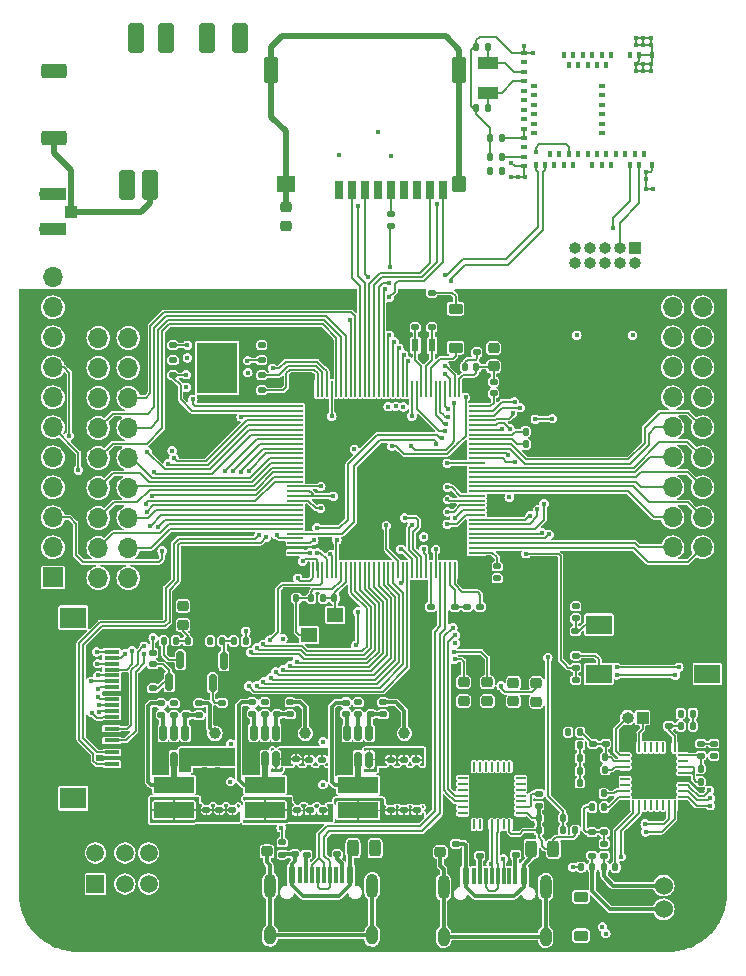
<source format=gbr>
%TF.GenerationSoftware,KiCad,Pcbnew,7.0.9*%
%TF.CreationDate,2024-06-03T19:44:05+03:00*%
%TF.ProjectId,LinuxCore-v2,4c696e75-7843-46f7-9265-2d76322e6b69,rev?*%
%TF.SameCoordinates,Original*%
%TF.FileFunction,Copper,L1,Top*%
%TF.FilePolarity,Positive*%
%FSLAX46Y46*%
G04 Gerber Fmt 4.6, Leading zero omitted, Abs format (unit mm)*
G04 Created by KiCad (PCBNEW 7.0.9) date 2024-06-03 19:44:05*
%MOMM*%
%LPD*%
G01*
G04 APERTURE LIST*
G04 Aperture macros list*
%AMRoundRect*
0 Rectangle with rounded corners*
0 $1 Rounding radius*
0 $2 $3 $4 $5 $6 $7 $8 $9 X,Y pos of 4 corners*
0 Add a 4 corners polygon primitive as box body*
4,1,4,$2,$3,$4,$5,$6,$7,$8,$9,$2,$3,0*
0 Add four circle primitives for the rounded corners*
1,1,$1+$1,$2,$3*
1,1,$1+$1,$4,$5*
1,1,$1+$1,$6,$7*
1,1,$1+$1,$8,$9*
0 Add four rect primitives between the rounded corners*
20,1,$1+$1,$2,$3,$4,$5,0*
20,1,$1+$1,$4,$5,$6,$7,0*
20,1,$1+$1,$6,$7,$8,$9,0*
20,1,$1+$1,$8,$9,$2,$3,0*%
G04 Aperture macros list end*
%TA.AperFunction,SMDPad,CuDef*%
%ADD10R,0.400000X0.600000*%
%TD*%
%TA.AperFunction,SMDPad,CuDef*%
%ADD11R,0.600000X0.400000*%
%TD*%
%TA.AperFunction,SMDPad,CuDef*%
%ADD12RoundRect,0.350000X-0.350000X-0.950000X0.350000X-0.950000X0.350000X0.950000X-0.350000X0.950000X0*%
%TD*%
%TA.AperFunction,SMDPad,CuDef*%
%ADD13RoundRect,0.135000X0.185000X-0.135000X0.185000X0.135000X-0.185000X0.135000X-0.185000X-0.135000X0*%
%TD*%
%TA.AperFunction,SMDPad,CuDef*%
%ADD14RoundRect,0.135000X-0.135000X-0.185000X0.135000X-0.185000X0.135000X0.185000X-0.135000X0.185000X0*%
%TD*%
%TA.AperFunction,SMDPad,CuDef*%
%ADD15R,3.400000X1.350000*%
%TD*%
%TA.AperFunction,SMDPad,CuDef*%
%ADD16RoundRect,0.140000X0.170000X-0.140000X0.170000X0.140000X-0.170000X0.140000X-0.170000X-0.140000X0*%
%TD*%
%TA.AperFunction,SMDPad,CuDef*%
%ADD17RoundRect,0.070000X0.280000X0.730000X-0.280000X0.730000X-0.280000X-0.730000X0.280000X-0.730000X0*%
%TD*%
%TA.AperFunction,SMDPad,CuDef*%
%ADD18RoundRect,0.140000X0.660000X0.560000X-0.660000X0.560000X-0.660000X-0.560000X0.660000X-0.560000X0*%
%TD*%
%TA.AperFunction,SMDPad,CuDef*%
%ADD19RoundRect,0.120000X0.480000X0.580000X-0.480000X0.580000X-0.480000X-0.580000X0.480000X-0.580000X0*%
%TD*%
%TA.AperFunction,SMDPad,CuDef*%
%ADD20RoundRect,0.120000X0.480000X0.980000X-0.480000X0.980000X-0.480000X-0.980000X0.480000X-0.980000X0*%
%TD*%
%TA.AperFunction,SMDPad,CuDef*%
%ADD21RoundRect,0.140000X-0.170000X0.140000X-0.170000X-0.140000X0.170000X-0.140000X0.170000X0.140000X0*%
%TD*%
%TA.AperFunction,SMDPad,CuDef*%
%ADD22RoundRect,0.135000X-0.185000X0.135000X-0.185000X-0.135000X0.185000X-0.135000X0.185000X0.135000X0*%
%TD*%
%TA.AperFunction,SMDPad,CuDef*%
%ADD23C,1.000000*%
%TD*%
%TA.AperFunction,SMDPad,CuDef*%
%ADD24RoundRect,0.140000X0.140000X0.170000X-0.140000X0.170000X-0.140000X-0.170000X0.140000X-0.170000X0*%
%TD*%
%TA.AperFunction,SMDPad,CuDef*%
%ADD25RoundRect,0.218750X0.256250X-0.218750X0.256250X0.218750X-0.256250X0.218750X-0.256250X-0.218750X0*%
%TD*%
%TA.AperFunction,ComponentPad*%
%ADD26R,1.700000X1.700000*%
%TD*%
%TA.AperFunction,ComponentPad*%
%ADD27O,1.700000X1.700000*%
%TD*%
%TA.AperFunction,SMDPad,CuDef*%
%ADD28RoundRect,0.140000X-0.140000X-0.170000X0.140000X-0.170000X0.140000X0.170000X-0.140000X0.170000X0*%
%TD*%
%TA.AperFunction,SMDPad,CuDef*%
%ADD29RoundRect,0.135000X0.135000X0.185000X-0.135000X0.185000X-0.135000X-0.185000X0.135000X-0.185000X0*%
%TD*%
%TA.AperFunction,SMDPad,CuDef*%
%ADD30RoundRect,0.150000X0.150000X-0.587500X0.150000X0.587500X-0.150000X0.587500X-0.150000X-0.587500X0*%
%TD*%
%TA.AperFunction,SMDPad,CuDef*%
%ADD31R,0.600000X1.100000*%
%TD*%
%TA.AperFunction,SMDPad,CuDef*%
%ADD32RoundRect,0.062500X0.062500X-0.337500X0.062500X0.337500X-0.062500X0.337500X-0.062500X-0.337500X0*%
%TD*%
%TA.AperFunction,SMDPad,CuDef*%
%ADD33RoundRect,0.062500X0.337500X-0.062500X0.337500X0.062500X-0.337500X0.062500X-0.337500X-0.062500X0*%
%TD*%
%TA.AperFunction,SMDPad,CuDef*%
%ADD34R,3.350000X3.350000*%
%TD*%
%TA.AperFunction,SMDPad,CuDef*%
%ADD35RoundRect,0.150000X0.150000X-0.512500X0.150000X0.512500X-0.150000X0.512500X-0.150000X-0.512500X0*%
%TD*%
%TA.AperFunction,SMDPad,CuDef*%
%ADD36RoundRect,0.225000X0.375000X-0.225000X0.375000X0.225000X-0.375000X0.225000X-0.375000X-0.225000X0*%
%TD*%
%TA.AperFunction,SMDPad,CuDef*%
%ADD37R,1.800000X1.000000*%
%TD*%
%TA.AperFunction,SMDPad,CuDef*%
%ADD38R,1.358900X0.228600*%
%TD*%
%TA.AperFunction,SMDPad,CuDef*%
%ADD39R,0.228600X1.358900*%
%TD*%
%TA.AperFunction,SMDPad,CuDef*%
%ADD40RoundRect,0.218750X-0.256250X0.218750X-0.256250X-0.218750X0.256250X-0.218750X0.256250X0.218750X0*%
%TD*%
%TA.AperFunction,ComponentPad*%
%ADD41R,1.000000X1.000000*%
%TD*%
%TA.AperFunction,ComponentPad*%
%ADD42O,1.000000X1.000000*%
%TD*%
%TA.AperFunction,SMDPad,CuDef*%
%ADD43R,0.600000X1.450000*%
%TD*%
%TA.AperFunction,SMDPad,CuDef*%
%ADD44R,0.300000X1.450000*%
%TD*%
%TA.AperFunction,ComponentPad*%
%ADD45O,1.000000X2.100000*%
%TD*%
%TA.AperFunction,ComponentPad*%
%ADD46O,1.000000X1.600000*%
%TD*%
%TA.AperFunction,ComponentPad*%
%ADD47R,1.500000X1.500000*%
%TD*%
%TA.AperFunction,ComponentPad*%
%ADD48C,1.500000*%
%TD*%
%TA.AperFunction,ComponentPad*%
%ADD49C,3.500000*%
%TD*%
%TA.AperFunction,SMDPad,CuDef*%
%ADD50RoundRect,0.250000X-0.850000X0.350000X-0.850000X-0.350000X0.850000X-0.350000X0.850000X0.350000X0*%
%TD*%
%TA.AperFunction,SMDPad,CuDef*%
%ADD51RoundRect,0.243750X-0.243750X-0.456250X0.243750X-0.456250X0.243750X0.456250X-0.243750X0.456250X0*%
%TD*%
%TA.AperFunction,SMDPad,CuDef*%
%ADD52R,2.180000X1.600000*%
%TD*%
%TA.AperFunction,SMDPad,CuDef*%
%ADD53R,3.600000X3.600000*%
%TD*%
%TA.AperFunction,SMDPad,CuDef*%
%ADD54R,1.400000X1.200000*%
%TD*%
%TA.AperFunction,SMDPad,CuDef*%
%ADD55R,1.050000X1.000000*%
%TD*%
%TA.AperFunction,SMDPad,CuDef*%
%ADD56R,2.200000X1.050000*%
%TD*%
%TA.AperFunction,SMDPad,CuDef*%
%ADD57R,1.300000X0.300000*%
%TD*%
%TA.AperFunction,SMDPad,CuDef*%
%ADD58R,2.200000X1.800000*%
%TD*%
%TA.AperFunction,SMDPad,CuDef*%
%ADD59RoundRect,0.125000X-0.200000X-0.125000X0.200000X-0.125000X0.200000X0.125000X-0.200000X0.125000X0*%
%TD*%
%TA.AperFunction,SMDPad,CuDef*%
%ADD60R,3.400000X4.300000*%
%TD*%
%TA.AperFunction,ComponentPad*%
%ADD61C,1.524000*%
%TD*%
%TA.AperFunction,ViaPad*%
%ADD62C,0.450000*%
%TD*%
%TA.AperFunction,Conductor*%
%ADD63C,0.152400*%
%TD*%
%TA.AperFunction,Conductor*%
%ADD64C,0.500000*%
%TD*%
%TA.AperFunction,Conductor*%
%ADD65C,0.300000*%
%TD*%
%TA.AperFunction,Conductor*%
%ADD66C,0.200000*%
%TD*%
G04 APERTURE END LIST*
D10*
%TO.P,U10,1,GND*%
%TO.N,GND*%
X175560000Y-53040000D03*
%TO.P,U10,2,GND*%
X174460000Y-53040000D03*
%TO.P,U10,3,P1.10*%
%TO.N,unconnected-(U10-P1.10-Pad3)*%
X173660000Y-53040000D03*
%TO.P,U10,4,P1.11*%
%TO.N,unconnected-(U10-P1.11-Pad4)*%
X172060000Y-53040000D03*
%TO.P,U10,5,P1.12*%
%TO.N,unconnected-(U10-P1.12-Pad5)*%
X171660000Y-53940000D03*
%TO.P,U10,6,P1.13*%
%TO.N,unconnected-(U10-P1.13-Pad6)*%
X171260000Y-53040000D03*
%TO.P,U10,7,P1.14*%
%TO.N,unconnected-(U10-P1.14-Pad7)*%
X170860000Y-53940000D03*
%TO.P,U10,8,P1.15*%
%TO.N,unconnected-(U10-P1.15-Pad8)*%
X170460000Y-53040000D03*
%TO.P,U10,9,P0.03/AIN1*%
%TO.N,unconnected-(U10-P0.03{slash}AIN1-Pad9)*%
X170060000Y-53940000D03*
%TO.P,U10,10,P0.29/AIN5*%
%TO.N,unconnected-(U10-P0.29{slash}AIN5-Pad10)*%
X169660000Y-53040000D03*
%TO.P,U10,11,P0.02/AIN0*%
%TO.N,unconnected-(U10-P0.02{slash}AIN0-Pad11)*%
X169260000Y-53940000D03*
%TO.P,U10,12,P0.31/AIN7*%
%TO.N,unconnected-(U10-P0.31{slash}AIN7-Pad12)*%
X168860000Y-53040000D03*
%TO.P,U10,13,P0.28/AIN4*%
%TO.N,unconnected-(U10-P0.28{slash}AIN4-Pad13)*%
X168460000Y-53940000D03*
%TO.P,U10,14,P0.30/AIN6*%
%TO.N,unconnected-(U10-P0.30{slash}AIN6-Pad14)*%
X168060000Y-53040000D03*
D11*
%TO.P,U10,15,GND*%
%TO.N,GND*%
X164660000Y-52890000D03*
%TO.P,U10,16,P0.27*%
%TO.N,unconnected-(U10-P0.27-Pad16)*%
X164660000Y-53690000D03*
%TO.P,U10,17,XL1/P0.00*%
%TO.N,/BLE Module/XL1*%
X164660000Y-54490000D03*
%TO.P,U10,18,XL2/P0.01*%
%TO.N,/BLE Module/XL2*%
X164660000Y-55290000D03*
%TO.P,U10,19,P0.26*%
%TO.N,unconnected-(U10-P0.26-Pad19)*%
X165560000Y-55690000D03*
%TO.P,U10,20,P0.04/AIN2*%
%TO.N,unconnected-(U10-P0.04{slash}AIN2-Pad20)*%
X164660000Y-56090000D03*
%TO.P,U10,21,P0.05/AIN3*%
%TO.N,unconnected-(U10-P0.05{slash}AIN3-Pad21)*%
X165560000Y-56490000D03*
%TO.P,U10,22,P0.06*%
%TO.N,unconnected-(U10-P0.06-Pad22)*%
X164660000Y-56890000D03*
%TO.P,U10,23,TRACECLK/P0.07*%
%TO.N,unconnected-(U10-TRACECLK{slash}P0.07-Pad23)*%
X165560000Y-57290000D03*
%TO.P,U10,24,P0.08*%
%TO.N,unconnected-(U10-P0.08-Pad24)*%
X164660000Y-57690000D03*
%TO.P,U10,25,P1.08*%
%TO.N,unconnected-(U10-P1.08-Pad25)*%
X165560000Y-58090000D03*
%TO.P,U10,26,TRACEDATA3/P1.09*%
%TO.N,unconnected-(U10-TRACEDATA3{slash}P1.09-Pad26)*%
X164660000Y-58490000D03*
%TO.P,U10,27,TRACEDATA2/P0.11*%
%TO.N,unconnected-(U10-TRACEDATA2{slash}P0.11-Pad27)*%
X165560000Y-58890000D03*
%TO.P,U10,28,VDD*%
%TO.N,+3V3*%
X164660000Y-59290000D03*
%TO.P,U10,29,TRACEDATA1/P0.12*%
%TO.N,unconnected-(U10-TRACEDATA1{slash}P0.12-Pad29)*%
X165560000Y-59690000D03*
%TO.P,U10,30,VDDH*%
%TO.N,+3V3*%
X164660000Y-60090000D03*
%TO.P,U10,31,DCCH*%
%TO.N,unconnected-(U10-DCCH-Pad31)*%
X164660000Y-60890000D03*
%TO.P,U10,32,VBUS*%
%TO.N,VBUS*%
X164660000Y-61690000D03*
%TO.P,U10,33,GND*%
%TO.N,GND*%
X164660000Y-62490000D03*
D10*
%TO.P,U10,34,D-*%
%TO.N,/BLE Module/USB_D-*%
X165660000Y-62340000D03*
%TO.P,U10,35,D+*%
%TO.N,/BLE Module/USB_D+*%
X166460000Y-62340000D03*
%TO.P,U10,36,P0.14*%
%TO.N,unconnected-(U10-P0.14-Pad36)*%
X166860000Y-61440000D03*
%TO.P,U10,37,P0.13*%
%TO.N,unconnected-(U10-P0.13-Pad37)*%
X167260000Y-62340000D03*
%TO.P,U10,38,P0.16*%
%TO.N,unconnected-(U10-P0.16-Pad38)*%
X167660000Y-61440000D03*
%TO.P,U10,39,P0.15*%
%TO.N,unconnected-(U10-P0.15-Pad39)*%
X168060000Y-62340000D03*
%TO.P,U10,40,~{RESET}/P0.18*%
%TO.N,/BLE Module/NRESET*%
X168460000Y-61440000D03*
%TO.P,U10,41,P0.17*%
%TO.N,unconnected-(U10-P0.17-Pad41)*%
X168860000Y-62340000D03*
%TO.P,U10,42,P0.19*%
%TO.N,unconnected-(U10-P0.19-Pad42)*%
X169260000Y-61440000D03*
%TO.P,U10,43,P0.21*%
%TO.N,unconnected-(U10-P0.21-Pad43)*%
X170060000Y-61440000D03*
%TO.P,U10,44,P0.20*%
%TO.N,unconnected-(U10-P0.20-Pad44)*%
X170460000Y-62340000D03*
%TO.P,U10,45,P0.23*%
%TO.N,unconnected-(U10-P0.23-Pad45)*%
X170860000Y-61440000D03*
%TO.P,U10,46,P0.22*%
%TO.N,unconnected-(U10-P0.22-Pad46)*%
X171260000Y-62340000D03*
%TO.P,U10,47,TRACEDATA0/P1.00*%
%TO.N,unconnected-(U10-TRACEDATA0{slash}P1.00-Pad47)*%
X171660000Y-61440000D03*
%TO.P,U10,48,P0.24*%
%TO.N,unconnected-(U10-P0.24-Pad48)*%
X172060000Y-62340000D03*
%TO.P,U10,49,P0.25*%
%TO.N,unconnected-(U10-P0.25-Pad49)*%
X172460000Y-61440000D03*
%TO.P,U10,50,P1.02*%
%TO.N,unconnected-(U10-P1.02-Pad50)*%
X173260000Y-61440000D03*
%TO.P,U10,51,SWDIO*%
%TO.N,/BLE Module/SWDIO*%
X173660000Y-62340000D03*
%TO.P,U10,52,P0.09/NFC1*%
%TO.N,unconnected-(U10-P0.09{slash}NFC1-Pad52)*%
X174060000Y-61440000D03*
%TO.P,U10,53,SWDCLK*%
%TO.N,/BLE Module/SWDCLK*%
X174460000Y-62340000D03*
%TO.P,U10,54,P0.10/NFC2*%
%TO.N,unconnected-(U10-P0.10{slash}NFC2-Pad54)*%
X174860000Y-61440000D03*
%TO.P,U10,55,GND*%
%TO.N,GND*%
X175560000Y-62340000D03*
D11*
%TO.P,U10,56,P1.04*%
%TO.N,unconnected-(U10-P1.04-Pad56)*%
X171260000Y-55690000D03*
%TO.P,U10,57,P1.06*%
%TO.N,unconnected-(U10-P1.06-Pad57)*%
X171260000Y-56490000D03*
%TO.P,U10,58,P1.07*%
%TO.N,unconnected-(U10-P1.07-Pad58)*%
X171260000Y-57290000D03*
%TO.P,U10,59,P1.05*%
%TO.N,unconnected-(U10-P1.05-Pad59)*%
X171260000Y-58090000D03*
%TO.P,U10,60,P1.03*%
%TO.N,unconnected-(U10-P1.03-Pad60)*%
X171260000Y-58890000D03*
%TO.P,U10,61,P1.01*%
%TO.N,unconnected-(U10-P1.01-Pad61)*%
X171260000Y-59690000D03*
%TD*%
D12*
%TO.P,U2,1,3V3*%
%TO.N,+3V3*%
X140637150Y-51640000D03*
%TO.P,U2,2,USB_DM*%
%TO.N,Net-(U2-USB_DM)*%
X137837150Y-51640000D03*
%TO.P,U2,3,USB_DP*%
%TO.N,Net-(U2-USB_DP)*%
X134337150Y-51640000D03*
%TO.P,U2,4,VSS*%
%TO.N,GND*%
X131837150Y-51640000D03*
%TO.P,U2,5,VSS*%
X131037150Y-64040000D03*
%TO.P,U2,6,ANT*%
%TO.N,Net-(AE1-A)*%
X133037150Y-64040000D03*
%TD*%
D13*
%TO.P,R13,1*%
%TO.N,GND*%
X156807150Y-100800000D03*
%TO.P,R13,2*%
%TO.N,/MPU/USB1_REXT*%
X156807150Y-99780000D03*
%TD*%
D14*
%TO.P,R1,1*%
%TO.N,/MPU/XT_IN*%
X146670000Y-99070000D03*
%TO.P,R1,2*%
%TO.N,/MPU/XT_OUT*%
X147690000Y-99070000D03*
%TD*%
D15*
%TO.P,L5,1,1*%
%TO.N,/Voltage Supply/SW_3*%
X135047150Y-114855000D03*
%TO.P,L5,2,2*%
%TO.N,+3V3*%
X135047150Y-117005000D03*
%TD*%
D16*
%TO.P,C40,1*%
%TO.N,GND*%
X154497150Y-113710000D03*
%TO.P,C40,2*%
%TO.N,/Voltage Supply/VIN*%
X154497150Y-112750000D03*
%TD*%
D17*
%TO.P,U7,1,DAT2*%
%TO.N,/MPU/PC9*%
X148997150Y-64475000D03*
%TO.P,U7,2,CD/DAT3*%
%TO.N,/MPU/PC10*%
X150097150Y-64475000D03*
%TO.P,U7,3,CMD*%
%TO.N,/MPU/PC5*%
X151197150Y-64475000D03*
%TO.P,U7,4,VDD*%
%TO.N,+3V3*%
X152297150Y-64475000D03*
%TO.P,U7,5,CLK*%
%TO.N,Net-(U7-CLK)*%
X153397150Y-64475000D03*
%TO.P,U7,6,VSS*%
%TO.N,GND*%
X154497150Y-64475000D03*
%TO.P,U7,7,DAT0*%
%TO.N,/MPU/PC7*%
X155597150Y-64475000D03*
%TO.P,U7,8,DAT1*%
%TO.N,/MPU/PC8*%
X156697150Y-64475000D03*
%TO.P,U7,9,CD*%
%TO.N,/MPU/PC12*%
X157797150Y-64475000D03*
D18*
%TO.P,U7,10,SHIELD*%
%TO.N,Net-(L8-Pad1)*%
X144497150Y-63975000D03*
D19*
%TO.P,U7,11,SHIELD*%
X159197150Y-63975000D03*
D20*
%TO.P,U7,12,SHIELD*%
X143297150Y-54375000D03*
%TO.P,U7,13,SHIELD*%
X159197150Y-54375000D03*
%TD*%
D21*
%TO.P,C13,1*%
%TO.N,Net-(U1C-AVDDADC)*%
X162107150Y-80740000D03*
%TO.P,C13,2*%
%TO.N,Net-(U1C-AVSSADC)*%
X162107150Y-81700000D03*
%TD*%
D22*
%TO.P,R47,1*%
%TO.N,/AUDIO/SCL*%
X179657150Y-111360000D03*
%TO.P,R47,2*%
%TO.N,/AUDIO/SCL_*%
X179657150Y-112380000D03*
%TD*%
D23*
%TO.P,TP2,1,1*%
%TO.N,+1V2*%
X154557150Y-110500000D03*
%TD*%
D14*
%TO.P,R21,1*%
%TO.N,/MPU/PG0*%
X138117150Y-102680000D03*
%TO.P,R21,2*%
%TO.N,Net-(Q2-C)*%
X139137150Y-102680000D03*
%TD*%
%TO.P,R16,1*%
%TO.N,/MPU/PG3*%
X164810000Y-84950000D03*
%TO.P,R16,2*%
%TO.N,GND*%
X165830000Y-84950000D03*
%TD*%
D24*
%TO.P,C12,1*%
%TO.N,Net-(U1C-AVDDADC)*%
X160657150Y-79460000D03*
%TO.P,C12,2*%
%TO.N,Net-(U1C-AVSSADC)*%
X159697150Y-79460000D03*
%TD*%
D22*
%TO.P,R24,1*%
%TO.N,/MPU/PG1*%
X169057150Y-105980000D03*
%TO.P,R24,2*%
%TO.N,GND*%
X169057150Y-107000000D03*
%TD*%
D21*
%TO.P,C15,1*%
%TO.N,/MPU/nRESET*%
X169037150Y-101840000D03*
%TO.P,C15,2*%
%TO.N,GND*%
X169037150Y-102800000D03*
%TD*%
D22*
%TO.P,R2,1*%
%TO.N,GND*%
X160687150Y-77210000D03*
%TO.P,R2,2*%
%TO.N,Net-(U1C-AVSSADC)*%
X160687150Y-78230000D03*
%TD*%
D25*
%TO.P,D3,1,K*%
%TO.N,Net-(D3-K)*%
X159580000Y-107745000D03*
%TO.P,D3,2,A*%
%TO.N,/MPU/PF8*%
X159580000Y-106170000D03*
%TD*%
D21*
%TO.P,C57,1*%
%TO.N,GND*%
X147647150Y-116050000D03*
%TO.P,C57,2*%
%TO.N,+1V8*%
X147647150Y-117010000D03*
%TD*%
D22*
%TO.P,R37,1*%
%TO.N,Net-(U7-CLK)*%
X153420000Y-66510000D03*
%TO.P,R37,2*%
%TO.N,/MPU/PC6*%
X153420000Y-67530000D03*
%TD*%
D25*
%TO.P,D4,1,K*%
%TO.N,Net-(D4-K)*%
X161590000Y-107765000D03*
%TO.P,D4,2,A*%
%TO.N,/MPU/PF9*%
X161590000Y-106190000D03*
%TD*%
D26*
%TO.P,J7,1,Pin_1*%
%TO.N,GND*%
X179797150Y-97280000D03*
D27*
%TO.P,J7,2,Pin_2*%
X177257150Y-97280000D03*
%TO.P,J7,3,Pin_3*%
%TO.N,/Header1/3*%
X179797150Y-94740000D03*
%TO.P,J7,4,Pin_4*%
%TO.N,/Header1/4*%
X177257150Y-94740000D03*
%TO.P,J7,5,Pin_5*%
%TO.N,/Header1/5*%
X179797150Y-92200000D03*
%TO.P,J7,6,Pin_6*%
%TO.N,/Header1/6*%
X177257150Y-92200000D03*
%TO.P,J7,7,Pin_7*%
%TO.N,/Header1/7*%
X179797150Y-89660000D03*
%TO.P,J7,8,Pin_8*%
%TO.N,/Header1/8*%
X177257150Y-89660000D03*
%TO.P,J7,9,Pin_9*%
%TO.N,/Header1/9*%
X179797150Y-87120000D03*
%TO.P,J7,10,Pin_10*%
%TO.N,/Header1/10*%
X177257150Y-87120000D03*
%TO.P,J7,11,Pin_11*%
%TO.N,/Header1/11*%
X179797150Y-84580000D03*
%TO.P,J7,12,Pin_12*%
%TO.N,/Header1/12*%
X177257150Y-84580000D03*
%TO.P,J7,13,Pin_13*%
%TO.N,/Header1/13*%
X179797150Y-82040000D03*
%TO.P,J7,14,Pin_14*%
%TO.N,/Header1/14*%
X177257150Y-82040000D03*
%TO.P,J7,15,Pin_15*%
%TO.N,/Header1/15*%
X179797150Y-79500000D03*
%TO.P,J7,16,Pin_16*%
%TO.N,/Header1/16*%
X177257150Y-79500000D03*
%TO.P,J7,17,Pin_17*%
%TO.N,/Header1/17*%
X179797150Y-76960000D03*
%TO.P,J7,18,Pin_18*%
%TO.N,/Header1/18*%
X177257150Y-76960000D03*
%TO.P,J7,19,Pin_19*%
%TO.N,+3V3*%
X179797150Y-74420000D03*
%TO.P,J7,20,Pin_20*%
X177257150Y-74420000D03*
%TD*%
D28*
%TO.P,C37,1*%
%TO.N,VBUS*%
X165942150Y-118715000D03*
%TO.P,C37,2*%
%TO.N,GND*%
X166902150Y-118715000D03*
%TD*%
D21*
%TO.P,C50,1*%
%TO.N,GND*%
X137797150Y-116000000D03*
%TO.P,C50,2*%
%TO.N,+3V3*%
X137797150Y-116960000D03*
%TD*%
D14*
%TO.P,R48,1*%
%TO.N,+3V3*%
X168417150Y-110420000D03*
%TO.P,R48,2*%
%TO.N,/AUDIO/SPK_3V3*%
X169437150Y-110420000D03*
%TD*%
D13*
%TO.P,R35,1*%
%TO.N,Net-(U6-VFB)*%
X152750000Y-108880000D03*
%TO.P,R35,2*%
%TO.N,+1V2*%
X152750000Y-107860000D03*
%TD*%
D26*
%TO.P,J3,1,Pin_1*%
%TO.N,/ILI9143 TFT LCD/PEN*%
X124797150Y-97295000D03*
D27*
%TO.P,J3,2,Pin_2*%
%TO.N,/ILI9143 TFT LCD/CS2*%
X124797150Y-94755000D03*
%TO.P,J3,3,Pin_3*%
%TO.N,/ILI9143 TFT LCD/CS1*%
X124797150Y-92215000D03*
%TO.P,J3,4,Pin_4*%
%TO.N,/ILI9143 TFT LCD/MISO*%
X124797150Y-89675000D03*
%TO.P,J3,5,Pin_5*%
%TO.N,+3V3*%
X124797150Y-87135000D03*
%TO.P,J3,6,Pin_6*%
%TO.N,/ILI9143 TFT LCD/DC*%
X124797150Y-84595000D03*
%TO.P,J3,7,Pin_7*%
%TO.N,+3V3*%
X124797150Y-82055000D03*
%TO.P,J3,8,Pin_8*%
%TO.N,/ILI9143 TFT LCD/MOSI*%
X124797150Y-79515000D03*
%TO.P,J3,9,Pin_9*%
%TO.N,/ILI9143 TFT LCD/CLK*%
X124797150Y-76975000D03*
%TO.P,J3,10,Pin_10*%
%TO.N,+3V3*%
X124797150Y-74435000D03*
%TO.P,J3,11,Pin_11*%
%TO.N,GND*%
X124797150Y-71895000D03*
%TD*%
D24*
%TO.P,C74,1*%
%TO.N,+3V3*%
X171437150Y-115590000D03*
%TO.P,C74,2*%
%TO.N,GND*%
X170477150Y-115590000D03*
%TD*%
D29*
%TO.P,R19,1*%
%TO.N,+3V3*%
X141117150Y-102680000D03*
%TO.P,R19,2*%
%TO.N,Net-(Q2-C)*%
X140097150Y-102680000D03*
%TD*%
D13*
%TO.P,R7,1*%
%TO.N,Net-(J1-CC1)*%
X146272150Y-120780000D03*
%TO.P,R7,2*%
%TO.N,GND*%
X146272150Y-119760000D03*
%TD*%
D22*
%TO.P,R18,1*%
%TO.N,/MPU/USB_DETECT*%
X139140000Y-107900000D03*
%TO.P,R18,2*%
%TO.N,GND*%
X139140000Y-108920000D03*
%TD*%
D13*
%TO.P,R27,1*%
%TO.N,VBUS*%
X165922150Y-116625000D03*
%TO.P,R27,2*%
%TO.N,Net-(U3-~{RST})*%
X165922150Y-115605000D03*
%TD*%
D15*
%TO.P,L7,1,1*%
%TO.N,/Voltage Supply/SW_1*%
X150647150Y-114880000D03*
%TO.P,L7,2,2*%
%TO.N,+1V2*%
X150647150Y-117030000D03*
%TD*%
D30*
%TO.P,Q2,1,B*%
%TO.N,/MPU/USB_DETECT*%
X138317150Y-106215000D03*
%TO.P,Q2,2,E*%
%TO.N,GND*%
X140217150Y-106215000D03*
%TO.P,Q2,3,C*%
%TO.N,Net-(Q2-C)*%
X139267150Y-104340000D03*
%TD*%
D24*
%TO.P,C75,1*%
%TO.N,GND*%
X180587150Y-114590000D03*
%TO.P,C75,2*%
%TO.N,+3V3*%
X179627150Y-114590000D03*
%TD*%
D16*
%TO.P,C68,1*%
%TO.N,/AUDIO/SPK_3V3*%
X171587150Y-111390000D03*
%TO.P,C68,2*%
%TO.N,GND*%
X171587150Y-110430000D03*
%TD*%
D24*
%TO.P,C80,1*%
%TO.N,/BLE Module/XL1*%
X161600000Y-52380000D03*
%TO.P,C80,2*%
%TO.N,GND*%
X160640000Y-52380000D03*
%TD*%
%TO.P,C71,1*%
%TO.N,Net-(C71-Pad1)*%
X170470000Y-121820000D03*
%TO.P,C71,2*%
%TO.N,/AUDIO/LMICN*%
X169510000Y-121820000D03*
%TD*%
D16*
%TO.P,C1,1*%
%TO.N,/MPU/X32_IN*%
X156877150Y-76130000D03*
%TO.P,C1,2*%
%TO.N,GND*%
X156877150Y-75170000D03*
%TD*%
D31*
%TO.P,Y1,1,1*%
%TO.N,/MPU/X32_IN*%
X156887150Y-77650000D03*
%TO.P,Y1,2,2*%
%TO.N,/MPU/X32_OUT*%
X155487150Y-77650000D03*
%TD*%
D22*
%TO.P,R32,1*%
%TO.N,GND*%
X143780000Y-107860000D03*
%TO.P,R32,2*%
%TO.N,Net-(U5-VFB)*%
X143780000Y-108880000D03*
%TD*%
D32*
%TO.P,U3,1,~{DCD}*%
%TO.N,unconnected-(U3-~{DCD}-Pad1)*%
X160447150Y-118215000D03*
%TO.P,U3,2,~{RI}/CLK*%
%TO.N,unconnected-(U3-~{RI}{slash}CLK-Pad2)*%
X160947150Y-118215000D03*
%TO.P,U3,3,GND*%
%TO.N,GND*%
X161447150Y-118215000D03*
%TO.P,U3,4,D+*%
%TO.N,/USB/USB_D+*%
X161947150Y-118215000D03*
%TO.P,U3,5,D-*%
%TO.N,/USB/USB_D-*%
X162447150Y-118215000D03*
%TO.P,U3,6,VDD*%
%TO.N,unconnected-(U3-VDD-Pad6)*%
X162947150Y-118215000D03*
%TO.P,U3,7,VREGIN*%
%TO.N,VBUS*%
X163447150Y-118215000D03*
D33*
%TO.P,U3,8,VBUS*%
X164397150Y-117265000D03*
%TO.P,U3,9,~{RST}*%
%TO.N,Net-(U3-~{RST})*%
X164397150Y-116765000D03*
%TO.P,U3,10,NC*%
%TO.N,unconnected-(U3-NC-Pad10)*%
X164397150Y-116265000D03*
%TO.P,U3,11,~{SUSPEND}*%
%TO.N,unconnected-(U3-~{SUSPEND}-Pad11)*%
X164397150Y-115765000D03*
%TO.P,U3,12,SUSPEND*%
%TO.N,unconnected-(U3-SUSPEND-Pad12)*%
X164397150Y-115265000D03*
%TO.P,U3,13,CHREN*%
%TO.N,unconnected-(U3-CHREN-Pad13)*%
X164397150Y-114765000D03*
%TO.P,U3,14,CHR1*%
%TO.N,unconnected-(U3-CHR1-Pad14)*%
X164397150Y-114265000D03*
D32*
%TO.P,U3,15,CHR0*%
%TO.N,unconnected-(U3-CHR0-Pad15)*%
X163447150Y-113315000D03*
%TO.P,U3,16,~{WAKEUP}/GPIO.3*%
%TO.N,unconnected-(U3-~{WAKEUP}{slash}GPIO.3-Pad16)*%
X162947150Y-113315000D03*
%TO.P,U3,17,RS485/GPIO.2*%
%TO.N,unconnected-(U3-RS485{slash}GPIO.2-Pad17)*%
X162447150Y-113315000D03*
%TO.P,U3,18,~{RXT}/GPIO.1*%
%TO.N,unconnected-(U3-~{RXT}{slash}GPIO.1-Pad18)*%
X161947150Y-113315000D03*
%TO.P,U3,19,~{TXT}/GPIO.0*%
%TO.N,unconnected-(U3-~{TXT}{slash}GPIO.0-Pad19)*%
X161447150Y-113315000D03*
%TO.P,U3,20,GPIO.6*%
%TO.N,unconnected-(U3-GPIO.6-Pad20)*%
X160947150Y-113315000D03*
%TO.P,U3,21,GPIO.5*%
%TO.N,unconnected-(U3-GPIO.5-Pad21)*%
X160447150Y-113315000D03*
D33*
%TO.P,U3,22,GPIO.4*%
%TO.N,unconnected-(U3-GPIO.4-Pad22)*%
X159497150Y-114265000D03*
%TO.P,U3,23,~{CTS}*%
%TO.N,unconnected-(U3-~{CTS}-Pad23)*%
X159497150Y-114765000D03*
%TO.P,U3,24,~{RTS}*%
%TO.N,unconnected-(U3-~{RTS}-Pad24)*%
X159497150Y-115265000D03*
%TO.P,U3,25,RXD*%
%TO.N,/MPU/PF12*%
X159497150Y-115765000D03*
%TO.P,U3,26,TXD*%
%TO.N,/MPU/PF11*%
X159497150Y-116265000D03*
%TO.P,U3,27,~{DSR}*%
%TO.N,unconnected-(U3-~{DSR}-Pad27)*%
X159497150Y-116765000D03*
%TO.P,U3,28,~{DTR}*%
%TO.N,unconnected-(U3-~{DTR}-Pad28)*%
X159497150Y-117265000D03*
D34*
%TO.P,U3,29,GND*%
%TO.N,GND*%
X161947150Y-115765000D03*
%TD*%
D29*
%TO.P,R55,1*%
%TO.N,/BLE Module/NRESET*%
X162790000Y-62850000D03*
%TO.P,R55,2*%
%TO.N,+3V3*%
X161770000Y-62850000D03*
%TD*%
D35*
%TO.P,U5,1,GND*%
%TO.N,GND*%
X141797150Y-112705000D03*
%TO.P,U5,2,SW*%
%TO.N,/Voltage Supply/SW_2*%
X142747150Y-112705000D03*
%TO.P,U5,3,VIN*%
%TO.N,/Voltage Supply/VIN*%
X143697150Y-112705000D03*
%TO.P,U5,4,VFB*%
%TO.N,Net-(U5-VFB)*%
X143697150Y-110430000D03*
%TO.P,U5,5,EN*%
%TO.N,Net-(U5-EN)*%
X142747150Y-110430000D03*
%TO.P,U5,6,VBST*%
%TO.N,/Voltage Supply/VBST_2*%
X141797150Y-110430000D03*
%TD*%
D21*
%TO.P,C52,1*%
%TO.N,GND*%
X154497150Y-116050000D03*
%TO.P,C52,2*%
%TO.N,+1V2*%
X154497150Y-117010000D03*
%TD*%
D13*
%TO.P,R36,1*%
%TO.N,Net-(U5-VFB)*%
X144880000Y-108880000D03*
%TO.P,R36,2*%
%TO.N,+1V8*%
X144880000Y-107860000D03*
%TD*%
D16*
%TO.P,C47,1*%
%TO.N,/Voltage Supply/VBST_3*%
X133990000Y-108910000D03*
%TO.P,C47,2*%
%TO.N,/Voltage Supply/SW_3*%
X133990000Y-107950000D03*
%TD*%
D21*
%TO.P,C51,1*%
%TO.N,GND*%
X145497150Y-116070000D03*
%TO.P,C51,2*%
%TO.N,+1V8*%
X145497150Y-117030000D03*
%TD*%
D26*
%TO.P,J8,1,Pin_1*%
%TO.N,GND*%
X128632150Y-74485000D03*
D27*
%TO.P,J8,2,Pin_2*%
X131172150Y-74485000D03*
%TO.P,J8,3,Pin_3*%
%TO.N,/Header2/3*%
X128632150Y-77025000D03*
%TO.P,J8,4,Pin_4*%
%TO.N,/Header2/4*%
X131172150Y-77025000D03*
%TO.P,J8,5,Pin_5*%
%TO.N,/Header2/5*%
X128632150Y-79565000D03*
%TO.P,J8,6,Pin_6*%
%TO.N,/Header2/6*%
X131172150Y-79565000D03*
%TO.P,J8,7,Pin_7*%
%TO.N,/Header2/7*%
X128632150Y-82105000D03*
%TO.P,J8,8,Pin_8*%
%TO.N,/Header2/8*%
X131172150Y-82105000D03*
%TO.P,J8,9,Pin_9*%
%TO.N,/Header2/9*%
X128632150Y-84645000D03*
%TO.P,J8,10,Pin_10*%
%TO.N,/Header2/10*%
X131172150Y-84645000D03*
%TO.P,J8,11,Pin_11*%
%TO.N,/Header2/11*%
X128632150Y-87185000D03*
%TO.P,J8,12,Pin_12*%
%TO.N,/Header2/12*%
X131172150Y-87185000D03*
%TO.P,J8,13,Pin_13*%
%TO.N,/Header2/13*%
X128632150Y-89725000D03*
%TO.P,J8,14,Pin_14*%
%TO.N,/Header2/14*%
X131172150Y-89725000D03*
%TO.P,J8,15,Pin_15*%
%TO.N,/Header2/15*%
X128632150Y-92265000D03*
%TO.P,J8,16,Pin_16*%
%TO.N,/Header2/16*%
X131172150Y-92265000D03*
%TO.P,J8,17,Pin_17*%
%TO.N,/Header2/17*%
X128632150Y-94805000D03*
%TO.P,J8,18,Pin_18*%
%TO.N,/Header2/18*%
X131172150Y-94805000D03*
%TO.P,J8,19,Pin_19*%
%TO.N,+3V3*%
X128632150Y-97345000D03*
%TO.P,J8,20,Pin_20*%
X131172150Y-97345000D03*
%TD*%
D16*
%TO.P,C45,1*%
%TO.N,GND*%
X145397150Y-113660000D03*
%TO.P,C45,2*%
%TO.N,/Voltage Supply/VIN*%
X145397150Y-112700000D03*
%TD*%
D13*
%TO.P,R3,1*%
%TO.N,Net-(Q1-B)*%
X133267150Y-106700000D03*
%TO.P,R3,2*%
%TO.N,GND*%
X133267150Y-105680000D03*
%TD*%
D25*
%TO.P,L3,1,1*%
%TO.N,Net-(J1-SHIELD)*%
X142922150Y-120497500D03*
%TO.P,L3,2,2*%
%TO.N,GND*%
X142922150Y-118922500D03*
%TD*%
D36*
%TO.P,D1,1,K*%
%TO.N,Net-(D1-K)*%
X158887150Y-77850000D03*
%TO.P,D1,2,A*%
%TO.N,+3V3*%
X158887150Y-74550000D03*
%TD*%
D37*
%TO.P,Y3,1,1*%
%TO.N,/BLE Module/XL1*%
X161620000Y-53750000D03*
%TO.P,Y3,2,2*%
%TO.N,/BLE Module/XL2*%
X161620000Y-56250000D03*
%TD*%
D36*
%TO.P,D2,1,K*%
%TO.N,/Voltage Supply/VIN*%
X169497150Y-127625000D03*
%TO.P,D2,2,A*%
%TO.N,VBUS*%
X169497150Y-124325000D03*
%TD*%
D29*
%TO.P,R51,1*%
%TO.N,Net-(U8-MICBIAS)*%
X171497150Y-116740000D03*
%TO.P,R51,2*%
%TO.N,Net-(C72-Pad1)*%
X170477150Y-116740000D03*
%TD*%
D15*
%TO.P,L6,1,1*%
%TO.N,/Voltage Supply/SW_2*%
X142747150Y-114855000D03*
%TO.P,L6,2,2*%
%TO.N,+1V8*%
X142747150Y-117005000D03*
%TD*%
D28*
%TO.P,C83,1*%
%TO.N,GND*%
X161820000Y-60100000D03*
%TO.P,C83,2*%
%TO.N,+3V3*%
X162780000Y-60100000D03*
%TD*%
D22*
%TO.P,R49,1*%
%TO.N,Net-(C72-Pad1)*%
X171490000Y-119850000D03*
%TO.P,R49,2*%
%TO.N,Net-(C70-Pad1)*%
X171490000Y-120870000D03*
%TD*%
D13*
%TO.P,R50,1*%
%TO.N,Net-(C71-Pad1)*%
X170440000Y-120850000D03*
%TO.P,R50,2*%
%TO.N,GND*%
X170440000Y-119830000D03*
%TD*%
D16*
%TO.P,C46,1*%
%TO.N,GND*%
X153397150Y-113697500D03*
%TO.P,C46,2*%
%TO.N,/Voltage Supply/VIN*%
X153397150Y-112737500D03*
%TD*%
%TO.P,C49,1*%
%TO.N,/Voltage Supply/VBST_1*%
X149590000Y-108850000D03*
%TO.P,C49,2*%
%TO.N,/Voltage Supply/SW_1*%
X149590000Y-107890000D03*
%TD*%
D24*
%TO.P,C63,1*%
%TO.N,+3V3*%
X169417150Y-114690000D03*
%TO.P,C63,2*%
%TO.N,GND*%
X168457150Y-114690000D03*
%TD*%
D38*
%TO.P,U1,1,USB0_ID*%
%TO.N,/MPU/USB0_ID*%
X160677150Y-95200000D03*
%TO.P,U1,2,PA-0*%
%TO.N,/Header1/3*%
X160677150Y-94799999D03*
%TO.P,U1,3,PA-1*%
%TO.N,/Header1/4*%
X160677150Y-94399999D03*
%TO.P,U1,4,PA-2*%
%TO.N,/AUDIO/I2S_LRCK*%
X160677150Y-94000000D03*
%TO.P,U1,5,PA-3*%
%TO.N,/AUDIO/I2S_BCLK*%
X160677150Y-93599998D03*
%TO.P,U1,6,PA-4*%
%TO.N,/AUDIO/I2S_DI*%
X160677150Y-93199999D03*
%TO.P,U1,7,PA-5*%
%TO.N,/AUDIO/I2S_DO*%
X160677150Y-92800000D03*
%TO.P,U1,8,PA-6*%
%TO.N,/AUDIO/I2S_MCLK*%
X160677150Y-92400001D03*
%TO.P,U1,9,VDDIO*%
%TO.N,+3V3*%
X160677150Y-91999999D03*
%TO.P,U1,10,VDD*%
%TO.N,+1V2*%
X160677150Y-91600000D03*
%TO.P,U1,11,MVDD*%
%TO.N,+1V8*%
X160677150Y-91200001D03*
%TO.P,U1,12,MVDD*%
X160677150Y-90799999D03*
%TO.P,U1,13,VDD*%
%TO.N,+1V2*%
X160677150Y-90400000D03*
%TO.P,U1,14,PA-7*%
%TO.N,/Header1/6*%
X160677150Y-90000001D03*
%TO.P,U1,15,PA-8*%
%TO.N,/Header1/5*%
X160677150Y-89599999D03*
%TO.P,U1,16,PA-9*%
%TO.N,/Header1/8*%
X160677150Y-89200000D03*
%TO.P,U1,17,PA-10*%
%TO.N,/Header1/7*%
X160677150Y-88800000D03*
%TO.P,U1,18,PA-11*%
%TO.N,/Header1/10*%
X160677150Y-88400001D03*
%TO.P,U1,19,PA-12*%
%TO.N,/Header1/9*%
X160677150Y-87999999D03*
%TO.P,U1,20,VDDIO*%
%TO.N,+3V3*%
X160677150Y-87600000D03*
%TO.P,U1,21,PG-9*%
%TO.N,/MPU/PG9*%
X160677150Y-87200001D03*
%TO.P,U1,22,PG-8*%
%TO.N,/MPU/PG8*%
X160677150Y-86799999D03*
%TO.P,U1,23,PG-7*%
%TO.N,/Header1/12*%
X160677150Y-86400000D03*
%TO.P,U1,24,PG-6*%
%TO.N,/Header1/11*%
X160677150Y-86000001D03*
%TO.P,U1,25,PG-5*%
%TO.N,/MPU/PG5*%
X160677150Y-85600002D03*
%TO.P,U1,26,PG-3*%
%TO.N,/MPU/PG3*%
X160677150Y-85200000D03*
%TO.P,U1,27,PG-1*%
%TO.N,/MPU/PG1*%
X160677150Y-84800001D03*
%TO.P,U1,28,PG-0*%
%TO.N,/MPU/PG0*%
X160677150Y-84400002D03*
%TO.P,U1,29,PB-0*%
%TO.N,/ILI9143 TFT LCD/DC*%
X160677150Y-84000000D03*
%TO.P,U1,30,PB-6*%
%TO.N,/MPU/PB6*%
X160677150Y-83600001D03*
%TO.P,U1,31,PB-4*%
%TO.N,/MPU/PB4*%
X160677150Y-83200001D03*
%TO.P,U1,32,AVSSADC*%
%TO.N,Net-(U1C-AVSSADC)*%
X160677150Y-82800000D03*
D39*
%TO.P,U1,33,AVDDADC*%
%TO.N,Net-(U1C-AVDDADC)*%
X159200000Y-81322850D03*
%TO.P,U1,34,PB-7*%
%TO.N,/Deneyap Kamera/CAMSD*%
X158799999Y-81322850D03*
%TO.P,U1,35,PB-5*%
%TO.N,/Deneyap Kamera/CAMSC*%
X158399999Y-81322850D03*
%TO.P,U1,36,PB-1*%
%TO.N,/Header1/15*%
X158000000Y-81322850D03*
%TO.P,U1,37,PB-3*%
%TO.N,/Header1/16*%
X157599998Y-81322850D03*
%TO.P,U1,38,PB-2*%
%TO.N,/Header1/13*%
X157199999Y-81322850D03*
%TO.P,U1,39,VBAT33*%
%TO.N,Net-(D1-K)*%
X156800000Y-81322850D03*
%TO.P,U1,40,X32_IN*%
%TO.N,/MPU/X32_IN*%
X156400001Y-81322850D03*
%TO.P,U1,41,X32_OUT*%
%TO.N,/MPU/X32_OUT*%
X155999999Y-81322850D03*
%TO.P,U1,42,PB-8*%
%TO.N,/Header1/14*%
X155600000Y-81322850D03*
%TO.P,U1,43,VDD*%
%TO.N,+1V2*%
X155200001Y-81322850D03*
%TO.P,U1,44,PC-0*%
%TO.N,/Header2/3*%
X154799999Y-81322850D03*
%TO.P,U1,45,PC-1*%
%TO.N,/Header2/4*%
X154400000Y-81322850D03*
%TO.P,U1,46,PC-2*%
%TO.N,/Header2/6*%
X154000001Y-81322850D03*
%TO.P,U1,47,PC-3*%
%TO.N,/Header2/5*%
X153600001Y-81322850D03*
%TO.P,U1,48,PC-4*%
%TO.N,/Header2/7*%
X153200000Y-81322850D03*
%TO.P,U1,49,PC-5*%
%TO.N,/MPU/PC5*%
X152800000Y-81322850D03*
%TO.P,U1,50,PC-6*%
%TO.N,/MPU/PC6*%
X152400001Y-81322850D03*
%TO.P,U1,51,PC-7*%
%TO.N,/MPU/PC7*%
X151999999Y-81322850D03*
%TO.P,U1,52,PC-8*%
%TO.N,/MPU/PC8*%
X151600000Y-81322850D03*
%TO.P,U1,53,PC-9*%
%TO.N,/MPU/PC9*%
X151200001Y-81322850D03*
%TO.P,U1,54,PC-10*%
%TO.N,/MPU/PC10*%
X150799999Y-81322850D03*
%TO.P,U1,55,PC-11*%
%TO.N,/Header2/8*%
X150400000Y-81322850D03*
%TO.P,U1,56,PC-12*%
%TO.N,/MPU/PC12*%
X150000001Y-81322850D03*
%TO.P,U1,57,PC-13*%
%TO.N,/Header2/9*%
X149600002Y-81322850D03*
%TO.P,U1,58,PC-14*%
%TO.N,/Header2/10*%
X149200000Y-81322850D03*
%TO.P,U1,59,PC-15*%
%TO.N,/Header2/11*%
X148800001Y-81322850D03*
%TO.P,U1,60,VDDIO*%
%TO.N,+3V3*%
X148400002Y-81322850D03*
%TO.P,U1,61,PD-2*%
%TO.N,/MPU/PD2*%
X148000000Y-81322850D03*
%TO.P,U1,62,PD-3*%
%TO.N,/MPU/PD3*%
X147600001Y-81322850D03*
%TO.P,U1,63,PD-4*%
%TO.N,/MPU/PD4*%
X147200001Y-81322850D03*
%TO.P,U1,64,VSS*%
%TO.N,GND*%
X146800000Y-81322850D03*
D38*
%TO.P,U1,65,PD-5*%
%TO.N,/MPU/PD5*%
X145322850Y-82800000D03*
%TO.P,U1,66,PD-6*%
%TO.N,/MPU/PD6*%
X145322850Y-83200001D03*
%TO.P,U1,67,PD-7*%
%TO.N,/MPU/PD7*%
X145322850Y-83600001D03*
%TO.P,U1,68,PD-8*%
%TO.N,/ILI9143 TFT LCD/CS1*%
X145322850Y-84000000D03*
%TO.P,U1,69,PD-9*%
%TO.N,/ILI9143 TFT LCD/CLK*%
X145322850Y-84400002D03*
%TO.P,U1,70,PD-10*%
%TO.N,/ILI9143 TFT LCD/MOSI*%
X145322850Y-84800001D03*
%TO.P,U1,71,PD-11*%
%TO.N,/ILI9143 TFT LCD/MISO*%
X145322850Y-85200000D03*
%TO.P,U1,72,PD-12*%
%TO.N,/MPU/PD12*%
X145322850Y-85599999D03*
%TO.P,U1,73,PD-13*%
%TO.N,/MPU/PD13*%
X145322850Y-86000001D03*
%TO.P,U1,74,PD-14*%
%TO.N,/AUDIO/SCL*%
X145322850Y-86400000D03*
%TO.P,U1,75,PD-15*%
%TO.N,/AUDIO/SDA*%
X145322850Y-86799999D03*
%TO.P,U1,76,PG-11*%
%TO.N,/Header2/12*%
X145322850Y-87200001D03*
%TO.P,U1,77,PG-12*%
%TO.N,/Header2/13*%
X145322850Y-87600000D03*
%TO.P,U1,78,PG-13*%
%TO.N,/Header2/14*%
X145322850Y-87999999D03*
%TO.P,U1,79,PG-14*%
%TO.N,/Header2/15*%
X145322850Y-88399999D03*
%TO.P,U1,80,PG-15*%
%TO.N,/ILI9143 TFT LCD/CS2*%
X145322850Y-88800000D03*
%TO.P,U1,81,nRESET*%
%TO.N,/MPU/nRST*%
X145322850Y-89200000D03*
%TO.P,U1,82,VDD*%
%TO.N,+1V2*%
X145322850Y-89599999D03*
%TO.P,U1,83,MVDD*%
%TO.N,+1V8*%
X145322850Y-90000001D03*
%TO.P,U1,84,MVDD*%
X145322850Y-90400000D03*
%TO.P,U1,85,VDDIO*%
%TO.N,+3V3*%
X145322850Y-90799999D03*
%TO.P,U1,86,PF-0*%
%TO.N,/ILI9143 TFT LCD/PEN*%
X145322850Y-91200001D03*
%TO.P,U1,87,PF-1*%
%TO.N,/Header2/16*%
X145322850Y-91600000D03*
%TO.P,U1,88,PF-2*%
%TO.N,/MPU/PF2*%
X145322850Y-91999999D03*
%TO.P,U1,89,PF-3*%
%TO.N,/MPU/PF3*%
X145322850Y-92399998D03*
%TO.P,U1,90,PF-4*%
%TO.N,/Header2/17*%
X145322850Y-92800000D03*
%TO.P,U1,91,PF-5*%
%TO.N,/Header2/18*%
X145322850Y-93199999D03*
%TO.P,U1,92,PF-6*%
%TO.N,/BLE Module/USB_D-*%
X145322850Y-93599998D03*
%TO.P,U1,93,PB-13*%
%TO.N,/Header1/17*%
X145322850Y-94000000D03*
%TO.P,U1,94,VDD*%
%TO.N,+1V2*%
X145322850Y-94399999D03*
%TO.P,U1,95,PLL_VSS*%
%TO.N,GND*%
X145322850Y-94799999D03*
%TO.P,U1,96,PF-7*%
%TO.N,/BLE Module/USB_D+*%
X145322850Y-95200000D03*
D39*
%TO.P,U1,97,PF-8*%
%TO.N,/MPU/PF8*%
X146800000Y-96677150D03*
%TO.P,U1,98,PF-9*%
%TO.N,/MPU/PF9*%
X147200001Y-96677150D03*
%TO.P,U1,99,PF-10*%
%TO.N,/Deneyap Kamera/CAMPC*%
X147600001Y-96677150D03*
%TO.P,U1,100,PF-11*%
%TO.N,/MPU/PF11*%
X148000000Y-96677150D03*
%TO.P,U1,101,PF-12*%
%TO.N,/MPU/PF12*%
X148400002Y-96677150D03*
%TO.P,U1,102,VDDIO*%
%TO.N,+3V3*%
X148800001Y-96677150D03*
%TO.P,U1,103,XT_IN*%
%TO.N,/MPU/XT_IN*%
X149200000Y-96677150D03*
%TO.P,U1,104,XT_OUT*%
%TO.N,/MPU/XT_OUT*%
X149599999Y-96677150D03*
%TO.P,U1,105,PE-0*%
%TO.N,/Deneyap Kamera/CAMH*%
X150000001Y-96677150D03*
%TO.P,U1,106,PE-1*%
%TO.N,/Deneyap Kamera/CAMV*%
X150400000Y-96677150D03*
%TO.P,U1,107,PE-2*%
%TO.N,/Deneyap Kamera/CAMD2*%
X150799999Y-96677150D03*
%TO.P,U1,108,PE-3*%
%TO.N,/Deneyap Kamera/CAMD3*%
X151200001Y-96677150D03*
%TO.P,U1,109,PE-4*%
%TO.N,/Deneyap Kamera/CAMD4*%
X151600000Y-96677150D03*
%TO.P,U1,110,PE-5*%
%TO.N,/Deneyap Kamera/CAMD5*%
X151999999Y-96677150D03*
%TO.P,U1,111,PE-6*%
%TO.N,/Deneyap Kamera/CAMD6*%
X152399999Y-96677150D03*
%TO.P,U1,112,PE-7*%
%TO.N,/Deneyap Kamera/CAMD7*%
X152800000Y-96677150D03*
%TO.P,U1,113,PE-8*%
%TO.N,/Deneyap Kamera/CAMD8*%
X153200000Y-96677150D03*
%TO.P,U1,114,PE-9*%
%TO.N,/Deneyap Kamera/CAMD9*%
X153599999Y-96677150D03*
%TO.P,U1,115,PE-10*%
%TO.N,/Header1/18*%
X154000001Y-96677150D03*
%TO.P,U1,116,PE-11*%
%TO.N,/MPU/PE11*%
X154400000Y-96677150D03*
%TO.P,U1,117,PE-12*%
%TO.N,/Deneyap Kamera/CAMXC*%
X154799999Y-96677150D03*
%TO.P,U1,118,VDD*%
%TO.N,+1V2*%
X155200001Y-96677150D03*
%TO.P,U1,119,USB1_DM*%
%TO.N,/MPU/USB1_D-*%
X155600000Y-96677150D03*
%TO.P,U1,120,USB1_DP*%
%TO.N,/MPU/USB1_D+*%
X155999999Y-96677150D03*
%TO.P,U1,121,USB1_VDD33*%
%TO.N,+3V3*%
X156399998Y-96677150D03*
%TO.P,U1,122,USB1_REXT*%
%TO.N,/MPU/USB1_REXT*%
X156800000Y-96677150D03*
%TO.P,U1,123,USB0_VDD*%
%TO.N,+1V2*%
X157199999Y-96677150D03*
%TO.P,U1,124,USB0_DM*%
%TO.N,/MPU/USB0_D-*%
X157599998Y-96677150D03*
%TO.P,U1,125,USB0_DP*%
%TO.N,/MPU/USB0_D+*%
X158000000Y-96677150D03*
%TO.P,U1,126,USB0_VDD33*%
%TO.N,+3V3*%
X158399999Y-96677150D03*
%TO.P,U1,127,USB0_REXT*%
%TO.N,/MPU/USB0_REXT*%
X158799999Y-96677150D03*
%TO.P,U1,128,VSS*%
%TO.N,GND*%
X159200000Y-96677150D03*
%TD*%
D24*
%TO.P,C81,1*%
%TO.N,/BLE Module/XL2*%
X161620000Y-57590000D03*
%TO.P,C81,2*%
%TO.N,GND*%
X160660000Y-57590000D03*
%TD*%
D25*
%TO.P,D6,1,K*%
%TO.N,Net-(D6-K)*%
X163790000Y-107785000D03*
%TO.P,D6,2,A*%
%TO.N,/MPU/PD13*%
X163790000Y-106210000D03*
%TD*%
D16*
%TO.P,C4,1*%
%TO.N,GND*%
X158827150Y-100740000D03*
%TO.P,C4,2*%
%TO.N,+3V3*%
X158827150Y-99780000D03*
%TD*%
D25*
%TO.P,L4,1,1*%
%TO.N,Net-(J2-SHIELD)*%
X157597150Y-120527500D03*
%TO.P,L4,2,2*%
%TO.N,GND*%
X157597150Y-118952500D03*
%TD*%
D14*
%TO.P,R9,1*%
%TO.N,/MPU/PE11*%
X167987150Y-118700000D03*
%TO.P,R9,2*%
%TO.N,VBUS*%
X169007150Y-118700000D03*
%TD*%
D16*
%TO.P,C39,1*%
%TO.N,GND*%
X147547150Y-113690000D03*
%TO.P,C39,2*%
%TO.N,/Voltage Supply/VIN*%
X147547150Y-112730000D03*
%TD*%
D21*
%TO.P,C14,1*%
%TO.N,+1V2*%
X133247150Y-103700000D03*
%TO.P,C14,2*%
%TO.N,Net-(Q1-B)*%
X133247150Y-104660000D03*
%TD*%
D40*
%TO.P,L1,1*%
%TO.N,+3V3*%
X162117150Y-77862500D03*
%TO.P,L1,2*%
%TO.N,Net-(U1C-AVDDADC)*%
X162117150Y-79437500D03*
%TD*%
D21*
%TO.P,C54,1*%
%TO.N,GND*%
X146597150Y-116050000D03*
%TO.P,C54,2*%
%TO.N,+1V8*%
X146597150Y-117010000D03*
%TD*%
D13*
%TO.P,R25,1*%
%TO.N,Net-(J2-CC1)*%
X160930000Y-120860000D03*
%TO.P,R25,2*%
%TO.N,GND*%
X160930000Y-119840000D03*
%TD*%
%TO.P,R34,1*%
%TO.N,Net-(U4-VFB)*%
X137170000Y-108960000D03*
%TO.P,R34,2*%
%TO.N,+3V3*%
X137170000Y-107940000D03*
%TD*%
D41*
%TO.P,LS1,1,1*%
%TO.N,/AUDIO/RSPKOUT*%
X174737150Y-109180000D03*
D42*
%TO.P,LS1,2,2*%
%TO.N,/AUDIO/LSPKOUT*%
X173467150Y-109180000D03*
%TD*%
D43*
%TO.P,J1,A1,GND*%
%TO.N,GND*%
X144247150Y-122515000D03*
%TO.P,J1,A4,VBUS*%
%TO.N,Net-(C28-Pad2)*%
X145047150Y-122515000D03*
D44*
%TO.P,J1,A5,CC1*%
%TO.N,Net-(J1-CC1)*%
X146247150Y-122515000D03*
%TO.P,J1,A6,D+*%
%TO.N,/MPU/USB0_D+*%
X147247150Y-122515000D03*
%TO.P,J1,A7,D-*%
%TO.N,/MPU/USB0_D-*%
X147747150Y-122515000D03*
%TO.P,J1,A8,SBU1*%
%TO.N,unconnected-(J1-SBU1-PadA8)*%
X148747150Y-122515000D03*
D43*
%TO.P,J1,A9,VBUS*%
%TO.N,Net-(C28-Pad2)*%
X149947150Y-122515000D03*
%TO.P,J1,A12,GND*%
%TO.N,GND*%
X150747150Y-122515000D03*
%TO.P,J1,B1,GND*%
X150747150Y-122515000D03*
%TO.P,J1,B4,VBUS*%
%TO.N,Net-(C28-Pad2)*%
X149947150Y-122515000D03*
D44*
%TO.P,J1,B5,CC2*%
%TO.N,Net-(J1-CC2)*%
X149247150Y-122515000D03*
%TO.P,J1,B6,D+*%
%TO.N,/MPU/USB0_D+*%
X148247150Y-122515000D03*
%TO.P,J1,B7,D-*%
%TO.N,/MPU/USB0_D-*%
X146747150Y-122515000D03*
%TO.P,J1,B8,SBU2*%
%TO.N,unconnected-(J1-SBU2-PadB8)*%
X145747150Y-122515000D03*
D43*
%TO.P,J1,B9,VBUS*%
%TO.N,Net-(C28-Pad2)*%
X145047150Y-122515000D03*
%TO.P,J1,B12,GND*%
%TO.N,GND*%
X144247150Y-122515000D03*
D45*
%TO.P,J1,S1,SHIELD*%
%TO.N,Net-(J1-SHIELD)*%
X143177150Y-123430000D03*
D46*
X143177150Y-127610000D03*
D45*
X151817150Y-123430000D03*
D46*
X151817150Y-127610000D03*
%TD*%
D23*
%TO.P,TP1,1,1*%
%TO.N,+3V3*%
X138507150Y-110500000D03*
%TD*%
D28*
%TO.P,C70,1*%
%TO.N,Net-(C70-Pad1)*%
X171460000Y-121830000D03*
%TO.P,C70,2*%
%TO.N,/AUDIO/LMICP*%
X172420000Y-121830000D03*
%TD*%
D22*
%TO.P,R31,1*%
%TO.N,GND*%
X136100000Y-107950000D03*
%TO.P,R31,2*%
%TO.N,Net-(U4-VFB)*%
X136100000Y-108970000D03*
%TD*%
D13*
%TO.P,R28,1*%
%TO.N,Net-(U4-EN)*%
X135050000Y-108970000D03*
%TO.P,R28,2*%
%TO.N,/Voltage Supply/VIN*%
X135050000Y-107950000D03*
%TD*%
%TO.P,R12,1*%
%TO.N,+3V3*%
X162417150Y-97380000D03*
%TO.P,R12,2*%
%TO.N,/MPU/USB0_ID*%
X162417150Y-96360000D03*
%TD*%
D47*
%TO.P,J6,1,VBUS1*%
%TO.N,VBUS*%
X128397148Y-123257685D03*
D48*
%TO.P,J6,2,D1-*%
%TO.N,Net-(J6-D1-)*%
X130897148Y-123257685D03*
%TO.P,J6,3,D1+*%
%TO.N,Net-(J6-D1+)*%
X132897148Y-123257685D03*
%TO.P,J6,4,GND1*%
%TO.N,GND*%
X135397148Y-123257685D03*
%TO.P,J6,5,VBUS2*%
%TO.N,VBUS*%
X128397148Y-120637685D03*
%TO.P,J6,6,D2-*%
%TO.N,Net-(J6-D2-)*%
X130897148Y-120637685D03*
%TO.P,J6,7,D2+*%
%TO.N,Net-(J6-D2+)*%
X132897148Y-120637685D03*
%TO.P,J6,8,GND2*%
%TO.N,GND*%
X135397148Y-120637685D03*
D49*
%TO.P,J6,9,Shield*%
X125327148Y-125967685D03*
X138467148Y-125967685D03*
X125327148Y-120287685D03*
X138467148Y-120287685D03*
%TD*%
D16*
%TO.P,C9,1*%
%TO.N,GND*%
X159877150Y-100750000D03*
%TO.P,C9,2*%
%TO.N,+3V3*%
X159877150Y-99790000D03*
%TD*%
D23*
%TO.P,TP3,1,1*%
%TO.N,+1V8*%
X146167150Y-110500000D03*
%TD*%
D50*
%TO.P,AE2,1,A*%
%TO.N,unconnected-(AE2-A-Pad1)*%
X124860000Y-54410000D03*
%TO.P,AE2,2,Shield*%
%TO.N,Net-(AE1-A)*%
X124860000Y-60110000D03*
%TD*%
D25*
%TO.P,L2,1*%
%TO.N,Net-(C16-Pad2)*%
X135807150Y-101307500D03*
%TO.P,L2,2*%
%TO.N,/MPU/nRST*%
X135807150Y-99732500D03*
%TD*%
D22*
%TO.P,R4,1*%
%TO.N,+3V3*%
X169057150Y-99740000D03*
%TO.P,R4,2*%
%TO.N,/MPU/nRESET*%
X169057150Y-100760000D03*
%TD*%
D13*
%TO.P,R8,1*%
%TO.N,Net-(J1-CC2)*%
X148870000Y-120750000D03*
%TO.P,R8,2*%
%TO.N,GND*%
X148870000Y-119730000D03*
%TD*%
D51*
%TO.P,F1,1*%
%TO.N,Net-(C28-Pad2)*%
X150202500Y-120240000D03*
%TO.P,F1,2*%
%TO.N,VBUS*%
X152077500Y-120240000D03*
%TD*%
D35*
%TO.P,U6,1,GND*%
%TO.N,GND*%
X149697150Y-112717500D03*
%TO.P,U6,2,SW*%
%TO.N,/Voltage Supply/SW_1*%
X150647150Y-112717500D03*
%TO.P,U6,3,VIN*%
%TO.N,/Voltage Supply/VIN*%
X151597150Y-112717500D03*
%TO.P,U6,4,VFB*%
%TO.N,Net-(U6-VFB)*%
X151597150Y-110442500D03*
%TO.P,U6,5,EN*%
%TO.N,Net-(U6-EN)*%
X150647150Y-110442500D03*
%TO.P,U6,6,VBST*%
%TO.N,/Voltage Supply/VBST_1*%
X149697150Y-110442500D03*
%TD*%
D22*
%TO.P,R6,1*%
%TO.N,/MPU/USB_DETECT*%
X144222150Y-119740000D03*
%TO.P,R6,2*%
%TO.N,Net-(C28-Pad2)*%
X144222150Y-120760000D03*
%TD*%
D16*
%TO.P,C7,1*%
%TO.N,GND*%
X156877150Y-74140000D03*
%TO.P,C7,2*%
%TO.N,+3V3*%
X156877150Y-73180000D03*
%TD*%
D28*
%TO.P,C67,1*%
%TO.N,/AUDIO/SCL_*%
X179657150Y-113480000D03*
%TO.P,C67,2*%
%TO.N,GND*%
X180617150Y-113480000D03*
%TD*%
%TO.P,C77,1*%
%TO.N,GND*%
X170607150Y-112540000D03*
%TO.P,C77,2*%
%TO.N,/AUDIO/SPK_3V3*%
X171567150Y-112540000D03*
%TD*%
D16*
%TO.P,C43,1*%
%TO.N,GND*%
X155570000Y-113710000D03*
%TO.P,C43,2*%
%TO.N,/Voltage Supply/VIN*%
X155570000Y-112750000D03*
%TD*%
D52*
%TO.P,SW2,1,1*%
%TO.N,+3V3*%
X180197150Y-105480000D03*
%TO.P,SW2,2,2*%
%TO.N,Net-(R23-Pad2)*%
X171017150Y-105480000D03*
%TD*%
D24*
%TO.P,C62,1*%
%TO.N,+3V3*%
X169427150Y-111520000D03*
%TO.P,C62,2*%
%TO.N,GND*%
X168467150Y-111520000D03*
%TD*%
D29*
%TO.P,R46,1*%
%TO.N,/AUDIO/SDA*%
X178987150Y-109880000D03*
%TO.P,R46,2*%
%TO.N,/AUDIO/SDA_*%
X177967150Y-109880000D03*
%TD*%
D16*
%TO.P,C65,1*%
%TO.N,/AUDIO/SDA_*%
X176937150Y-109880000D03*
%TO.P,C65,2*%
%TO.N,GND*%
X176937150Y-108920000D03*
%TD*%
D32*
%TO.P,U8,1,LMICP*%
%TO.N,/AUDIO/LMICP*%
X173937150Y-116570000D03*
%TO.P,U8,2,LMICN*%
%TO.N,/AUDIO/LMICN*%
X174437150Y-116570000D03*
%TO.P,U8,3,LLIN/GPIO2*%
%TO.N,/AUDIO/GPIO2*%
X174937150Y-116570000D03*
%TO.P,U8,4,RMICP*%
%TO.N,unconnected-(U8-RMICP-Pad4)*%
X175437150Y-116570000D03*
%TO.P,U8,5,RMICN*%
%TO.N,unconnected-(U8-RMICN-Pad5)*%
X175937150Y-116570000D03*
%TO.P,U8,6,RLIN/GPIO3*%
%TO.N,unconnected-(U8-RLIN{slash}GPIO3-Pad6)*%
X176437150Y-116570000D03*
%TO.P,U8,7,FS*%
%TO.N,/AUDIO/I2S_LRCK*%
X176937150Y-116570000D03*
%TO.P,U8,8,BCLK*%
%TO.N,/AUDIO/I2S_BCLK*%
X177437150Y-116570000D03*
D33*
%TO.P,U8,9,ADCOUT*%
%TO.N,/AUDIO/I2S_DI*%
X178137150Y-115870000D03*
%TO.P,U8,10,DACIN*%
%TO.N,/AUDIO/I2S_DO*%
X178137150Y-115370000D03*
%TO.P,U8,11,MCLK*%
%TO.N,/AUDIO/I2S_MCLK*%
X178137150Y-114870000D03*
%TO.P,U8,12,VSSD*%
%TO.N,GND*%
X178137150Y-114370000D03*
%TO.P,U8,13,VDDC*%
%TO.N,+3V3*%
X178137150Y-113870000D03*
%TO.P,U8,14,VDDB*%
X178137150Y-113370000D03*
%TO.P,U8,15,CSB/GPIO1*%
%TO.N,unconnected-(U8-CSB{slash}GPIO1-Pad15)*%
X178137150Y-112870000D03*
%TO.P,U8,16,SCLK*%
%TO.N,/AUDIO/SCL_*%
X178137150Y-112370000D03*
D32*
%TO.P,U8,17,SDIO*%
%TO.N,/AUDIO/SDA_*%
X177437150Y-111670000D03*
%TO.P,U8,18,MODE*%
%TO.N,GND*%
X176937150Y-111670000D03*
%TO.P,U8,19,LAUXIN*%
%TO.N,unconnected-(U8-LAUXIN-Pad19)*%
X176437150Y-111670000D03*
%TO.P,U8,20,RAUXIN*%
%TO.N,unconnected-(U8-RAUXIN-Pad20)*%
X175937150Y-111670000D03*
%TO.P,U8,21,AUXOUT1*%
%TO.N,unconnected-(U8-AUXOUT1-Pad21)*%
X175437150Y-111670000D03*
%TO.P,U8,22,AUXOUT2*%
%TO.N,unconnected-(U8-AUXOUT2-Pad22)*%
X174937150Y-111670000D03*
%TO.P,U8,23,RSPKOUT*%
%TO.N,/AUDIO/RSPKOUT*%
X174437150Y-111670000D03*
%TO.P,U8,24,VSSSPK*%
%TO.N,GND*%
X173937150Y-111670000D03*
D33*
%TO.P,U8,25,LSPKOUT*%
%TO.N,/AUDIO/LSPKOUT*%
X173237150Y-112370000D03*
%TO.P,U8,26,VDDSPK*%
%TO.N,/AUDIO/SPK_3V3*%
X173237150Y-112870000D03*
%TO.P,U8,27,VREF*%
%TO.N,/AUDIO/VREF*%
X173237150Y-113370000D03*
%TO.P,U8,28,VSSA*%
%TO.N,GND*%
X173237150Y-113870000D03*
%TO.P,U8,29,RHP*%
%TO.N,unconnected-(U8-RHP-Pad29)*%
X173237150Y-114370000D03*
%TO.P,U8,30,LHP*%
%TO.N,unconnected-(U8-LHP-Pad30)*%
X173237150Y-114870000D03*
%TO.P,U8,31,VDDA*%
%TO.N,+3V3*%
X173237150Y-115370000D03*
%TO.P,U8,32,MICBIAS*%
%TO.N,Net-(U8-MICBIAS)*%
X173237150Y-115870000D03*
D53*
%TO.P,U8,33,EPAD*%
%TO.N,GND*%
X175687150Y-114120000D03*
%TD*%
D21*
%TO.P,C53,1*%
%TO.N,GND*%
X138897150Y-116000000D03*
%TO.P,C53,2*%
%TO.N,+3V3*%
X138897150Y-116960000D03*
%TD*%
D54*
%TO.P,Y2,1,1*%
%TO.N,/MPU/XT_IN*%
X146510000Y-102180000D03*
%TO.P,Y2,2,2*%
%TO.N,GND*%
X148710000Y-102180000D03*
%TO.P,Y2,3,3*%
%TO.N,/MPU/XT_OUT*%
X148710000Y-100480000D03*
%TO.P,Y2,4,4*%
%TO.N,GND*%
X146510000Y-100480000D03*
%TD*%
D22*
%TO.P,R45,1*%
%TO.N,/AUDIO/SCL*%
X180747150Y-111360000D03*
%TO.P,R45,2*%
%TO.N,+3V3*%
X180747150Y-112380000D03*
%TD*%
D55*
%TO.P,AE1,1,A*%
%TO.N,Net-(AE1-A)*%
X126347150Y-66340000D03*
D56*
%TO.P,AE1,2,Shield*%
%TO.N,GND*%
X124822150Y-67815000D03*
X124822150Y-64865000D03*
%TD*%
D24*
%TO.P,C66,1*%
%TO.N,+3V3*%
X169427150Y-112600000D03*
%TO.P,C66,2*%
%TO.N,GND*%
X168467150Y-112600000D03*
%TD*%
D16*
%TO.P,C42,1*%
%TO.N,GND*%
X146497150Y-113690000D03*
%TO.P,C42,2*%
%TO.N,/Voltage Supply/VIN*%
X146497150Y-112730000D03*
%TD*%
D29*
%TO.P,R10,1*%
%TO.N,GND*%
X169007150Y-117700000D03*
%TO.P,R10,2*%
%TO.N,/MPU/PE11*%
X167987150Y-117700000D03*
%TD*%
D35*
%TO.P,U4,1,GND*%
%TO.N,GND*%
X134109650Y-112717500D03*
%TO.P,U4,2,SW*%
%TO.N,/Voltage Supply/SW_3*%
X135059650Y-112717500D03*
%TO.P,U4,3,VIN*%
%TO.N,/Voltage Supply/VIN*%
X136009650Y-112717500D03*
%TO.P,U4,4,VFB*%
%TO.N,Net-(U4-VFB)*%
X136009650Y-110442500D03*
%TO.P,U4,5,EN*%
%TO.N,Net-(U4-EN)*%
X135059650Y-110442500D03*
%TO.P,U4,6,VBST*%
%TO.N,/Voltage Supply/VBST_3*%
X134109650Y-110442500D03*
%TD*%
D57*
%TO.P,J4,1,Pin_1*%
%TO.N,GND*%
X129772150Y-102600000D03*
%TO.P,J4,2,Pin_2*%
X129772150Y-103100000D03*
%TO.P,J4,3,Pin_3*%
%TO.N,/Deneyap Kamera/CAMD4*%
X129772150Y-103600000D03*
%TO.P,J4,4,Pin_4*%
%TO.N,/Deneyap Kamera/CAMD3*%
X129772150Y-104100000D03*
%TO.P,J4,5,Pin_5*%
%TO.N,/Deneyap Kamera/CAMD5*%
X129772150Y-104600000D03*
%TO.P,J4,6,Pin_6*%
%TO.N,/Deneyap Kamera/CAMD2*%
X129772150Y-105100000D03*
%TO.P,J4,7,Pin_7*%
%TO.N,/Deneyap Kamera/CAMD6*%
X129772150Y-105600000D03*
%TO.P,J4,8,Pin_8*%
%TO.N,/Deneyap Kamera/CAMPC*%
X129772150Y-106100000D03*
%TO.P,J4,9,Pin_9*%
%TO.N,/Deneyap Kamera/CAMD7*%
X129772150Y-106600000D03*
%TO.P,J4,10,Pin_10*%
%TO.N,GND*%
X129772150Y-107100000D03*
%TO.P,J4,11,Pin_11*%
%TO.N,/Deneyap Kamera/CAMD8*%
X129772150Y-107600000D03*
%TO.P,J4,12,Pin_12*%
%TO.N,/Deneyap Kamera/CAMXC*%
X129772150Y-108100000D03*
%TO.P,J4,13,Pin_13*%
%TO.N,/Deneyap Kamera/CAMD9*%
X129772150Y-108600000D03*
%TO.P,J4,14,Pin_14*%
%TO.N,+3V3*%
X129772150Y-109100000D03*
%TO.P,J4,15,Pin_15*%
%TO.N,GND*%
X129772150Y-109600000D03*
%TO.P,J4,16,Pin_16*%
%TO.N,/Deneyap Kamera/CAMH*%
X129772150Y-110100000D03*
%TO.P,J4,17,Pin_17*%
%TO.N,GND*%
X129772150Y-110600000D03*
%TO.P,J4,18,Pin_18*%
%TO.N,/Deneyap Kamera/CAMV*%
X129772150Y-111100000D03*
%TO.P,J4,19,Pin_19*%
%TO.N,GND*%
X129772150Y-111600000D03*
%TO.P,J4,20,Pin_20*%
%TO.N,/Deneyap Kamera/CAMSC*%
X129772150Y-112100000D03*
%TO.P,J4,21,Pin_21*%
%TO.N,GND*%
X129772150Y-112600000D03*
%TO.P,J4,22,Pin_22*%
%TO.N,/Deneyap Kamera/CAMSD*%
X129772150Y-113100000D03*
%TO.P,J4,23,Pin_23*%
%TO.N,GND*%
X129772150Y-113600000D03*
%TO.P,J4,24,Pin_24*%
X129772150Y-114100000D03*
D58*
%TO.P,J4,MP*%
%TO.N,N/C*%
X126522150Y-100700000D03*
X126522150Y-116000000D03*
%TD*%
D28*
%TO.P,C82,1*%
%TO.N,GND*%
X161830000Y-61680000D03*
%TO.P,C82,2*%
%TO.N,VBUS*%
X162790000Y-61680000D03*
%TD*%
D16*
%TO.P,C73,1*%
%TO.N,Net-(C72-Pad1)*%
X171497150Y-118870000D03*
%TO.P,C73,2*%
%TO.N,GND*%
X171497150Y-117910000D03*
%TD*%
D24*
%TO.P,C36,1*%
%TO.N,GND*%
X166902150Y-117665000D03*
%TO.P,C36,2*%
%TO.N,VBUS*%
X165942150Y-117665000D03*
%TD*%
D21*
%TO.P,C28,1*%
%TO.N,GND*%
X145272150Y-119780000D03*
%TO.P,C28,2*%
%TO.N,Net-(C28-Pad2)*%
X145272150Y-120740000D03*
%TD*%
D13*
%TO.P,R30,1*%
%TO.N,Net-(U6-EN)*%
X150630000Y-108890000D03*
%TO.P,R30,2*%
%TO.N,/Voltage Supply/VIN*%
X150630000Y-107870000D03*
%TD*%
D29*
%TO.P,R5,1*%
%TO.N,Net-(C16-Pad2)*%
X135217150Y-102670000D03*
%TO.P,R5,2*%
%TO.N,/MPU/nRESET*%
X134197150Y-102670000D03*
%TD*%
D16*
%TO.P,C41,1*%
%TO.N,GND*%
X138697150Y-113660000D03*
%TO.P,C41,2*%
%TO.N,/Voltage Supply/VIN*%
X138697150Y-112700000D03*
%TD*%
%TO.P,C48,1*%
%TO.N,/Voltage Supply/VBST_2*%
X141690000Y-108840000D03*
%TO.P,C48,2*%
%TO.N,/Voltage Supply/SW_2*%
X141690000Y-107880000D03*
%TD*%
D21*
%TO.P,C55,1*%
%TO.N,GND*%
X155597150Y-116050000D03*
%TO.P,C55,2*%
%TO.N,+1V2*%
X155597150Y-117010000D03*
%TD*%
D13*
%TO.P,R29,1*%
%TO.N,Net-(U5-EN)*%
X142730000Y-108880000D03*
%TO.P,R29,2*%
%TO.N,/Voltage Supply/VIN*%
X142730000Y-107860000D03*
%TD*%
D25*
%TO.P,D5,1,K*%
%TO.N,Net-(D5-K)*%
X165722850Y-107815000D03*
%TO.P,D5,2,A*%
%TO.N,/MPU/PD12*%
X165722850Y-106240000D03*
%TD*%
D24*
%TO.P,C16,1*%
%TO.N,GND*%
X137167150Y-102670000D03*
%TO.P,C16,2*%
%TO.N,Net-(C16-Pad2)*%
X136207150Y-102670000D03*
%TD*%
D21*
%TO.P,C56,1*%
%TO.N,GND*%
X139997150Y-116000000D03*
%TO.P,C56,2*%
%TO.N,+3V3*%
X139997150Y-116960000D03*
%TD*%
%TO.P,C58,1*%
%TO.N,GND*%
X153397150Y-116050000D03*
%TO.P,C58,2*%
%TO.N,+1V2*%
X153397150Y-117010000D03*
%TD*%
D59*
%TO.P,U9,1,CS#*%
%TO.N,/MPU/PD2*%
X134970000Y-77640000D03*
%TO.P,U9,2,DO/SIO1*%
%TO.N,/MPU/PD5*%
X134970000Y-78910000D03*
%TO.P,U9,3,WP#/SIO2*%
%TO.N,/MPU/PD6*%
X134970000Y-80180000D03*
%TO.P,U9,4,GND*%
%TO.N,GND*%
X134970000Y-81450000D03*
%TO.P,U9,5,DI/SIO0*%
%TO.N,/MPU/PD4*%
X142470000Y-81450000D03*
%TO.P,U9,6,CLK*%
%TO.N,/MPU/PD3*%
X142470000Y-80180000D03*
%TO.P,U9,7,HOLD#/SIO3*%
%TO.N,/MPU/PD7*%
X142470000Y-78910000D03*
%TO.P,U9,8,VCC*%
%TO.N,+3V3*%
X142470000Y-77640000D03*
D60*
%TO.P,U9,9*%
%TO.N,N/C*%
X138720000Y-79545000D03*
%TD*%
D30*
%TO.P,Q1,1,B*%
%TO.N,Net-(Q1-B)*%
X134647150Y-106145000D03*
%TO.P,Q1,2,E*%
%TO.N,GND*%
X136547150Y-106145000D03*
%TO.P,Q1,3,C*%
%TO.N,/MPU/nRESET*%
X135597150Y-104270000D03*
%TD*%
D43*
%TO.P,J2,A1,GND*%
%TO.N,GND*%
X158947150Y-122615000D03*
%TO.P,J2,A4,VBUS*%
%TO.N,Net-(C35-Pad2)*%
X159747150Y-122615000D03*
D44*
%TO.P,J2,A5,CC1*%
%TO.N,Net-(J2-CC1)*%
X160947150Y-122615000D03*
%TO.P,J2,A6,D+*%
%TO.N,/USB/USB_D+*%
X161947150Y-122615000D03*
%TO.P,J2,A7,D-*%
%TO.N,/USB/USB_D-*%
X162447150Y-122615000D03*
%TO.P,J2,A8,SBU1*%
%TO.N,unconnected-(J2-SBU1-PadA8)*%
X163447150Y-122615000D03*
D43*
%TO.P,J2,A9,VBUS*%
%TO.N,Net-(C35-Pad2)*%
X164647150Y-122615000D03*
%TO.P,J2,A12,GND*%
%TO.N,GND*%
X165447150Y-122615000D03*
%TO.P,J2,B1,GND*%
X165447150Y-122615000D03*
%TO.P,J2,B4,VBUS*%
%TO.N,Net-(C35-Pad2)*%
X164647150Y-122615000D03*
D44*
%TO.P,J2,B5,CC2*%
%TO.N,Net-(J2-CC2)*%
X163947150Y-122615000D03*
%TO.P,J2,B6,D+*%
%TO.N,/USB/USB_D+*%
X162947150Y-122615000D03*
%TO.P,J2,B7,D-*%
%TO.N,/USB/USB_D-*%
X161447150Y-122615000D03*
%TO.P,J2,B8,SBU2*%
%TO.N,unconnected-(J2-SBU2-PadB8)*%
X160447150Y-122615000D03*
D43*
%TO.P,J2,B9,VBUS*%
%TO.N,Net-(C35-Pad2)*%
X159747150Y-122615000D03*
%TO.P,J2,B12,GND*%
%TO.N,GND*%
X158947150Y-122615000D03*
D45*
%TO.P,J2,S1,SHIELD*%
%TO.N,Net-(J2-SHIELD)*%
X157877150Y-123530000D03*
D46*
X157877150Y-127710000D03*
D45*
X166517150Y-123530000D03*
D46*
X166517150Y-127710000D03*
%TD*%
D16*
%TO.P,C44,1*%
%TO.N,GND*%
X137647150Y-113660000D03*
%TO.P,C44,2*%
%TO.N,/Voltage Supply/VIN*%
X137647150Y-112700000D03*
%TD*%
D41*
%TO.P,J5,1,Pin_1*%
%TO.N,/BLE Module/SWDIO*%
X174040000Y-69440000D03*
D42*
%TO.P,J5,2,Pin_2*%
%TO.N,+3V3*%
X174040000Y-70710000D03*
%TO.P,J5,3,Pin_3*%
%TO.N,/BLE Module/SWDCLK*%
X172770000Y-69440000D03*
%TO.P,J5,4,Pin_4*%
%TO.N,GND*%
X172770000Y-70710000D03*
%TO.P,J5,5,Pin_5*%
%TO.N,unconnected-(J5-Pin_5-Pad5)*%
X171500000Y-69440000D03*
%TO.P,J5,6,Pin_6*%
%TO.N,GND*%
X171500000Y-70710000D03*
%TO.P,J5,7,Pin_7*%
%TO.N,unconnected-(J5-Pin_7-Pad7)*%
X170230000Y-69440000D03*
%TO.P,J5,8,Pin_8*%
%TO.N,unconnected-(J5-Pin_8-Pad8)*%
X170230000Y-70710000D03*
%TO.P,J5,9,Pin_9*%
%TO.N,/BLE Module/NRESET*%
X168960000Y-69440000D03*
%TO.P,J5,10,Pin_10*%
%TO.N,unconnected-(J5-Pin_10-Pad10)*%
X168960000Y-70710000D03*
%TD*%
D16*
%TO.P,C72,1*%
%TO.N,Net-(C72-Pad1)*%
X170447150Y-118870000D03*
%TO.P,C72,2*%
%TO.N,GND*%
X170447150Y-117910000D03*
%TD*%
D13*
%TO.P,R23,1*%
%TO.N,/MPU/PG1*%
X169067150Y-104930000D03*
%TO.P,R23,2*%
%TO.N,Net-(R23-Pad2)*%
X169067150Y-103910000D03*
%TD*%
D14*
%TO.P,R17,1*%
%TO.N,/MPU/PG5*%
X164820000Y-86030000D03*
%TO.P,R17,2*%
%TO.N,GND*%
X165840000Y-86030000D03*
%TD*%
D16*
%TO.P,C69,1*%
%TO.N,/AUDIO/SPK_3V3*%
X170507150Y-111390000D03*
%TO.P,C69,2*%
%TO.N,GND*%
X170507150Y-110430000D03*
%TD*%
D22*
%TO.P,R33,1*%
%TO.N,GND*%
X151700000Y-107850000D03*
%TO.P,R33,2*%
%TO.N,Net-(U6-VFB)*%
X151700000Y-108870000D03*
%TD*%
D13*
%TO.P,R26,1*%
%TO.N,Net-(J2-CC2)*%
X163970000Y-120790000D03*
%TO.P,R26,2*%
%TO.N,GND*%
X163970000Y-119770000D03*
%TD*%
D24*
%TO.P,C3,1*%
%TO.N,/MPU/XT_IN*%
X145420000Y-99070000D03*
%TO.P,C3,2*%
%TO.N,GND*%
X144460000Y-99070000D03*
%TD*%
D13*
%TO.P,R11,1*%
%TO.N,GND*%
X160957150Y-100790000D03*
%TO.P,R11,2*%
%TO.N,/MPU/USB0_REXT*%
X160957150Y-99770000D03*
%TD*%
D28*
%TO.P,C8,1*%
%TO.N,/MPU/XT_OUT*%
X148630000Y-99080000D03*
%TO.P,C8,2*%
%TO.N,GND*%
X149590000Y-99080000D03*
%TD*%
D16*
%TO.P,C35,1*%
%TO.N,GND*%
X158910000Y-120800000D03*
%TO.P,C35,2*%
%TO.N,Net-(C35-Pad2)*%
X158910000Y-119840000D03*
%TD*%
D28*
%TO.P,C76,1*%
%TO.N,GND*%
X170597150Y-113570000D03*
%TO.P,C76,2*%
%TO.N,/AUDIO/VREF*%
X171557150Y-113570000D03*
%TD*%
D52*
%TO.P,SW1,1,1*%
%TO.N,GND*%
X180197150Y-101300000D03*
%TO.P,SW1,2,2*%
%TO.N,/MPU/nRESET*%
X171017150Y-101300000D03*
%TD*%
D51*
%TO.P,F2,1*%
%TO.N,Net-(C35-Pad2)*%
X165284650Y-120265000D03*
%TO.P,F2,2*%
%TO.N,VBUS*%
X167159650Y-120265000D03*
%TD*%
D16*
%TO.P,C38,1*%
%TO.N,GND*%
X139747150Y-113680000D03*
%TO.P,C38,2*%
%TO.N,/Voltage Supply/VIN*%
X139747150Y-112720000D03*
%TD*%
D24*
%TO.P,C64,1*%
%TO.N,+3V3*%
X169417150Y-113670000D03*
%TO.P,C64,2*%
%TO.N,GND*%
X168457150Y-113670000D03*
%TD*%
D40*
%TO.P,L8,1,1*%
%TO.N,Net-(L8-Pad1)*%
X144510000Y-65962500D03*
%TO.P,L8,2,2*%
%TO.N,GND*%
X144510000Y-67537500D03*
%TD*%
D16*
%TO.P,C2,1*%
%TO.N,/MPU/X32_OUT*%
X155477150Y-76130000D03*
%TO.P,C2,2*%
%TO.N,GND*%
X155477150Y-75170000D03*
%TD*%
D29*
%TO.P,R44,1*%
%TO.N,/AUDIO/SDA*%
X178987150Y-108820000D03*
%TO.P,R44,2*%
%TO.N,+3V3*%
X177967150Y-108820000D03*
%TD*%
D61*
%TO.P,U11,1*%
%TO.N,Net-(C70-Pad1)*%
X176507150Y-123390000D03*
%TO.P,U11,2*%
%TO.N,Net-(C71-Pad1)*%
X176507150Y-125390000D03*
%TD*%
D62*
%TO.N,GND*%
X148500000Y-73250000D03*
X147000000Y-73250000D03*
X150000000Y-73250000D03*
X147750000Y-73250000D03*
X149250000Y-73250000D03*
X144000000Y-73250000D03*
X142500000Y-73250000D03*
X145500000Y-73250000D03*
X143250000Y-73250000D03*
X144750000Y-73250000D03*
X146250000Y-73250000D03*
X139500000Y-73250000D03*
X138000000Y-73250000D03*
X141000000Y-73250000D03*
X138750000Y-73250000D03*
X140250000Y-73250000D03*
X141750000Y-73250000D03*
X137250000Y-73250000D03*
X136500000Y-73250000D03*
X135750000Y-73250000D03*
X135000000Y-73250000D03*
X134250000Y-73250000D03*
X133500000Y-73250000D03*
X125600000Y-67800000D03*
X125000000Y-67800000D03*
X124400000Y-67800000D03*
X123800000Y-67800000D03*
X123800000Y-64800000D03*
X124400000Y-64800000D03*
X125000000Y-64800000D03*
X125600000Y-64800000D03*
X165475000Y-52875000D03*
X164675000Y-52275000D03*
X131600000Y-51375497D03*
X131600000Y-52000000D03*
X131600000Y-52600000D03*
X132200000Y-52600000D03*
X132200000Y-52000000D03*
X132200000Y-51400000D03*
X132200000Y-50800000D03*
X131600000Y-50800000D03*
X130800000Y-63800000D03*
X130800000Y-64400000D03*
X130800000Y-65000000D03*
X131400000Y-65000000D03*
X131400000Y-64400000D03*
X131400000Y-63800000D03*
X131400000Y-63200000D03*
X130800000Y-63200000D03*
X144510000Y-67537500D03*
X175600000Y-64400000D03*
X175000000Y-64400000D03*
X175000000Y-63600000D03*
X175000000Y-63000000D03*
X163600000Y-62200000D03*
X163600000Y-63400000D03*
X164200000Y-63400000D03*
X164800000Y-63400000D03*
X174200000Y-54400000D03*
X174800000Y-54400000D03*
X175400000Y-54400000D03*
X175400000Y-53800000D03*
X174800000Y-53800000D03*
X174200000Y-53800000D03*
X175400000Y-51600000D03*
X174800000Y-51600000D03*
X174200000Y-51600000D03*
X174200000Y-52200000D03*
X174800000Y-52200000D03*
X175400000Y-52200000D03*
X161820000Y-61690000D03*
X152290000Y-59600000D03*
X153410000Y-61580000D03*
X154520000Y-64480000D03*
X146070000Y-98440000D03*
X132290000Y-107600000D03*
X151892000Y-87884000D03*
X160000000Y-97000000D03*
X163060000Y-119650000D03*
X164270000Y-118380000D03*
X136110000Y-107950000D03*
X146540000Y-100510000D03*
X166890000Y-118710000D03*
X145600000Y-81000000D03*
X145600000Y-82200000D03*
X146770000Y-114690000D03*
X160000000Y-95800000D03*
X179727740Y-115314999D03*
X146200000Y-81000000D03*
X166820000Y-116670000D03*
X160000000Y-97600000D03*
X160600000Y-97600000D03*
X160800000Y-80800000D03*
X137160000Y-111252000D03*
X173170000Y-111520000D03*
X160600000Y-97000000D03*
X146200000Y-82200000D03*
X173130000Y-116760000D03*
X160600000Y-95800000D03*
X145600000Y-81600000D03*
X134620000Y-83150000D03*
X160000000Y-96400000D03*
X138684000Y-114554000D03*
X146200000Y-80400000D03*
X172000000Y-114690000D03*
X160600000Y-96400000D03*
X146200000Y-81600000D03*
X145600000Y-80400000D03*
X148960000Y-113640000D03*
%TO.N,+3V3*%
X141130000Y-101860000D03*
X171437150Y-115590000D03*
X169427150Y-111520000D03*
X173870000Y-76780000D03*
X142470000Y-77640000D03*
X169070000Y-99750000D03*
X177970000Y-108820000D03*
X158840000Y-99800000D03*
X156187150Y-93860000D03*
X136180000Y-78710000D03*
X149010000Y-61540000D03*
X137170000Y-107940000D03*
X148417150Y-83640000D03*
X180240000Y-105450000D03*
X140610000Y-51650000D03*
X162117150Y-77862500D03*
X168417150Y-110420000D03*
X162780000Y-60100000D03*
X128090000Y-108750000D03*
X158887150Y-74550000D03*
X141290000Y-79950000D03*
X169160000Y-76780000D03*
X158177150Y-92790000D03*
X180747150Y-112380000D03*
X169417150Y-114690000D03*
X135047150Y-117005000D03*
X136091200Y-81192427D03*
X152297150Y-64475000D03*
X161760000Y-62850000D03*
X147457150Y-91450000D03*
X158187150Y-87620000D03*
X162440000Y-97400000D03*
X148840000Y-94120000D03*
X156187150Y-94910000D03*
X179627150Y-114590000D03*
%TO.N,+1V2*%
X147670000Y-111220000D03*
X155197150Y-83630000D03*
X147487150Y-89600000D03*
X152750000Y-107860000D03*
X147660000Y-114840000D03*
X158197150Y-89660000D03*
X146880000Y-94150000D03*
X158197150Y-89660000D03*
X157207150Y-94930000D03*
X154247150Y-94900000D03*
X158843841Y-92232154D03*
X133290000Y-102430000D03*
X150647150Y-117030000D03*
%TO.N,Net-(U1C-AVSSADC)*%
X159697150Y-79460000D03*
X162107150Y-81700000D03*
%TO.N,/MPU/nRESET*%
X150437528Y-103049800D03*
X134197150Y-102661032D03*
X171017150Y-101300000D03*
X144260000Y-102480000D03*
X150630000Y-100224100D03*
X158839170Y-102875493D03*
%TO.N,+1V8*%
X142747150Y-117005000D03*
X158197150Y-91750000D03*
X139830000Y-114590000D03*
X158197150Y-90700000D03*
X144880000Y-107860000D03*
X139840000Y-111360000D03*
X148517150Y-90410000D03*
%TO.N,VBUS*%
X152130000Y-120240000D03*
X167180000Y-120260000D03*
X162790000Y-61680000D03*
X169497150Y-124325000D03*
%TO.N,/Voltage Supply/VIN*%
X169510000Y-127630000D03*
X142740000Y-107860000D03*
X150630000Y-107890000D03*
X136009650Y-112717500D03*
X151600000Y-112717500D03*
X135040000Y-107930000D03*
X143700000Y-112717500D03*
%TO.N,Net-(U7-CLK)*%
X153397150Y-64475000D03*
%TO.N,/AUDIO/LMICN*%
X172911200Y-120940000D03*
X168832150Y-121840000D03*
%TO.N,Net-(D3-K)*%
X159580000Y-107745000D03*
%TO.N,/MPU/PF8*%
X158813496Y-104239187D03*
X145520000Y-97360000D03*
%TO.N,Net-(D4-K)*%
X161590000Y-107765000D03*
%TO.N,/MPU/PF9*%
X158781200Y-103600000D03*
X145930000Y-95910000D03*
%TO.N,Net-(D5-K)*%
X165722850Y-107815000D03*
%TO.N,/MPU/PD12*%
X139380983Y-88294499D03*
X162740000Y-106480000D03*
%TO.N,Net-(D6-K)*%
X163790000Y-107785000D03*
%TO.N,/MPU/PD13*%
X163841926Y-106055000D03*
X140020000Y-88330000D03*
%TO.N,/USB/USB_D+*%
X161907861Y-121529567D03*
X162937150Y-121140000D03*
%TO.N,/ILI9143 TFT LCD/PEN*%
X132735768Y-91719568D03*
%TO.N,/ILI9143 TFT LCD/CS2*%
X133220502Y-90365901D03*
%TO.N,/ILI9143 TFT LCD/CS1*%
X134043548Y-95050000D03*
X135032053Y-87178800D03*
%TO.N,/ILI9143 TFT LCD/MISO*%
X133343831Y-88349169D03*
%TO.N,/ILI9143 TFT LCD/DC*%
X150316740Y-86456740D03*
X134896199Y-86553287D03*
X126950000Y-88200000D03*
X163720000Y-83408800D03*
%TO.N,/ILI9143 TFT LCD/MOSI*%
X126200000Y-85290000D03*
X132760000Y-86670000D03*
%TO.N,/ILI9143 TFT LCD/CLK*%
X134567565Y-87667200D03*
%TO.N,/Deneyap Kamera/CAMD4*%
X128500000Y-103600000D03*
X144860000Y-104764300D03*
%TO.N,/Deneyap Kamera/CAMD3*%
X145429832Y-104421400D03*
X130890000Y-103740000D03*
%TO.N,/Deneyap Kamera/CAMD5*%
X144291192Y-105107200D03*
X128570000Y-104600000D03*
%TO.N,/Deneyap Kamera/CAMD2*%
X141530000Y-103638484D03*
X131491843Y-103522312D03*
%TO.N,/Deneyap Kamera/CAMD6*%
X143675388Y-105307184D03*
X128610000Y-105600000D03*
%TO.N,/Deneyap Kamera/CAMPC*%
X143146240Y-102605226D03*
X128020000Y-106110000D03*
%TO.N,/Deneyap Kamera/CAMD7*%
X143258751Y-105793000D03*
X128637266Y-106782710D03*
%TO.N,/Deneyap Kamera/CAMD8*%
X128648389Y-107422616D03*
X142620498Y-106135900D03*
%TO.N,/Deneyap Kamera/CAMXC*%
X128685967Y-108061514D03*
X141380000Y-106495000D03*
%TO.N,/Deneyap Kamera/CAMD9*%
X128730000Y-108700000D03*
X142039233Y-106459570D03*
%TO.N,/Deneyap Kamera/CAMH*%
X132532345Y-103132784D03*
X142616361Y-102964156D03*
%TO.N,/Deneyap Kamera/CAMV*%
X142057551Y-103276140D03*
X132522151Y-103772705D03*
%TO.N,/Deneyap Kamera/CAMSC*%
X142870000Y-93880000D03*
X158000000Y-80080000D03*
X154480000Y-82860000D03*
%TO.N,/Deneyap Kamera/CAMSD*%
X153841188Y-82820985D03*
X142258612Y-93690769D03*
X158020000Y-79430000D03*
%TO.N,/BLE Module/USB_D+*%
X147160000Y-93108798D03*
X157748989Y-85502512D03*
X146550000Y-95200000D03*
X158477488Y-72217488D03*
%TO.N,/BLE Module/USB_D-*%
X157982512Y-71722512D03*
X157254013Y-85997488D03*
%TO.N,/BLE Module/SWDIO*%
X172210000Y-67710000D03*
%TO.N,/BLE Module/NRESET*%
X165680000Y-61290000D03*
X162790000Y-62850000D03*
%TO.N,/Header1/13*%
X158040145Y-84277281D03*
%TO.N,/Header1/14*%
X158005975Y-84916371D03*
%TO.N,/Header1/15*%
X158247964Y-83035184D03*
%TO.N,/Header1/16*%
X158256961Y-83675123D03*
%TO.N,/Header1/17*%
X159730000Y-82052784D03*
X165640000Y-83900000D03*
X143730000Y-93691199D03*
X167082286Y-83850000D03*
X153506020Y-86200000D03*
%TO.N,/Header1/18*%
X155130000Y-86200000D03*
X153030000Y-92900000D03*
X158790000Y-82543984D03*
%TO.N,/Header2/3*%
X154891200Y-78999539D03*
%TO.N,/Header2/4*%
X154491201Y-78464042D03*
%TO.N,/Header2/5*%
X153691200Y-77358406D03*
%TO.N,/Header2/6*%
X154091201Y-77903387D03*
%TO.N,/Header2/7*%
X153291200Y-76800000D03*
%TO.N,/MPU/nRST*%
X135807150Y-99732500D03*
X132656981Y-91084434D03*
%TO.N,/MPU/USB_DETECT*%
X139140000Y-107900000D03*
X144130000Y-118490000D03*
%TO.N,/MPU/PE11*%
X166700000Y-104075900D03*
X154308799Y-97804716D03*
%TO.N,Net-(U2-USB_DM)*%
X137837150Y-51640000D03*
%TO.N,Net-(U2-USB_DP)*%
X134337150Y-51640000D03*
%TO.N,/MPU/PG8*%
X163305202Y-86924798D03*
%TO.N,/MPU/PG0*%
X138120000Y-102600000D03*
X163479424Y-84695912D03*
X153180000Y-82840000D03*
%TO.N,/MPU/PG9*%
X163889852Y-87508799D03*
%TO.N,/MPU/PG1*%
X164840000Y-95291199D03*
X162790000Y-84708800D03*
X163430000Y-90491201D03*
%TO.N,/MPU/PC6*%
X153270000Y-72344100D03*
X153300000Y-71018800D03*
%TO.N,/MPU/PC9*%
X150660000Y-65890000D03*
X148997150Y-64475000D03*
%TO.N,/MPU/PC12*%
X149908800Y-75462089D03*
X153291200Y-73590000D03*
X157797150Y-64475000D03*
%TO.N,/MPU/PC10*%
X150097150Y-64475000D03*
%TO.N,/MPU/PC8*%
X156697150Y-64475000D03*
%TO.N,/MPU/PC5*%
X151442669Y-71892669D03*
X151197150Y-64475000D03*
X152891201Y-72910118D03*
%TO.N,/MPU/PC7*%
X157290000Y-65700000D03*
X155597150Y-64475000D03*
%TO.N,/AUDIO/SDA*%
X141361169Y-88314169D03*
X172522152Y-104910000D03*
X178987150Y-108820000D03*
X177800000Y-104910000D03*
%TO.N,/AUDIO/SCL*%
X140711686Y-88353455D03*
X172522152Y-105550003D03*
X179657150Y-111360000D03*
X177490000Y-105570000D03*
%TO.N,/MPU/PD6*%
X136070000Y-80140000D03*
%TO.N,/MPU/PD2*%
X136170000Y-77640000D03*
X143390000Y-79590000D03*
%TO.N,/MPU/PD7*%
X140740000Y-83710000D03*
X141270000Y-78940000D03*
%TO.N,/MPU/PB4*%
X171605484Y-127455484D03*
X163886946Y-82425900D03*
%TO.N,/MPU/PB6*%
X164380000Y-82920000D03*
X171322186Y-126881597D03*
%TO.N,/MPU/PF3*%
X133655202Y-93045202D03*
%TO.N,/MPU/PF2*%
X133029362Y-92911306D03*
%TO.N,/MPU/PF12*%
X148292025Y-95347362D03*
X158840000Y-102180000D03*
%TO.N,/MPU/PF11*%
X147190003Y-95200000D03*
X158650304Y-101568757D03*
%TO.N,/AUDIO/I2S_LRCK*%
X166810000Y-93660000D03*
X174940000Y-118180000D03*
%TO.N,/AUDIO/I2S_BCLK*%
X166181514Y-93508800D03*
X174990000Y-118840000D03*
%TO.N,/AUDIO/I2S_DI*%
X166374641Y-91048800D03*
X180470973Y-116628378D03*
%TO.N,/AUDIO/I2S_DO*%
X165820000Y-91540000D03*
X180443818Y-115988952D03*
%TO.N,/AUDIO/I2S_MCLK*%
X180367718Y-115309378D03*
X165198138Y-92057254D03*
%TO.N,/MPU/PD5*%
X136640000Y-82220000D03*
X134970000Y-78910000D03*
%TO.N,/MPU/USB1_D-*%
X155213320Y-92822940D03*
%TO.N,/MPU/USB1_D+*%
X154573321Y-92260000D03*
%TD*%
D63*
%TO.N,GND*%
X124400000Y-64800000D02*
X124600000Y-64850000D01*
X125000000Y-64800000D02*
X124400000Y-64800000D01*
X175560000Y-53040000D02*
X175560000Y-53640000D01*
X175560000Y-53640000D02*
X175400000Y-53800000D01*
X174460000Y-53540000D02*
X174200000Y-53800000D01*
X174460000Y-53040000D02*
X174460000Y-53540000D01*
X174800000Y-53800000D02*
X174800000Y-54400000D01*
X175400000Y-54400000D02*
X175400000Y-53800000D01*
X174800000Y-54400000D02*
X175400000Y-54400000D01*
X174200000Y-54400000D02*
X174800000Y-54400000D01*
X174200000Y-53800000D02*
X174200000Y-54400000D01*
X174800000Y-53800000D02*
X174200000Y-53800000D01*
X175400000Y-53800000D02*
X174800000Y-53800000D01*
X174800000Y-52200000D02*
X174800000Y-51600000D01*
X175400000Y-51600000D02*
X175400000Y-52200000D01*
X174800000Y-51600000D02*
X175400000Y-51600000D01*
X174200000Y-51600000D02*
X174800000Y-51600000D01*
X174200000Y-52200000D02*
X174200000Y-51600000D01*
X174800000Y-52200000D02*
X174200000Y-52200000D01*
X175400000Y-52200000D02*
X174800000Y-52200000D01*
X175000000Y-64400000D02*
X175600000Y-64400000D01*
X175000000Y-63600000D02*
X175000000Y-64400000D01*
X175000000Y-63000000D02*
X175000000Y-63600000D01*
X164200000Y-63400000D02*
X163600000Y-63400000D01*
X164800000Y-63400000D02*
X164200000Y-63400000D01*
X164660000Y-63260000D02*
X164800000Y-63400000D01*
X164660000Y-62490000D02*
X164660000Y-63260000D01*
X165460000Y-52890000D02*
X165475000Y-52875000D01*
X164660000Y-52890000D02*
X165460000Y-52890000D01*
X164660000Y-52890000D02*
X164660000Y-52290000D01*
X164660000Y-52290000D02*
X164675000Y-52275000D01*
X175400000Y-63000000D02*
X175000000Y-63000000D01*
X175560000Y-62840000D02*
X175400000Y-63000000D01*
X175560000Y-62340000D02*
X175560000Y-62840000D01*
X163890000Y-62490000D02*
X163600000Y-62200000D01*
X164660000Y-62490000D02*
X163890000Y-62490000D01*
X175560000Y-52360000D02*
X175400000Y-52200000D01*
X175560000Y-53040000D02*
X175560000Y-52360000D01*
X174460000Y-53040000D02*
X175560000Y-53040000D01*
X160640000Y-51830000D02*
X160640000Y-52380000D01*
X160960000Y-51510000D02*
X160640000Y-51830000D01*
X162270000Y-51510000D02*
X160960000Y-51510000D01*
X164660000Y-52890000D02*
X163650000Y-52890000D01*
X163650000Y-52890000D02*
X162270000Y-51510000D01*
X160160000Y-57390000D02*
X160360000Y-57590000D01*
X160160000Y-52630000D02*
X160160000Y-57390000D01*
X160360000Y-57590000D02*
X160660000Y-57590000D01*
X160640000Y-52380000D02*
X160410000Y-52380000D01*
X160410000Y-52380000D02*
X160160000Y-52630000D01*
X161820000Y-59220000D02*
X161820000Y-60100000D01*
X160660000Y-58060000D02*
X161820000Y-59220000D01*
X160660000Y-57590000D02*
X160660000Y-58060000D01*
X161820000Y-61670000D02*
X161830000Y-61680000D01*
X161820000Y-60100000D02*
X161820000Y-61670000D01*
D64*
%TO.N,Net-(AE1-A)*%
X126362650Y-66324500D02*
X126362650Y-62842650D01*
X133037150Y-65572850D02*
X132270000Y-66340000D01*
X132270000Y-66340000D02*
X126347150Y-66340000D01*
X126362650Y-62842650D02*
X124860000Y-61340000D01*
X124860000Y-61340000D02*
X124860000Y-60110000D01*
X133037150Y-64040000D02*
X133037150Y-65572850D01*
X126347150Y-66340000D02*
X126362650Y-66324500D01*
D63*
%TO.N,GND*%
X179727740Y-115314999D02*
X179579441Y-115166700D01*
X161447150Y-116265000D02*
X161947150Y-115765000D01*
X124822150Y-71870000D02*
X124797150Y-71895000D01*
X178518110Y-114370000D02*
X178137150Y-114370000D01*
X161447150Y-118215000D02*
X161447150Y-116265000D01*
X124822150Y-64865000D02*
X125000000Y-64800000D01*
X179579441Y-115166700D02*
X179314810Y-115166700D01*
X179314810Y-115166700D02*
X178518110Y-114370000D01*
%TO.N,/MPU/X32_IN*%
X156877150Y-76130000D02*
X156877150Y-77640000D01*
X156400001Y-79399999D02*
X156887150Y-78912850D01*
X156400001Y-81322850D02*
X156400001Y-79399999D01*
X156877150Y-77640000D02*
X156887150Y-77650000D01*
X156887150Y-78912850D02*
X156887150Y-77650000D01*
%TO.N,/MPU/X32_OUT*%
X155487150Y-78897150D02*
X155487150Y-77650000D01*
X155487150Y-77650000D02*
X155487150Y-76140000D01*
X155999999Y-79409999D02*
X155487150Y-78897150D01*
X155487150Y-76140000D02*
X155477150Y-76130000D01*
X155999999Y-81322850D02*
X155999999Y-79409999D01*
%TO.N,/MPU/XT_IN*%
X145670000Y-102180000D02*
X145420000Y-101930000D01*
X149200000Y-96677150D02*
X149200000Y-97585066D01*
X148465066Y-98320000D02*
X146860000Y-98320000D01*
X146670000Y-98510000D02*
X146670000Y-99070000D01*
X145420000Y-101930000D02*
X145420000Y-99070000D01*
X146510000Y-102180000D02*
X145670000Y-102180000D01*
X146860000Y-98320000D02*
X146670000Y-98510000D01*
X149200000Y-97585066D02*
X148465066Y-98320000D01*
X145420000Y-99070000D02*
X146670000Y-99070000D01*
%TO.N,+3V3*%
X148400002Y-81322850D02*
X148400002Y-83622852D01*
X178870000Y-113870000D02*
X178890000Y-113870000D01*
X178137150Y-113870000D02*
X178870000Y-113870000D01*
X158207150Y-87600000D02*
X158187150Y-87620000D01*
X129772150Y-109100000D02*
X129025369Y-109100000D01*
X158399999Y-96677150D02*
X158399999Y-97959999D01*
X158827150Y-98387150D02*
X158827150Y-99780000D01*
X140637150Y-51640000D02*
X140620000Y-51640000D01*
X179040000Y-113720000D02*
X179040000Y-114040000D01*
X179274934Y-114590000D02*
X179627150Y-114590000D01*
X164660000Y-59290000D02*
X164660000Y-60090000D01*
X146429999Y-90799999D02*
X147080000Y-91450000D01*
X145322850Y-90799999D02*
X146429999Y-90799999D01*
X179040000Y-114040000D02*
X179040000Y-114355066D01*
X158980000Y-92790000D02*
X158177150Y-92790000D01*
X172320000Y-115590000D02*
X171437150Y-115590000D01*
D65*
X180197150Y-105480000D02*
X180210000Y-105480000D01*
D63*
X141117150Y-102680000D02*
X141117150Y-101872850D01*
X178960000Y-113370000D02*
X179040000Y-113450000D01*
X178890000Y-113870000D02*
X179040000Y-113720000D01*
X160677150Y-87600000D02*
X158207150Y-87600000D01*
D65*
X138080000Y-108090000D02*
X138080000Y-110072850D01*
D63*
X172540000Y-115370000D02*
X172320000Y-115590000D01*
X158837150Y-99790000D02*
X158827150Y-99780000D01*
X141117150Y-101872850D02*
X141130000Y-101860000D01*
X177967150Y-108820000D02*
X177970000Y-108820000D01*
X147080000Y-91450000D02*
X147457150Y-91450000D01*
D65*
X138080000Y-110072850D02*
X138507150Y-110500000D01*
D63*
X158399999Y-97959999D02*
X158827150Y-98387150D01*
X156187150Y-95197150D02*
X156187150Y-94910000D01*
X158620000Y-73180000D02*
X158887150Y-73447150D01*
X148800001Y-94089999D02*
X148840000Y-94050000D01*
X156399998Y-95409998D02*
X156187150Y-95197150D01*
X148800001Y-96677150D02*
X148800001Y-94089999D01*
X179040000Y-114355066D02*
X179274934Y-114590000D01*
X140620000Y-51640000D02*
X140610000Y-51650000D01*
D65*
X137930000Y-107940000D02*
X138080000Y-108090000D01*
D63*
X148400002Y-83622852D02*
X148417150Y-83640000D01*
X156399998Y-96677150D02*
X156399998Y-95409998D01*
X178870000Y-113870000D02*
X179040000Y-114040000D01*
X156877150Y-73180000D02*
X158620000Y-73180000D01*
X160677150Y-91999999D02*
X159770001Y-91999999D01*
X179040000Y-113450000D02*
X179040000Y-113720000D01*
X158887150Y-73447150D02*
X158887150Y-74550000D01*
X128090000Y-108755369D02*
X128090000Y-108750000D01*
X159877150Y-99790000D02*
X158840000Y-99800000D01*
D65*
X180210000Y-105480000D02*
X180240000Y-105450000D01*
D63*
X169417150Y-113670000D02*
X169417150Y-112610000D01*
D65*
X137170000Y-107940000D02*
X137930000Y-107940000D01*
D63*
X129025369Y-109100000D02*
X128933669Y-109191700D01*
X164660000Y-60090000D02*
X162790000Y-60090000D01*
X178137150Y-113370000D02*
X178960000Y-113370000D01*
X158840000Y-99800000D02*
X158837150Y-99790000D01*
X169417150Y-113670000D02*
X169417150Y-114690000D01*
X159770001Y-91999999D02*
X158980000Y-92790000D01*
X169427150Y-112600000D02*
X169427150Y-111520000D01*
X173237150Y-115370000D02*
X172540000Y-115370000D01*
X161770000Y-62850000D02*
X161760000Y-62850000D01*
X162790000Y-60090000D02*
X162780000Y-60100000D01*
X128526331Y-109191700D02*
X128090000Y-108755369D01*
X128933669Y-109191700D02*
X128526331Y-109191700D01*
X169417150Y-112610000D02*
X169427150Y-112600000D01*
%TO.N,+1V2*%
X155200001Y-83627149D02*
X155197150Y-83630000D01*
X159475995Y-91600000D02*
X158843841Y-92232154D01*
X145322850Y-89599999D02*
X147487150Y-89600000D01*
X158550000Y-89660000D02*
X158197150Y-89660000D01*
X145322850Y-94399999D02*
X146580001Y-94399999D01*
X160677150Y-91600000D02*
X159475995Y-91600000D01*
X160677150Y-90400000D02*
X159290000Y-90400000D01*
X154349999Y-94900000D02*
X154247150Y-94900000D01*
X155200001Y-95750002D02*
X154349999Y-94900000D01*
X157199999Y-94937151D02*
X157207150Y-94930000D01*
D65*
X153830000Y-107860000D02*
X154557150Y-108587150D01*
D63*
X155200001Y-81322850D02*
X155200001Y-83627149D01*
X159290000Y-90400000D02*
X158550000Y-89660000D01*
X157199999Y-96677150D02*
X157199999Y-94937151D01*
X133247150Y-103700000D02*
X133247150Y-102472850D01*
D65*
X154557150Y-108587150D02*
X154557150Y-110500000D01*
D63*
X155200001Y-96677150D02*
X155200001Y-95750002D01*
D65*
X152750000Y-107860000D02*
X153830000Y-107860000D01*
D63*
X146580001Y-94399999D02*
X146880000Y-94100000D01*
X133247150Y-102472850D02*
X133290000Y-102430000D01*
%TO.N,/MPU/XT_OUT*%
X148710000Y-99160000D02*
X148630000Y-99080000D01*
X149599999Y-97670001D02*
X148630000Y-98640000D01*
X148620000Y-99070000D02*
X148630000Y-99080000D01*
X148710000Y-100480000D02*
X148710000Y-99160000D01*
X148630000Y-98640000D02*
X148630000Y-99080000D01*
X149599999Y-96677150D02*
X149599999Y-97670001D01*
X147690000Y-99070000D02*
X148620000Y-99070000D01*
%TO.N,Net-(U1C-AVDDADC)*%
X160657150Y-79460000D02*
X162094650Y-79460000D01*
X162094650Y-79460000D02*
X162117150Y-79437500D01*
X159200000Y-81322850D02*
X159200000Y-80460000D01*
X162107150Y-79447500D02*
X162117150Y-79437500D01*
X160657150Y-79952850D02*
X160657150Y-79460000D01*
X160450000Y-80160000D02*
X160657150Y-79952850D01*
X159200000Y-80460000D02*
X159500000Y-80160000D01*
X159500000Y-80160000D02*
X160450000Y-80160000D01*
X160687150Y-79430000D02*
X160657150Y-79460000D01*
X162107150Y-80740000D02*
X162107150Y-79447500D01*
%TO.N,Net-(U1C-AVSSADC)*%
X161840000Y-82800000D02*
X160677150Y-82800000D01*
X159697150Y-79460000D02*
X159697150Y-79072850D01*
X160590000Y-78850000D02*
X160687150Y-78752850D01*
X159697150Y-79072850D02*
X159920000Y-78850000D01*
X162107150Y-82532850D02*
X161840000Y-82800000D01*
X160687150Y-78752850D02*
X160687150Y-78230000D01*
X162107150Y-81700000D02*
X162107150Y-82532850D01*
X159920000Y-78850000D02*
X160590000Y-78850000D01*
%TO.N,Net-(Q1-B)*%
X134130000Y-104660000D02*
X134647150Y-105177150D01*
X133247150Y-104660000D02*
X134130000Y-104660000D01*
X134235000Y-106145000D02*
X134647150Y-106145000D01*
X133680000Y-106700000D02*
X134235000Y-106145000D01*
X133267150Y-106700000D02*
X133680000Y-106700000D01*
X134647150Y-105177150D02*
X134647150Y-106145000D01*
%TO.N,/MPU/nRESET*%
X150630000Y-100224100D02*
X150630000Y-102857328D01*
X135597150Y-104270000D02*
X134610000Y-104270000D01*
X169057150Y-100760000D02*
X169057150Y-101820000D01*
X169850000Y-101300000D02*
X169310000Y-101840000D01*
X150630000Y-102857328D02*
X150437528Y-103049800D01*
X134197150Y-102670000D02*
X134197150Y-102661032D01*
X134197150Y-103857150D02*
X134197150Y-102670000D01*
X169310000Y-101840000D02*
X169037150Y-101840000D01*
X171017150Y-101300000D02*
X169850000Y-101300000D01*
X169057150Y-101820000D02*
X169037150Y-101840000D01*
X134610000Y-104270000D02*
X134197150Y-103857150D01*
%TO.N,Net-(C16-Pad2)*%
X135217150Y-102670000D02*
X136207150Y-102670000D01*
X135807150Y-101307500D02*
X135807150Y-101817150D01*
X135807150Y-101817150D02*
X136207150Y-102217150D01*
X136207150Y-102217150D02*
X136207150Y-102670000D01*
%TO.N,+1V8*%
X159299999Y-91200001D02*
X158750000Y-91750000D01*
X146710000Y-90190000D02*
X146920000Y-90400000D01*
X160677150Y-90799999D02*
X158297149Y-90799999D01*
D65*
X144880000Y-107860000D02*
X145720000Y-107860000D01*
D63*
X160677150Y-91200001D02*
X159299999Y-91200001D01*
X148507150Y-90400000D02*
X148517150Y-90410000D01*
X158750000Y-91750000D02*
X158197150Y-91750000D01*
X146710000Y-90400000D02*
X146920000Y-90400000D01*
X145322850Y-90000001D02*
X146520001Y-90000001D01*
X146520001Y-90000001D02*
X146710000Y-90190000D01*
X145322850Y-90400000D02*
X146710000Y-90400000D01*
D65*
X146167150Y-108307150D02*
X146167150Y-110500000D01*
D63*
X146920000Y-90400000D02*
X148507150Y-90400000D01*
X146710000Y-90190000D02*
X146710000Y-90400000D01*
D65*
X145720000Y-107860000D02*
X146167150Y-108307150D01*
D63*
X158297149Y-90799999D02*
X158197150Y-90700000D01*
D64*
%TO.N,VBUS*%
X167175000Y-120265000D02*
X167180000Y-120260000D01*
D65*
X165942150Y-118715000D02*
X165942150Y-117665000D01*
D63*
X167350000Y-119310000D02*
X167159650Y-119500350D01*
X163447150Y-118857150D02*
X163600000Y-119010000D01*
D64*
X152077500Y-120240000D02*
X152130000Y-120240000D01*
D63*
X169007150Y-118700000D02*
X169007150Y-119142850D01*
X163447150Y-118215000D02*
X163447150Y-118857150D01*
X164397150Y-117265000D02*
X164975000Y-117265000D01*
X165942150Y-119282150D02*
X166240000Y-119580000D01*
X165375000Y-117665000D02*
X165942150Y-117665000D01*
D65*
X165922150Y-116625000D02*
X165922150Y-117645000D01*
D63*
X164650000Y-61680000D02*
X164660000Y-61690000D01*
X168840000Y-119310000D02*
X167350000Y-119310000D01*
X166240000Y-119580000D02*
X166240000Y-120070000D01*
X166240000Y-120070000D02*
X166435000Y-120265000D01*
D65*
X165922150Y-117645000D02*
X165942150Y-117665000D01*
D63*
X169007150Y-119142850D02*
X168840000Y-119310000D01*
D64*
X167159650Y-120265000D02*
X167175000Y-120265000D01*
D63*
X166435000Y-120265000D02*
X167159650Y-120265000D01*
X164975000Y-117265000D02*
X165375000Y-117665000D01*
X167159650Y-119500350D02*
X167159650Y-120265000D01*
X164635000Y-118715000D02*
X165942150Y-118715000D01*
X165942150Y-118715000D02*
X165942150Y-119282150D01*
X163600000Y-119010000D02*
X164340000Y-119010000D01*
X162790000Y-61680000D02*
X164650000Y-61680000D01*
X164340000Y-119010000D02*
X164635000Y-118715000D01*
D65*
%TO.N,/Voltage Supply/VIN*%
X135050000Y-107940000D02*
X135040000Y-107930000D01*
D64*
X169497150Y-127625000D02*
X169505000Y-127625000D01*
X143697150Y-112705000D02*
X143697150Y-112714650D01*
D65*
X135050000Y-107950000D02*
X135050000Y-107940000D01*
D64*
X143697150Y-112714650D02*
X143700000Y-112717500D01*
X151597150Y-112717500D02*
X151600000Y-112717500D01*
D65*
X142730000Y-107860000D02*
X142740000Y-107860000D01*
X150630000Y-107870000D02*
X150630000Y-107890000D01*
D64*
X169505000Y-127625000D02*
X169510000Y-127630000D01*
D65*
%TO.N,/Voltage Supply/VBST_3*%
X134109650Y-110442500D02*
X134109650Y-109029650D01*
X134109650Y-109029650D02*
X133990000Y-108910000D01*
D64*
%TO.N,/Voltage Supply/SW_3*%
X135059650Y-112717500D02*
X135059650Y-114842500D01*
D65*
X133135000Y-114855000D02*
X135047150Y-114855000D01*
D64*
X135059650Y-114842500D02*
X135047150Y-114855000D01*
D65*
X132860000Y-108220000D02*
X132860000Y-114580000D01*
X133130000Y-107950000D02*
X132860000Y-108220000D01*
X133990000Y-107950000D02*
X133130000Y-107950000D01*
X132860000Y-114580000D02*
X133135000Y-114855000D01*
%TO.N,/Voltage Supply/VBST_2*%
X141797150Y-110430000D02*
X141797150Y-108947150D01*
X141797150Y-108947150D02*
X141690000Y-108840000D01*
%TO.N,/Voltage Supply/SW_2*%
X140540000Y-108110000D02*
X140540000Y-114440000D01*
D64*
X142747150Y-112705000D02*
X142747150Y-114855000D01*
D65*
X141690000Y-107880000D02*
X140770000Y-107880000D01*
X140955000Y-114855000D02*
X142747150Y-114855000D01*
X140770000Y-107880000D02*
X140540000Y-108110000D01*
X140540000Y-114440000D02*
X140955000Y-114855000D01*
%TO.N,/Voltage Supply/VBST_1*%
X149697150Y-108957150D02*
X149590000Y-108850000D01*
X149697150Y-110442500D02*
X149697150Y-108957150D01*
%TO.N,/Voltage Supply/SW_1*%
X148390000Y-114580000D02*
X148690000Y-114880000D01*
X148690000Y-114880000D02*
X150647150Y-114880000D01*
X148390000Y-108270000D02*
X148390000Y-114580000D01*
X149590000Y-107890000D02*
X148770000Y-107890000D01*
D64*
X150647150Y-112717500D02*
X150647150Y-114880000D01*
D65*
X148770000Y-107890000D02*
X148390000Y-108270000D01*
D63*
%TO.N,Net-(U7-CLK)*%
X153397150Y-66487150D02*
X153420000Y-66510000D01*
X153397150Y-64475000D02*
X153397150Y-66487150D01*
%TO.N,/AUDIO/SDA_*%
X176937150Y-110237150D02*
X177437150Y-110737150D01*
X176937150Y-109880000D02*
X176937150Y-110237150D01*
X176937150Y-109880000D02*
X177967150Y-109880000D01*
X177437150Y-110737150D02*
X177437150Y-111670000D01*
%TO.N,/AUDIO/SCL_*%
X179657150Y-112380000D02*
X179657150Y-113480000D01*
X179647150Y-112370000D02*
X179657150Y-112380000D01*
X178137150Y-112370000D02*
X179647150Y-112370000D01*
%TO.N,/AUDIO/SPK_3V3*%
X173237150Y-112870000D02*
X172340000Y-112870000D01*
X171587150Y-112520000D02*
X171567150Y-112540000D01*
X169537150Y-110420000D02*
X170507150Y-111390000D01*
X170507150Y-111390000D02*
X171587150Y-111390000D01*
X172340000Y-112870000D02*
X172010000Y-112540000D01*
X169437150Y-110420000D02*
X169537150Y-110420000D01*
X172010000Y-112540000D02*
X171567150Y-112540000D01*
X171587150Y-111390000D02*
X171587150Y-112520000D01*
%TO.N,/AUDIO/LMICP*%
X173937150Y-117242850D02*
X172420000Y-118760000D01*
X172420000Y-118760000D02*
X172420000Y-121830000D01*
X173937150Y-116570000D02*
X173937150Y-117242850D01*
%TO.N,/AUDIO/LMICN*%
X169490000Y-121840000D02*
X169510000Y-121820000D01*
X174437150Y-117227784D02*
X173222467Y-118442467D01*
X174437150Y-116570000D02*
X174437150Y-117227784D01*
X172911200Y-118753734D02*
X172911200Y-120940000D01*
X173222467Y-118442467D02*
X172911200Y-118753734D01*
X168832150Y-121840000D02*
X169490000Y-121840000D01*
D65*
%TO.N,Net-(C28-Pad2)*%
X149947150Y-122515000D02*
X149947150Y-120495350D01*
X144242150Y-120740000D02*
X144222150Y-120760000D01*
X145946150Y-124270000D02*
X149048150Y-124270000D01*
X149048150Y-124270000D02*
X149947150Y-123371000D01*
X149947150Y-123371000D02*
X149947150Y-122515000D01*
X145047150Y-122515000D02*
X145047150Y-123371000D01*
X145047150Y-121572850D02*
X145272150Y-121347850D01*
X145272150Y-121347850D02*
X145272150Y-120740000D01*
X145272150Y-120740000D02*
X144242150Y-120740000D01*
X145047150Y-123371000D02*
X145946150Y-124270000D01*
X149947150Y-120495350D02*
X150202500Y-120240000D01*
X145047150Y-122515000D02*
X145047150Y-121572850D01*
D63*
%TO.N,/AUDIO/VREF*%
X173237150Y-113370000D02*
X172350000Y-113370000D01*
X172350000Y-113370000D02*
X172150000Y-113570000D01*
X172150000Y-113570000D02*
X171557150Y-113570000D01*
%TO.N,Net-(C72-Pad1)*%
X169770000Y-118680000D02*
X169960000Y-118870000D01*
X169900000Y-116740000D02*
X169770000Y-116870000D01*
X171497150Y-118870000D02*
X171497150Y-119842850D01*
X170477150Y-116740000D02*
X169900000Y-116740000D01*
X170447150Y-118870000D02*
X171497150Y-118870000D01*
X169770000Y-116870000D02*
X169770000Y-118680000D01*
X169960000Y-118870000D02*
X170447150Y-118870000D01*
X171497150Y-119842850D02*
X171490000Y-119850000D01*
%TO.N,/BLE Module/XL1*%
X164660000Y-54490000D02*
X163820000Y-54490000D01*
X163080000Y-53750000D02*
X161620000Y-53750000D01*
X161600000Y-53730000D02*
X161620000Y-53750000D01*
X161600000Y-52380000D02*
X161600000Y-53730000D01*
X163820000Y-54490000D02*
X163080000Y-53750000D01*
%TO.N,/BLE Module/XL2*%
X162820000Y-56250000D02*
X161620000Y-56250000D01*
X163780000Y-55290000D02*
X162820000Y-56250000D01*
X161620000Y-57590000D02*
X161620000Y-56250000D01*
X164660000Y-55290000D02*
X163780000Y-55290000D01*
%TO.N,Net-(D1-K)*%
X157580000Y-78780000D02*
X158700000Y-78780000D01*
X158887150Y-78592850D02*
X158887150Y-77850000D01*
X156800000Y-81322850D02*
X156800000Y-79560000D01*
X156800000Y-79560000D02*
X157580000Y-78780000D01*
X158700000Y-78780000D02*
X158887150Y-78592850D01*
%TO.N,/MPU/PF8*%
X159399187Y-104239187D02*
X158813496Y-104239187D01*
X159580000Y-104420000D02*
X159560000Y-104400000D01*
X146800000Y-96677150D02*
X146800000Y-97290000D01*
X159560000Y-104400000D02*
X159399187Y-104239187D01*
X145727100Y-97567100D02*
X145520000Y-97360000D01*
X146700000Y-97390000D02*
X146522900Y-97567100D01*
X146140000Y-97567100D02*
X145727100Y-97567100D01*
X146800000Y-97290000D02*
X146700000Y-97390000D01*
X146522900Y-97567100D02*
X146140000Y-97567100D01*
X159580000Y-106170000D02*
X159580000Y-104420000D01*
%TO.N,/MPU/PF9*%
X158781200Y-103600000D02*
X161080000Y-103600000D01*
X161080000Y-103600000D02*
X161590000Y-104110000D01*
X161590000Y-104110000D02*
X161590000Y-106190000D01*
X147200001Y-96677150D02*
X147181000Y-96658149D01*
X147181000Y-95801000D02*
X147100000Y-95720000D01*
X147100000Y-95720000D02*
X146120000Y-95720000D01*
X146120000Y-95720000D02*
X145930000Y-95910000D01*
X147181000Y-96658149D02*
X147181000Y-95801000D01*
%TO.N,/MPU/PD12*%
X162740000Y-106650000D02*
X163110000Y-107020000D01*
X162740000Y-106480000D02*
X162740000Y-106650000D01*
X142054632Y-85599999D02*
X139380983Y-88273648D01*
X139380983Y-88273648D02*
X139380983Y-88294499D01*
X165722850Y-106647150D02*
X165722850Y-106240000D01*
X165350000Y-107020000D02*
X165722850Y-106647150D01*
X145322850Y-85599999D02*
X142054632Y-85599999D01*
X163110000Y-107020000D02*
X165350000Y-107020000D01*
%TO.N,/MPU/PD13*%
X140020000Y-88330000D02*
X140040479Y-88330000D01*
X142370478Y-86000001D02*
X145322850Y-86000001D01*
X140040479Y-88330000D02*
X142370478Y-86000001D01*
%TO.N,/MPU/USB0_ID*%
X160677150Y-95200000D02*
X162010000Y-95200000D01*
X162010000Y-95200000D02*
X162417150Y-95607150D01*
X162417150Y-95607150D02*
X162417150Y-96360000D01*
D65*
%TO.N,Net-(J2-CC1)*%
X160930000Y-120860000D02*
X160947150Y-120877150D01*
X160947150Y-120877150D02*
X160947150Y-122615000D01*
D63*
%TO.N,/USB/USB_D+*%
X162947150Y-122615000D02*
X162947150Y-121150000D01*
D66*
X161947150Y-122615000D02*
X161947150Y-121527499D01*
D63*
X162947150Y-121150000D02*
X162937150Y-121140000D01*
D66*
X161947150Y-118815001D02*
X161947150Y-118215000D01*
X161947150Y-121527499D02*
X161972150Y-121502499D01*
X161972150Y-118840001D02*
X161947150Y-118815001D01*
X161972150Y-121502499D02*
X161972150Y-118840001D01*
%TO.N,/USB/USB_D-*%
X162422150Y-118840001D02*
X162447150Y-118815001D01*
D63*
X161447150Y-123523400D02*
X161743750Y-123820000D01*
D66*
X162447150Y-118815001D02*
X162447150Y-118215000D01*
D63*
X162230000Y-123820000D02*
X162447150Y-123602850D01*
X161743750Y-123820000D02*
X162230000Y-123820000D01*
X161447150Y-122615000D02*
X161447150Y-123523400D01*
X162447150Y-123602850D02*
X162447150Y-122615000D01*
D66*
X162422150Y-121502499D02*
X162422150Y-118840001D01*
X162447150Y-121527499D02*
X162422150Y-121502499D01*
X162447150Y-122615000D02*
X162447150Y-121527499D01*
D65*
%TO.N,Net-(J2-CC2)*%
X163947150Y-120812850D02*
X163970000Y-120790000D01*
X163947150Y-122615000D02*
X163947150Y-120812850D01*
%TO.N,Net-(J2-SHIELD)*%
X157877150Y-127710000D02*
X166517150Y-127710000D01*
X157597150Y-120527500D02*
X157597150Y-121697150D01*
X166517150Y-127710000D02*
X166517150Y-123530000D01*
X157597150Y-121697150D02*
X157877150Y-121977150D01*
X157877150Y-123530000D02*
X157877150Y-127710000D01*
X157877150Y-121977150D02*
X157877150Y-123530000D01*
D63*
%TO.N,/ILI9143 TFT LCD/PEN*%
X145322850Y-91200001D02*
X133255335Y-91200001D01*
X133255335Y-91200001D02*
X132735768Y-91719568D01*
%TO.N,/ILI9143 TFT LCD/CS2*%
X145322850Y-88800000D02*
X143515066Y-88800000D01*
X141955066Y-90360000D02*
X133226403Y-90360000D01*
X143515066Y-88800000D02*
X141955066Y-90360000D01*
X133226403Y-90360000D02*
X133220502Y-90365901D01*
%TO.N,/ILI9143 TFT LCD/CS1*%
X140317533Y-84917533D02*
X140242533Y-84992533D01*
X126730000Y-95400000D02*
X126730000Y-92740000D01*
X134043548Y-95050000D02*
X134043548Y-95716452D01*
X145322850Y-84000000D02*
X141235066Y-84000000D01*
X141235066Y-84000000D02*
X140317533Y-84917533D01*
X135325853Y-87472600D02*
X135032053Y-87178800D01*
X140317533Y-84917533D02*
X137762466Y-87472600D01*
X126205000Y-92215000D02*
X124797150Y-92215000D01*
X126730000Y-92740000D02*
X126205000Y-92215000D01*
X133770000Y-95990000D02*
X127320000Y-95990000D01*
X127320000Y-95990000D02*
X126730000Y-95400000D01*
X137762466Y-87472600D02*
X135325853Y-87472600D01*
X134043548Y-95716452D02*
X133770000Y-95990000D01*
%TO.N,/ILI9143 TFT LCD/MISO*%
X141534934Y-85200000D02*
X145322850Y-85200000D01*
X133343831Y-88349169D02*
X133495962Y-88501300D01*
X138233634Y-88501300D02*
X141534934Y-85200000D01*
X133495962Y-88501300D02*
X138233634Y-88501300D01*
%TO.N,/ILI9143 TFT LCD/DC*%
X162337966Y-83857100D02*
X162195066Y-84000000D01*
X162195066Y-84000000D02*
X160677150Y-84000000D01*
X126950000Y-86747850D02*
X124797150Y-84595000D01*
X126950000Y-88200000D02*
X126950000Y-86747850D01*
X163422900Y-83857100D02*
X162337966Y-83857100D01*
X163720000Y-83408800D02*
X163720000Y-83560000D01*
X163720000Y-83560000D02*
X163422900Y-83857100D01*
%TO.N,/ILI9143 TFT LCD/MOSI*%
X134248400Y-88158400D02*
X138091600Y-88158400D01*
X145311000Y-84819000D02*
X145322850Y-84807150D01*
X145322850Y-84807150D02*
X145322850Y-84800001D01*
X138091600Y-88158400D02*
X141431000Y-84819000D01*
X126200000Y-85290000D02*
X126200000Y-79980000D01*
X125735000Y-79515000D02*
X124797150Y-79515000D01*
X141431000Y-84819000D02*
X145311000Y-84819000D01*
X132760000Y-86670000D02*
X134248400Y-88158400D01*
X126200000Y-79980000D02*
X125735000Y-79515000D01*
%TO.N,/ILI9143 TFT LCD/CLK*%
X141319998Y-84400002D02*
X145322850Y-84400002D01*
X137904500Y-87815500D02*
X141319998Y-84400002D01*
X134567565Y-87667200D02*
X134715865Y-87815500D01*
X134715865Y-87815500D02*
X137904500Y-87815500D01*
%TO.N,/Deneyap Kamera/CAMD4*%
X145008300Y-104912600D02*
X144860000Y-104764300D01*
X151557136Y-104912600D02*
X145008300Y-104912600D01*
X152742599Y-99357269D02*
X152742599Y-103727137D01*
X128500000Y-103600000D02*
X129772150Y-103600000D01*
X151600000Y-98214670D02*
X152742599Y-99357269D01*
X151600000Y-96677150D02*
X151600000Y-98214670D01*
X152742599Y-103727137D02*
X151557136Y-104912600D01*
%TO.N,/Deneyap Kamera/CAMD3*%
X130530000Y-104100000D02*
X129772150Y-104100000D01*
X152399699Y-99499303D02*
X152399699Y-103585103D01*
X151200001Y-98299605D02*
X152399699Y-99499303D01*
X152399699Y-103585103D02*
X151415102Y-104569700D01*
X151415102Y-104569700D02*
X145578132Y-104569700D01*
X130890000Y-103740000D02*
X130530000Y-104100000D01*
X145578132Y-104569700D02*
X145429832Y-104421400D01*
X151200001Y-96677150D02*
X151200001Y-98299605D01*
%TO.N,/Deneyap Kamera/CAMD5*%
X153085499Y-103869171D02*
X151699170Y-105255500D01*
X151999999Y-98129735D02*
X153085499Y-99215235D01*
X151699170Y-105255500D02*
X144439492Y-105255500D01*
X144439492Y-105255500D02*
X144291192Y-105107200D01*
X151999999Y-96677150D02*
X151999999Y-98129735D01*
X153085499Y-99215235D02*
X153085499Y-103869171D01*
X128570000Y-104600000D02*
X129772150Y-104600000D01*
%TO.N,/Deneyap Kamera/CAMD2*%
X151273068Y-104226800D02*
X146050000Y-104226800D01*
X150799999Y-98384537D02*
X152056799Y-99641337D01*
X150799999Y-96677150D02*
X150799999Y-98384537D01*
X146050000Y-104226800D02*
X145623200Y-103800000D01*
X145623200Y-103800000D02*
X141691516Y-103800000D01*
X152056799Y-99641337D02*
X152056799Y-103443069D01*
X131491843Y-103522312D02*
X131491843Y-104638157D01*
X141691516Y-103800000D02*
X141530000Y-103638484D01*
X131491843Y-104638157D02*
X131030000Y-105100000D01*
X131030000Y-105100000D02*
X129772150Y-105100000D01*
X152056799Y-103443069D02*
X151273068Y-104226800D01*
%TO.N,/Deneyap Kamera/CAMD6*%
X143966604Y-105598400D02*
X143675388Y-105307184D01*
X151951600Y-105598400D02*
X143966604Y-105598400D01*
X153428399Y-104121601D02*
X151951600Y-105598400D01*
X128610000Y-105600000D02*
X129772150Y-105600000D01*
X152399999Y-96677150D02*
X152399999Y-98044801D01*
X152399999Y-98044801D02*
X153428399Y-99073201D01*
X153428399Y-99073201D02*
X153428399Y-104121601D01*
%TO.N,/Deneyap Kamera/CAMPC*%
X147600001Y-97739999D02*
X147430000Y-97910000D01*
X143850000Y-98260000D02*
X143850000Y-101901466D01*
X129772150Y-106100000D02*
X128030000Y-106100000D01*
X147600001Y-96677150D02*
X147600001Y-97739999D01*
X143850000Y-101901466D02*
X143146240Y-102605226D01*
X144200000Y-97910000D02*
X143850000Y-98260000D01*
X147430000Y-97910000D02*
X144200000Y-97910000D01*
X128030000Y-106100000D02*
X128020000Y-106110000D01*
%TO.N,/Deneyap Kamera/CAMD7*%
X143407051Y-105941300D02*
X143258751Y-105793000D01*
X153771299Y-104263635D02*
X152093634Y-105941300D01*
X152800000Y-96677150D02*
X152800000Y-97959868D01*
X152800000Y-97959868D02*
X153771299Y-98931167D01*
X128637266Y-106782710D02*
X128819976Y-106600000D01*
X153771299Y-98931167D02*
X153771299Y-104263635D01*
X152093634Y-105941300D02*
X143407051Y-105941300D01*
X128819976Y-106600000D02*
X129772150Y-106600000D01*
%TO.N,/Deneyap Kamera/CAMD8*%
X142768798Y-106284200D02*
X142620498Y-106135900D01*
X153200000Y-97874934D02*
X154114199Y-98789133D01*
X152265800Y-106284200D02*
X142768798Y-106284200D01*
X128648389Y-107422616D02*
X128795587Y-107569814D01*
X154114199Y-98789133D02*
X154114199Y-104435801D01*
X153200000Y-96677150D02*
X153200000Y-97874934D01*
X129741964Y-107569814D02*
X129772150Y-107600000D01*
X128795587Y-107569814D02*
X129741964Y-107569814D01*
X154114199Y-104435801D02*
X152265800Y-106284200D01*
%TO.N,/Deneyap Kamera/CAMXC*%
X128685967Y-108061514D02*
X128724453Y-108100000D01*
X154799999Y-104890001D02*
X152720000Y-106970000D01*
X152720000Y-106970000D02*
X141855000Y-106970000D01*
X128724453Y-108100000D02*
X129772150Y-108100000D01*
X141855000Y-106970000D02*
X141380000Y-106495000D01*
X154799999Y-96677150D02*
X154799999Y-104890001D01*
%TO.N,/Deneyap Kamera/CAMD9*%
X128730000Y-108700000D02*
X128830000Y-108600000D01*
X128830000Y-108600000D02*
X129772150Y-108600000D01*
X154457099Y-104662901D02*
X152492900Y-106627100D01*
X154457099Y-98647099D02*
X154457099Y-104662901D01*
X142206763Y-106627100D02*
X142039233Y-106459570D01*
X153599999Y-96677150D02*
X153599999Y-97789999D01*
X153599999Y-97789999D02*
X154457099Y-98647099D01*
X152492900Y-106627100D02*
X142206763Y-106627100D01*
%TO.N,/Deneyap Kamera/CAMH*%
X151370999Y-100320000D02*
X151370999Y-103159001D01*
X150107797Y-98662203D02*
X151370999Y-99925405D01*
X150000001Y-98554407D02*
X150107797Y-98662203D01*
X131450000Y-105164934D02*
X131450000Y-109760000D01*
X151220000Y-103310000D02*
X150989000Y-103541000D01*
X150270000Y-103541000D02*
X146334068Y-103541000D01*
X150000001Y-96677150D02*
X150000001Y-98554407D01*
X150989000Y-103541000D02*
X150270000Y-103541000D01*
X132532345Y-103132784D02*
X132466703Y-103132784D01*
X131450000Y-109760000D02*
X131110000Y-110100000D01*
X151370999Y-99925405D02*
X151370999Y-100320000D01*
X145907268Y-103114200D02*
X145623200Y-103114200D01*
X131983543Y-104631391D02*
X131450000Y-105164934D01*
X146334068Y-103541000D02*
X146131534Y-103338466D01*
X142766405Y-103114200D02*
X142616361Y-102964156D01*
X131110000Y-110100000D02*
X129772150Y-110100000D01*
X151370999Y-103159001D02*
X151220000Y-103310000D01*
X131983543Y-103615944D02*
X131983543Y-104631391D01*
X146131534Y-103338466D02*
X145907268Y-103114200D01*
X145623200Y-103114200D02*
X142766405Y-103114200D01*
X132466703Y-103132784D02*
X131983543Y-103615944D01*
%TO.N,/Deneyap Kamera/CAMV*%
X151713899Y-99783371D02*
X151713899Y-103301035D01*
X131792900Y-105306968D02*
X131792900Y-110277100D01*
X151713899Y-103301035D02*
X151131034Y-103883900D01*
X132522151Y-103772705D02*
X132522151Y-104577717D01*
X146192034Y-103883900D02*
X145765234Y-103457100D01*
X150400000Y-98469472D02*
X151713899Y-99783371D01*
X132522151Y-104577717D02*
X131792900Y-105306968D01*
X130970000Y-111100000D02*
X129772150Y-111100000D01*
X131792900Y-110277100D02*
X130970000Y-111100000D01*
X142238511Y-103457100D02*
X142057551Y-103276140D01*
X151131034Y-103883900D02*
X146192034Y-103883900D01*
X145765234Y-103457100D02*
X142238511Y-103457100D01*
X150400000Y-96677150D02*
X150400000Y-98469472D01*
%TO.N,/Deneyap Kamera/CAMSC*%
X135380000Y-97630000D02*
X135380000Y-94580000D01*
X158399999Y-81322850D02*
X158399999Y-80479999D01*
X134680000Y-101080000D02*
X134680000Y-98330000D01*
X127360000Y-103010000D02*
X128920000Y-101450000D01*
X135380000Y-94580000D02*
X135590000Y-94370000D01*
X135590000Y-94370000D02*
X142380000Y-94370000D01*
X127360000Y-110900000D02*
X127360000Y-103010000D01*
X158399999Y-80479999D02*
X158000000Y-80080000D01*
X128560000Y-112100000D02*
X127360000Y-110900000D01*
X129772150Y-112100000D02*
X128560000Y-112100000D01*
X128920000Y-101450000D02*
X134310000Y-101450000D01*
X142380000Y-94370000D02*
X142870000Y-93880000D01*
X134680000Y-98330000D02*
X135380000Y-97630000D01*
X134310000Y-101450000D02*
X134680000Y-101080000D01*
%TO.N,/Deneyap Kamera/CAMSD*%
X135037100Y-94437966D02*
X135447966Y-94027100D01*
X141942900Y-94027100D02*
X142258612Y-93711388D01*
X128220000Y-112244934D02*
X127017100Y-111042034D01*
X142258612Y-93711388D02*
X142258612Y-93690769D01*
X158799999Y-81322850D02*
X158799999Y-80184630D01*
X135447966Y-94027100D02*
X141942900Y-94027100D01*
X128220000Y-112830000D02*
X128220000Y-112244934D01*
X158799999Y-80184630D02*
X158045369Y-79430000D01*
X128490000Y-113100000D02*
X128220000Y-112830000D01*
X158045369Y-79430000D02*
X158020000Y-79430000D01*
X128777966Y-101107100D02*
X134167966Y-101107100D01*
X134337100Y-100937966D02*
X134337100Y-98187966D01*
X135037100Y-97487966D02*
X135037100Y-94437966D01*
X129772150Y-113100000D02*
X128490000Y-113100000D01*
X127017100Y-102867966D02*
X128777966Y-101107100D01*
X134337100Y-98187966D02*
X135037100Y-97487966D01*
X134167966Y-101107100D02*
X134337100Y-100937966D01*
X127017100Y-111042034D02*
X127017100Y-102867966D01*
D65*
%TO.N,Net-(J1-CC1)*%
X146247150Y-120805000D02*
X146272150Y-120780000D01*
X146247150Y-122515000D02*
X146247150Y-120805000D01*
D66*
%TO.N,/BLE Module/USB_D+*%
X166285000Y-62965001D02*
X166285000Y-67843200D01*
X157304700Y-85235000D02*
X152266800Y-85235000D01*
X159703199Y-70815000D02*
X158477488Y-72040711D01*
X158477488Y-72040711D02*
X158477488Y-72217488D01*
X157748989Y-85502512D02*
X157572212Y-85502512D01*
X152266800Y-85235000D02*
X149815000Y-87686800D01*
X147380000Y-93155000D02*
X147206202Y-93155000D01*
X147206202Y-93155000D02*
X147160000Y-93108798D01*
X163313200Y-70815000D02*
X159703199Y-70815000D01*
X149056800Y-93155000D02*
X147380000Y-93155000D01*
X166460000Y-62790001D02*
X166285000Y-62965001D01*
X157572212Y-85502512D02*
X157304700Y-85235000D01*
X166460000Y-62340000D02*
X166460000Y-62790001D01*
X166285000Y-67843200D02*
X163313200Y-70815000D01*
X149815000Y-87686800D02*
X149815000Y-92396800D01*
X149815000Y-92396800D02*
X149056800Y-93155000D01*
D63*
X145322850Y-95200000D02*
X146550000Y-95200000D01*
D66*
%TO.N,/BLE Module/USB_D-*%
X150265000Y-92583200D02*
X149243200Y-93605000D01*
X158159289Y-71722512D02*
X157982512Y-71722512D01*
D63*
X147374998Y-93599998D02*
X147380000Y-93605000D01*
D66*
X165835000Y-62965001D02*
X165835000Y-67656800D01*
X165660000Y-62790001D02*
X165835000Y-62965001D01*
X149243200Y-93605000D02*
X147380000Y-93605000D01*
X165660000Y-62340000D02*
X165660000Y-62790001D01*
X159516801Y-70365000D02*
X158159289Y-71722512D01*
X157254013Y-85997488D02*
X157254013Y-85820711D01*
X150265000Y-87873200D02*
X150265000Y-92583200D01*
X165835000Y-67656800D02*
X163126800Y-70365000D01*
X157254013Y-85820711D02*
X157118302Y-85685000D01*
X163126800Y-70365000D02*
X159516801Y-70365000D01*
X157118302Y-85685000D02*
X152453200Y-85685000D01*
D63*
X145322850Y-93599998D02*
X147374998Y-93599998D01*
D66*
X152453200Y-85685000D02*
X150265000Y-87873200D01*
D65*
%TO.N,Net-(J1-CC2)*%
X149247150Y-121507150D02*
X148870000Y-121130000D01*
X148870000Y-121130000D02*
X148870000Y-120750000D01*
X149247150Y-122515000D02*
X149247150Y-121507150D01*
%TO.N,Net-(J1-SHIELD)*%
X142922150Y-121432150D02*
X142922150Y-120497500D01*
X151817150Y-127610000D02*
X151817150Y-123430000D01*
X143177150Y-123430000D02*
X143177150Y-127610000D01*
X143177150Y-121687150D02*
X142922150Y-121432150D01*
X143177150Y-123430000D02*
X143177150Y-121687150D01*
X143177150Y-127610000D02*
X151817150Y-127610000D01*
D63*
%TO.N,/BLE Module/SWDIO*%
X173660000Y-65420000D02*
X173270000Y-65810000D01*
X172210000Y-66870000D02*
X172210000Y-67710000D01*
X173270000Y-65810000D02*
X172210000Y-66870000D01*
X173660000Y-62340000D02*
X173660000Y-65420000D01*
%TO.N,/BLE Module/SWDCLK*%
X174460000Y-65560000D02*
X172770000Y-67250000D01*
X174460000Y-62340000D02*
X174460000Y-65560000D01*
X172770000Y-67250000D02*
X172770000Y-69440000D01*
%TO.N,/BLE Module/NRESET*%
X168210000Y-60630000D02*
X165980000Y-60630000D01*
X165980000Y-60630000D02*
X165680000Y-60930000D01*
X168460000Y-60880000D02*
X168210000Y-60630000D01*
X165680000Y-60930000D02*
X165680000Y-61290000D01*
X168460000Y-61440000D02*
X168460000Y-60880000D01*
%TO.N,/Header1/3*%
X178557150Y-95980000D02*
X179797150Y-94740000D01*
X173959999Y-94799999D02*
X175140000Y-95980000D01*
X175140000Y-95980000D02*
X178557150Y-95980000D01*
X160677150Y-94799999D02*
X173959999Y-94799999D01*
%TO.N,/Header1/4*%
X160677150Y-94399999D02*
X174109999Y-94399999D01*
X174109999Y-94399999D02*
X174450000Y-94740000D01*
X174450000Y-94740000D02*
X177257150Y-94740000D01*
%TO.N,/Header1/5*%
X175240000Y-90940000D02*
X178537150Y-90940000D01*
X178537150Y-90940000D02*
X179797150Y-92200000D01*
X173899999Y-89599999D02*
X175240000Y-90940000D01*
X160677150Y-89599999D02*
X173899999Y-89599999D01*
%TO.N,/Header1/6*%
X173510001Y-90000001D02*
X175710000Y-92200000D01*
X175710000Y-92200000D02*
X177257150Y-92200000D01*
X160677150Y-90000001D02*
X173510001Y-90000001D01*
%TO.N,/Header1/7*%
X174560000Y-88390000D02*
X178527150Y-88390000D01*
X178527150Y-88390000D02*
X179797150Y-89660000D01*
X160677150Y-88800000D02*
X174150000Y-88800000D01*
X174150000Y-88800000D02*
X174560000Y-88390000D01*
%TO.N,/Header1/8*%
X160677150Y-89200000D02*
X174130000Y-89200000D01*
X174590000Y-89660000D02*
X177257150Y-89660000D01*
X174130000Y-89200000D02*
X174590000Y-89660000D01*
%TO.N,/Header1/9*%
X173980133Y-87999999D02*
X176150132Y-85830000D01*
X178507150Y-85830000D02*
X179797150Y-87120000D01*
X176150132Y-85830000D02*
X178507150Y-85830000D01*
X160677150Y-87999999D02*
X173980133Y-87999999D01*
%TO.N,/Header1/10*%
X174065065Y-88400001D02*
X175345066Y-87120000D01*
X160677150Y-88400001D02*
X174065065Y-88400001D01*
X175345066Y-87120000D02*
X177257150Y-87120000D01*
%TO.N,/Header1/11*%
X173495801Y-87314199D02*
X174900000Y-85910000D01*
X174900000Y-85910000D02*
X174900000Y-84620000D01*
X164874199Y-87314199D02*
X173495801Y-87314199D01*
X160677150Y-86000001D02*
X163560001Y-86000001D01*
X163560001Y-86000001D02*
X164874199Y-87314199D01*
X174900000Y-84620000D02*
X176170000Y-83350000D01*
X176170000Y-83350000D02*
X178567150Y-83350000D01*
X178567150Y-83350000D02*
X179797150Y-84580000D01*
%TO.N,/Header1/12*%
X175242900Y-86052034D02*
X175242900Y-85117100D01*
X164732165Y-87657099D02*
X173637835Y-87657099D01*
X163475066Y-86400000D02*
X164732165Y-87657099D01*
X160677150Y-86400000D02*
X163475066Y-86400000D01*
X175242900Y-85117100D02*
X175780000Y-84580000D01*
X173637835Y-87657099D02*
X175242900Y-86052034D01*
X175780000Y-84580000D02*
X177257150Y-84580000D01*
%TO.N,/Header1/13*%
X157199999Y-81322850D02*
X157199999Y-83539999D01*
X157937281Y-84277281D02*
X158040145Y-84277281D01*
X157199999Y-83539999D02*
X157660000Y-84000000D01*
X157660000Y-84000000D02*
X157937281Y-84277281D01*
%TO.N,/Header1/14*%
X155600000Y-81322850D02*
X155600000Y-83011708D01*
X155600000Y-83011708D02*
X157504663Y-84916371D01*
X157504663Y-84916371D02*
X158005975Y-84916371D01*
%TO.N,/Header1/15*%
X158000000Y-82787220D02*
X158247964Y-83035184D01*
X158000000Y-81322850D02*
X158000000Y-82787220D01*
%TO.N,/Header1/16*%
X157599998Y-83279998D02*
X157900000Y-83580000D01*
X157900000Y-83580000D02*
X157995123Y-83675123D01*
X157995123Y-83675123D02*
X158256961Y-83675123D01*
X157599998Y-81322850D02*
X157599998Y-83279998D01*
%TO.N,/Header1/17*%
X143980000Y-93950000D02*
X143730000Y-93700000D01*
X154300000Y-86620000D02*
X154512088Y-86832088D01*
X153880000Y-86200000D02*
X154300000Y-86620000D01*
X165640000Y-83900000D02*
X167032286Y-83900000D01*
X153506020Y-86200000D02*
X153880000Y-86200000D01*
X159730000Y-85294934D02*
X159730000Y-82052784D01*
X167032286Y-83900000D02*
X167082286Y-83850000D01*
X158192846Y-86832088D02*
X158912900Y-86112034D01*
X145322850Y-94000000D02*
X144030000Y-94000000D01*
X143730000Y-93700000D02*
X143730000Y-93691199D01*
X144030000Y-94000000D02*
X143980000Y-93950000D01*
X158912900Y-86112034D02*
X159730000Y-85294934D01*
X157420000Y-86832088D02*
X158192846Y-86832088D01*
X154512088Y-86832088D02*
X157420000Y-86832088D01*
%TO.N,/Header1/18*%
X158570000Y-85970000D02*
X158790000Y-85750000D01*
X158050812Y-86489188D02*
X158570000Y-85970000D01*
X154000001Y-95884935D02*
X153832533Y-95717467D01*
X155419188Y-86489188D02*
X158050812Y-86489188D01*
X155130000Y-86200000D02*
X155419188Y-86489188D01*
X158790000Y-85750000D02*
X158790000Y-82543984D01*
X154000001Y-96677150D02*
X154000001Y-95884935D01*
X153832533Y-95717467D02*
X153030000Y-94914934D01*
X153030000Y-94914934D02*
X153030000Y-92900000D01*
%TO.N,/Header2/3*%
X154799999Y-79090740D02*
X154891200Y-78999539D01*
X154799999Y-81322850D02*
X154799999Y-79090740D01*
%TO.N,/Header2/4*%
X154400000Y-78555243D02*
X154491201Y-78464042D01*
X154400000Y-81322850D02*
X154400000Y-78555243D01*
%TO.N,/Header2/5*%
X153600001Y-81322850D02*
X153600001Y-77449605D01*
X153600001Y-77449605D02*
X153691200Y-77358406D01*
%TO.N,/Header2/6*%
X154000001Y-81322850D02*
X154000001Y-77994587D01*
X154000001Y-77994587D02*
X154091201Y-77903387D01*
%TO.N,/Header2/7*%
X153200000Y-81322850D02*
X153200000Y-76891200D01*
X153200000Y-76891200D02*
X153291200Y-76800000D01*
%TO.N,/Header2/8*%
X134233898Y-74851300D02*
X133041300Y-76043898D01*
X132655000Y-82105000D02*
X131172150Y-82105000D01*
X150400000Y-75190000D02*
X150061300Y-74851300D01*
X150400000Y-81322850D02*
X150400000Y-75190000D01*
X133041300Y-76043898D02*
X133041300Y-81718700D01*
X133041300Y-81718700D02*
X132655000Y-82105000D01*
X150061300Y-74851300D02*
X134233898Y-74851300D01*
%TO.N,/Header2/9*%
X134375932Y-75194200D02*
X133384200Y-76185932D01*
X149600002Y-76865068D02*
X147929134Y-75194200D01*
X133384200Y-82895800D02*
X132850000Y-83430000D01*
X147929134Y-75194200D02*
X134375932Y-75194200D01*
X133384200Y-76185932D02*
X133384200Y-82895800D01*
X129847150Y-83430000D02*
X128632150Y-84645000D01*
X132850000Y-83430000D02*
X129847150Y-83430000D01*
X149600002Y-81322850D02*
X149600002Y-76865068D01*
%TO.N,/Header2/10*%
X133085000Y-84645000D02*
X131172150Y-84645000D01*
X149200000Y-81322850D02*
X149200000Y-76950000D01*
X147787100Y-75537100D02*
X134517966Y-75537100D01*
X133727100Y-84002900D02*
X133085000Y-84645000D01*
X133727100Y-76327966D02*
X133727100Y-84002900D01*
X134517966Y-75537100D02*
X133727100Y-76327966D01*
X149200000Y-76950000D02*
X147787100Y-75537100D01*
%TO.N,/Header2/11*%
X134070000Y-76470000D02*
X134070000Y-84640000D01*
X148800001Y-81322850D02*
X148800001Y-77040001D01*
X134660000Y-75880000D02*
X134070000Y-76470000D01*
X148800001Y-77040001D02*
X147640000Y-75880000D01*
X147640000Y-75880000D02*
X134660000Y-75880000D01*
X129857150Y-85960000D02*
X128632150Y-87185000D01*
X134070000Y-84640000D02*
X132750000Y-85960000D01*
X132750000Y-85960000D02*
X129857150Y-85960000D01*
%TO.N,/Header2/12*%
X143169999Y-87200001D02*
X141525800Y-88844200D01*
X145322850Y-87200001D02*
X143169999Y-87200001D01*
X131485000Y-87185000D02*
X131172150Y-87185000D01*
X133144200Y-88844200D02*
X131485000Y-87185000D01*
X141525800Y-88844200D02*
X133144200Y-88844200D01*
%TO.N,/Header2/13*%
X132200000Y-88480000D02*
X129877150Y-88480000D01*
X132907100Y-89187100D02*
X132200000Y-88480000D01*
X129877150Y-88480000D02*
X128632150Y-89725000D01*
X145322850Y-87600000D02*
X143260264Y-87600000D01*
X141673164Y-89187100D02*
X132907100Y-89187100D01*
X143260264Y-87600000D02*
X141673164Y-89187100D01*
%TO.N,/Header2/14*%
X143345199Y-87999999D02*
X141815198Y-89530000D01*
X145322850Y-87999999D02*
X143345199Y-87999999D01*
X131367150Y-89530000D02*
X131172150Y-89725000D01*
X141815198Y-89530000D02*
X131367150Y-89530000D01*
%TO.N,/Header2/15*%
X131900000Y-90950000D02*
X129947150Y-90950000D01*
X141957232Y-89872900D02*
X133475502Y-89872900D01*
X132975799Y-89874201D02*
X131900000Y-90950000D01*
X133474201Y-89874201D02*
X132975799Y-89874201D01*
X145322850Y-88399999D02*
X143430133Y-88399999D01*
X133475502Y-89872900D02*
X133474201Y-89874201D01*
X129947150Y-90950000D02*
X128632150Y-92265000D01*
X143430133Y-88399999D02*
X141957232Y-89872900D01*
%TO.N,/Header2/16*%
X133550000Y-91600000D02*
X132885000Y-92265000D01*
X132885000Y-92265000D02*
X131172150Y-92265000D01*
X145322850Y-91600000D02*
X133550000Y-91600000D01*
%TO.N,/Header2/17*%
X134595066Y-92800000D02*
X133845066Y-93550000D01*
X145322850Y-92800000D02*
X134595066Y-92800000D01*
X133845066Y-93550000D02*
X129887150Y-93550000D01*
X129887150Y-93550000D02*
X128632150Y-94805000D01*
%TO.N,/Header2/18*%
X134680001Y-93199999D02*
X133075000Y-94805000D01*
X133075000Y-94805000D02*
X131172150Y-94805000D01*
X145322850Y-93199999D02*
X134680001Y-93199999D01*
%TO.N,/MPU/nRST*%
X132656981Y-91084434D02*
X132884314Y-90857101D01*
X143600000Y-89200000D02*
X145322850Y-89200000D01*
X132884314Y-90857101D02*
X141942899Y-90857101D01*
X141942899Y-90857101D02*
X143600000Y-89200000D01*
D64*
%TO.N,Net-(L8-Pad1)*%
X144497150Y-63975000D02*
X144497150Y-65949650D01*
X144497150Y-65949650D02*
X144510000Y-65962500D01*
X158080000Y-51490000D02*
X159197150Y-52607150D01*
X159197150Y-52607150D02*
X159197150Y-54375000D01*
X143297150Y-54375000D02*
X143297150Y-58297150D01*
X143297150Y-52392850D02*
X144200000Y-51490000D01*
X143297150Y-58297150D02*
X144497150Y-59497150D01*
X144497150Y-59497150D02*
X144497150Y-63975000D01*
X159197150Y-63975000D02*
X159197150Y-54375000D01*
X143297150Y-54375000D02*
X143297150Y-52392850D01*
X144200000Y-51490000D02*
X158080000Y-51490000D01*
D63*
%TO.N,/AUDIO/RSPKOUT*%
X174737150Y-110132850D02*
X174737150Y-109180000D01*
X174437150Y-111670000D02*
X174437150Y-110432850D01*
X174437150Y-110432850D02*
X174737150Y-110132850D01*
%TO.N,/AUDIO/LSPKOUT*%
X172460000Y-112030000D02*
X172460000Y-110120000D01*
X172800000Y-112370000D02*
X172460000Y-112030000D01*
X173400000Y-109180000D02*
X173467150Y-109180000D01*
X173237150Y-112370000D02*
X172800000Y-112370000D01*
X172460000Y-110120000D02*
X173400000Y-109180000D01*
%TO.N,/MPU/USB_DETECT*%
X144222150Y-118582150D02*
X144130000Y-118490000D01*
X138560000Y-107900000D02*
X138317150Y-107657150D01*
X144222150Y-119740000D02*
X144222150Y-118582150D01*
X138317150Y-107657150D02*
X138317150Y-106215000D01*
X139140000Y-107900000D02*
X138560000Y-107900000D01*
%TO.N,Net-(Q2-C)*%
X139267150Y-104340000D02*
X139267150Y-102810000D01*
X140097150Y-102680000D02*
X139137150Y-102680000D01*
X139267150Y-102810000D02*
X139137150Y-102680000D01*
%TO.N,/MPU/USB0_REXT*%
X160957150Y-98747150D02*
X160957150Y-99770000D01*
X158799999Y-97875065D02*
X159474934Y-98550000D01*
X159474934Y-98550000D02*
X160760000Y-98550000D01*
X160760000Y-98550000D02*
X160957150Y-98747150D01*
X158799999Y-96677150D02*
X158799999Y-97875065D01*
%TO.N,/MPU/USB1_REXT*%
X156800000Y-96677150D02*
X156800000Y-99772850D01*
X156800000Y-99772850D02*
X156807150Y-99780000D01*
%TO.N,/MPU/PE11*%
X167987150Y-118700000D02*
X167987150Y-117700000D01*
X154400000Y-96677150D02*
X154400000Y-97713515D01*
X166700000Y-115780000D02*
X167987150Y-117067150D01*
X154400000Y-97713515D02*
X154308799Y-97804716D01*
X166700000Y-104075900D02*
X166700000Y-115780000D01*
X167987150Y-117067150D02*
X167987150Y-117700000D01*
%TO.N,/MPU/PG3*%
X163670000Y-85200000D02*
X163920000Y-84950000D01*
X163920000Y-84950000D02*
X164810000Y-84950000D01*
X160677150Y-85200000D02*
X163670000Y-85200000D01*
%TO.N,/MPU/PG5*%
X164074934Y-86030000D02*
X164820000Y-86030000D01*
X160677150Y-85600002D02*
X163644936Y-85600002D01*
X163644936Y-85600002D02*
X164074934Y-86030000D01*
%TO.N,/MPU/PG8*%
X160677150Y-86799999D02*
X163180403Y-86799999D01*
X163180403Y-86799999D02*
X163305202Y-86924798D01*
%TO.N,/MPU/PG0*%
X162279998Y-84400002D02*
X162480000Y-84200000D01*
X162983512Y-84200000D02*
X163479424Y-84695912D01*
X138117150Y-102602850D02*
X138120000Y-102600000D01*
X160677150Y-84400002D02*
X162279998Y-84400002D01*
X138117150Y-102680000D02*
X138117150Y-102602850D01*
X162480000Y-84200000D02*
X162983512Y-84200000D01*
%TO.N,/MPU/PG9*%
X162885036Y-87200001D02*
X163193834Y-87508799D01*
X163193834Y-87508799D02*
X163889852Y-87508799D01*
X160677150Y-87200001D02*
X162885036Y-87200001D01*
%TO.N,/MPU/PG1*%
X160677150Y-84800001D02*
X162698799Y-84800001D01*
X169067150Y-105970000D02*
X169057150Y-105980000D01*
X167780000Y-103100000D02*
X167780000Y-95500000D01*
X169067150Y-104930000D02*
X168440000Y-104930000D01*
X167620000Y-95340000D02*
X167571199Y-95291199D01*
X168180000Y-104670000D02*
X167780000Y-104270000D01*
X167780000Y-104270000D02*
X167780000Y-103100000D01*
X168440000Y-104930000D02*
X168180000Y-104670000D01*
X162698799Y-84800001D02*
X162790000Y-84708800D01*
X167780000Y-95500000D02*
X167620000Y-95340000D01*
X169067150Y-104930000D02*
X169067150Y-105970000D01*
X167571199Y-95291199D02*
X164840000Y-95291199D01*
%TO.N,Net-(R23-Pad2)*%
X169067150Y-103910000D02*
X170700000Y-103910000D01*
X171017150Y-104227150D02*
X171017150Y-105480000D01*
X170700000Y-103910000D02*
X171017150Y-104227150D01*
%TO.N,Net-(U3-~{RST})*%
X165250000Y-115720000D02*
X165365000Y-115605000D01*
X164397150Y-116765000D02*
X165125000Y-116765000D01*
X165250000Y-116640000D02*
X165250000Y-115720000D01*
X165365000Y-115605000D02*
X165922150Y-115605000D01*
X165125000Y-116765000D02*
X165250000Y-116640000D01*
D65*
%TO.N,Net-(U4-EN)*%
X135059650Y-108979650D02*
X135050000Y-108970000D01*
X135059650Y-110442500D02*
X135059650Y-108979650D01*
%TO.N,Net-(U5-EN)*%
X142747150Y-108897150D02*
X142730000Y-108880000D01*
X142747150Y-110430000D02*
X142747150Y-108897150D01*
%TO.N,Net-(U6-EN)*%
X150647150Y-110442500D02*
X150647150Y-108907150D01*
X150647150Y-108907150D02*
X150630000Y-108890000D01*
%TO.N,Net-(U4-VFB)*%
X136009650Y-110442500D02*
X136009650Y-109060350D01*
X136100000Y-108970000D02*
X137160000Y-108970000D01*
X137160000Y-108970000D02*
X137170000Y-108960000D01*
X136009650Y-109060350D02*
X136100000Y-108970000D01*
%TO.N,Net-(U5-VFB)*%
X143780000Y-108880000D02*
X144880000Y-108880000D01*
X143697150Y-110430000D02*
X143697150Y-108962850D01*
X143697150Y-108962850D02*
X143780000Y-108880000D01*
%TO.N,Net-(U6-VFB)*%
X151597150Y-110442500D02*
X151597150Y-108972850D01*
X152750000Y-108880000D02*
X151710000Y-108880000D01*
X151597150Y-108972850D02*
X151700000Y-108870000D01*
X151710000Y-108880000D02*
X151700000Y-108870000D01*
D63*
%TO.N,/MPU/PC6*%
X153300000Y-71018800D02*
X153310000Y-71008800D01*
X152755900Y-72344100D02*
X153270000Y-72344100D01*
X153310000Y-71008800D02*
X153310000Y-67640000D01*
X152600000Y-72500000D02*
X152755900Y-72344100D01*
X152400001Y-81322850D02*
X152400001Y-72699999D01*
X152400001Y-72699999D02*
X152600000Y-72500000D01*
X153310000Y-67640000D02*
X153420000Y-67530000D01*
%TO.N,/MPU/PC9*%
X151200001Y-81322850D02*
X151200001Y-72360001D01*
X150740000Y-71900000D02*
X150660000Y-71820000D01*
X151200001Y-72360001D02*
X150740000Y-71900000D01*
X150660000Y-71820000D02*
X150660000Y-65890000D01*
%TO.N,/MPU/PC12*%
X153761700Y-73119500D02*
X153761700Y-72428300D01*
X156174200Y-72195800D02*
X157797150Y-70572850D01*
X157797150Y-70572850D02*
X157797150Y-64475000D01*
X149908800Y-75462089D02*
X150000001Y-75553290D01*
X153291200Y-73590000D02*
X153761700Y-73119500D01*
X153994200Y-72195800D02*
X156174200Y-72195800D01*
X150000001Y-75553290D02*
X150000001Y-81322850D01*
X153761700Y-72428300D02*
X153994200Y-72195800D01*
%TO.N,/MPU/PC10*%
X150799999Y-72619999D02*
X150097150Y-71917150D01*
X150097150Y-71917150D02*
X150097150Y-64475000D01*
X150799999Y-81322850D02*
X150799999Y-72619999D01*
%TO.N,/MPU/PC8*%
X156697150Y-70702982D02*
X156697150Y-64475000D01*
X151600000Y-72430000D02*
X152520000Y-71510000D01*
X155890132Y-71510000D02*
X156697150Y-70702982D01*
X152520000Y-71510000D02*
X155890132Y-71510000D01*
X151600000Y-81322850D02*
X151600000Y-72430000D01*
%TO.N,/MPU/PC5*%
X151197150Y-71647150D02*
X151442669Y-71892669D01*
X152800000Y-73001319D02*
X152800000Y-81322850D01*
X152891201Y-72910118D02*
X152800000Y-73001319D01*
X151197150Y-64475000D02*
X151197150Y-71647150D01*
%TO.N,/MPU/PC7*%
X151999999Y-81322850D02*
X151999999Y-72550001D01*
X157290000Y-70595066D02*
X157290000Y-65700000D01*
X151999999Y-72550001D02*
X152697100Y-71852900D01*
X152697100Y-71852900D02*
X156032166Y-71852900D01*
X156032166Y-71852900D02*
X157290000Y-70595066D01*
%TO.N,/AUDIO/SDA*%
X142875339Y-86799999D02*
X145322850Y-86799999D01*
X178987150Y-109880000D02*
X178987150Y-108820000D01*
X141361169Y-88314169D02*
X142875339Y-86799999D01*
X172522152Y-104910000D02*
X177800000Y-104910000D01*
%TO.N,/AUDIO/SCL*%
X180747150Y-111360000D02*
X179657150Y-111360000D01*
X142579969Y-86400000D02*
X145322850Y-86400000D01*
X140711686Y-88268283D02*
X142579969Y-86400000D01*
X177470003Y-105550003D02*
X177490000Y-105570000D01*
X140711686Y-88353455D02*
X140711686Y-88268283D01*
X172522152Y-105550003D02*
X177470003Y-105550003D01*
%TO.N,Net-(U8-MICBIAS)*%
X171850000Y-116740000D02*
X171497150Y-116740000D01*
X172720000Y-115870000D02*
X171850000Y-116740000D01*
X173237150Y-115870000D02*
X172720000Y-115870000D01*
%TO.N,/MPU/PD6*%
X135600000Y-81010000D02*
X134970000Y-80380000D01*
X134970000Y-80180000D02*
X136070000Y-80180000D01*
X145322850Y-83200001D02*
X136580001Y-83200001D01*
X136070000Y-80180000D02*
X136090000Y-80160000D01*
X134970000Y-80380000D02*
X134970000Y-80180000D01*
X135600000Y-82220000D02*
X135600000Y-81010000D01*
X136580001Y-83200001D02*
X135600000Y-82220000D01*
%TO.N,/MPU/PD2*%
X145060000Y-79024200D02*
X144585932Y-79024200D01*
X144515800Y-79024200D02*
X143940000Y-79600000D01*
X144585932Y-79024200D02*
X144515800Y-79024200D01*
X148000000Y-79850132D02*
X147689934Y-79540066D01*
X148000000Y-81322850D02*
X148000000Y-79850132D01*
X147689934Y-79540066D02*
X147174068Y-79024200D01*
X143400000Y-79600000D02*
X143390000Y-79590000D01*
X143940000Y-79600000D02*
X143400000Y-79600000D01*
X134970000Y-77640000D02*
X136170000Y-77640000D01*
X147174068Y-79024200D02*
X145060000Y-79024200D01*
%TO.N,/MPU/PD7*%
X140849999Y-83600001D02*
X140740000Y-83710000D01*
X141300000Y-78910000D02*
X141270000Y-78940000D01*
X145322850Y-83600001D02*
X140849999Y-83600001D01*
X142470000Y-78910000D02*
X141300000Y-78910000D01*
%TO.N,/MPU/PB4*%
X162025197Y-83200001D02*
X162447599Y-82777599D01*
X160677150Y-83200001D02*
X162025197Y-83200001D01*
X162799298Y-82425900D02*
X163886946Y-82425900D01*
X162447599Y-82777599D02*
X162799298Y-82425900D01*
%TO.N,/MPU/PB6*%
X162110131Y-83600001D02*
X162793032Y-82917100D01*
X162793032Y-82917100D02*
X164377100Y-82917100D01*
X160677150Y-83600001D02*
X162110131Y-83600001D01*
X164377100Y-82917100D02*
X164380000Y-82920000D01*
%TO.N,/MPU/PF3*%
X145322850Y-92399998D02*
X134300406Y-92399998D01*
X134300406Y-92399998D02*
X133655202Y-93045202D01*
%TO.N,/MPU/PF2*%
X133078694Y-92911306D02*
X133990001Y-91999999D01*
X133029362Y-92911306D02*
X133078694Y-92911306D01*
X133990001Y-91999999D02*
X145322850Y-91999999D01*
%TO.N,/MPU/PF12*%
X158855000Y-115765000D02*
X158610000Y-115520000D01*
X148400002Y-95455339D02*
X148400002Y-96677150D01*
X158290000Y-108080000D02*
X158290000Y-102730000D01*
X158290000Y-115200000D02*
X158290000Y-108080000D01*
X158610000Y-115520000D02*
X158290000Y-115200000D01*
X158290000Y-102730000D02*
X158840000Y-102180000D01*
X159497150Y-115765000D02*
X158855000Y-115765000D01*
X148292025Y-95347362D02*
X148400002Y-95455339D01*
%TO.N,/MPU/PF11*%
X157931700Y-112690000D02*
X157931700Y-102287361D01*
X158202533Y-115597467D02*
X157931700Y-115326634D01*
X157931700Y-102287361D02*
X158650304Y-101568757D01*
X147450000Y-95200000D02*
X148000000Y-95750000D01*
X157931700Y-115326634D02*
X157931700Y-112690000D01*
X159497150Y-116265000D02*
X158870066Y-116265000D01*
X147190003Y-95200000D02*
X147450000Y-95200000D01*
X158870066Y-116265000D02*
X158202533Y-115597467D01*
X148000000Y-95750000D02*
X148000000Y-96677150D01*
%TO.N,/AUDIO/I2S_LRCK*%
X176520000Y-118180000D02*
X176937150Y-117762850D01*
X160677150Y-94000000D02*
X166470000Y-94000000D01*
X176937150Y-117762850D02*
X176937150Y-116570000D01*
X174940000Y-118180000D02*
X176520000Y-118180000D01*
X166470000Y-94000000D02*
X166810000Y-93660000D01*
%TO.N,/AUDIO/I2S_BCLK*%
X177437150Y-117747784D02*
X176344934Y-118840000D01*
X166090316Y-93599998D02*
X166181514Y-93508800D01*
X160677150Y-93599998D02*
X166090316Y-93599998D01*
X177437150Y-116570000D02*
X177437150Y-117747784D01*
X176344934Y-118840000D02*
X174990000Y-118840000D01*
%TO.N,/AUDIO/I2S_DI*%
X178137150Y-115870000D02*
X178563308Y-115870000D01*
X165585220Y-93199999D02*
X166374641Y-92410578D01*
X178971654Y-116278346D02*
X179321686Y-116628378D01*
X160677150Y-93199999D02*
X165585220Y-93199999D01*
X166374641Y-92410578D02*
X166374641Y-91048800D01*
X178563308Y-115870000D02*
X178971654Y-116278346D01*
X179321686Y-116628378D02*
X180470973Y-116628378D01*
%TO.N,/AUDIO/I2S_DO*%
X160677150Y-92800000D02*
X165150761Y-92800000D01*
X178137150Y-115370000D02*
X178548242Y-115370000D01*
X180283171Y-116149599D02*
X180443818Y-115988952D01*
X179327841Y-116149599D02*
X180283171Y-116149599D01*
X178548242Y-115370000D02*
X178894121Y-115715879D01*
X165820000Y-92130761D02*
X165820000Y-91540000D01*
X165150761Y-92800000D02*
X165820000Y-92130761D01*
X178894121Y-115715879D02*
X179327841Y-116149599D01*
%TO.N,/AUDIO/I2S_MCLK*%
X165143273Y-92057254D02*
X165198138Y-92057254D01*
X179469875Y-115806699D02*
X179931409Y-115806699D01*
X178533176Y-114870000D02*
X178771588Y-115108412D01*
X179931409Y-115806699D02*
X180367717Y-115370391D01*
X178771588Y-115108412D02*
X179469875Y-115806699D01*
X164800526Y-92400001D02*
X165143273Y-92057254D01*
X180367717Y-115370391D02*
X180367718Y-115309378D01*
X160677150Y-92400001D02*
X164800526Y-92400001D01*
X178137150Y-114870000D02*
X178533176Y-114870000D01*
%TO.N,/MPU/PD5*%
X136640000Y-82620000D02*
X136640000Y-82220000D01*
X136720000Y-82700000D02*
X136640000Y-82620000D01*
X136820000Y-82800000D02*
X136720000Y-82700000D01*
X145322850Y-82800000D02*
X136820000Y-82800000D01*
%TO.N,/MPU/PD4*%
X144570000Y-80010000D02*
X144570000Y-81160000D01*
X144280000Y-81450000D02*
X142470000Y-81450000D01*
X146890000Y-79710000D02*
X144870000Y-79710000D01*
X147200001Y-80020001D02*
X146890000Y-79710000D01*
X144870000Y-79710000D02*
X144570000Y-80010000D01*
X147200001Y-81322850D02*
X147200001Y-80020001D01*
X144570000Y-81160000D02*
X144280000Y-81450000D01*
%TO.N,/MPU/PD3*%
X147600001Y-79935067D02*
X147032034Y-79367100D01*
X143915066Y-80180000D02*
X142470000Y-80180000D01*
X144727966Y-79367100D02*
X143915066Y-80180000D01*
X147600001Y-81322850D02*
X147600001Y-79935067D01*
X147032034Y-79367100D02*
X144727966Y-79367100D01*
D65*
%TO.N,Net-(C35-Pad2)*%
X159747150Y-122615000D02*
X159747150Y-123474695D01*
X160552455Y-124280000D02*
X163841845Y-124280000D01*
X164647150Y-121622850D02*
X165284650Y-120985350D01*
X159747150Y-123474695D02*
X160552455Y-124280000D01*
X159747150Y-122615000D02*
X159747150Y-119977150D01*
X164647150Y-123474695D02*
X164647150Y-122615000D01*
X164647150Y-122615000D02*
X164647150Y-121622850D01*
X159610000Y-119840000D02*
X158910000Y-119840000D01*
X163841845Y-124280000D02*
X164647150Y-123474695D01*
X165284650Y-120985350D02*
X165284650Y-120265000D01*
X159747150Y-119977150D02*
X159610000Y-119840000D01*
D63*
%TO.N,Net-(C70-Pad1)*%
X171490000Y-121800000D02*
X171460000Y-121830000D01*
D65*
X172230000Y-123390000D02*
X171460000Y-122620000D01*
D63*
X171490000Y-120870000D02*
X171490000Y-121800000D01*
D65*
X171460000Y-122620000D02*
X171460000Y-121830000D01*
X176507150Y-123390000D02*
X172230000Y-123390000D01*
%TO.N,Net-(C71-Pad1)*%
X170470000Y-123890000D02*
X170470000Y-121820000D01*
D63*
X170440000Y-121790000D02*
X170470000Y-121820000D01*
X170440000Y-120850000D02*
X170440000Y-121790000D01*
D65*
X176507150Y-125390000D02*
X171970000Y-125390000D01*
X171970000Y-125390000D02*
X170470000Y-123890000D01*
D63*
%TO.N,/MPU/USB0_D-*%
X146747150Y-121606600D02*
X147320550Y-121033200D01*
D66*
X148026800Y-118355000D02*
X155846800Y-118355000D01*
X155846800Y-118355000D02*
X157115000Y-117086800D01*
X147772150Y-121915000D02*
X147772150Y-121480350D01*
D63*
X147320550Y-121033200D02*
X147325000Y-121033200D01*
D66*
X147325000Y-121033200D02*
X147325000Y-119056800D01*
X157115000Y-101916800D02*
X157585000Y-101446800D01*
X147747150Y-121940000D02*
X147772150Y-121915000D01*
D63*
X146747150Y-122515000D02*
X146747150Y-121606600D01*
X157599998Y-98895002D02*
X157585000Y-98910000D01*
D66*
X147747150Y-122515000D02*
X147747150Y-121940000D01*
X147772150Y-121480350D02*
X147325000Y-121033200D01*
X147325000Y-119056800D02*
X148026800Y-118355000D01*
D63*
X157599998Y-96677150D02*
X157599998Y-98895002D01*
D66*
X157585000Y-101446800D02*
X157585000Y-98910000D01*
X157115000Y-117086800D02*
X157115000Y-101916800D01*
%TO.N,/MPU/USB0_D+*%
X157565000Y-102103200D02*
X158035000Y-101633200D01*
X148247150Y-121940000D02*
X148222150Y-121915000D01*
X148222150Y-121293950D02*
X147775000Y-120846800D01*
X156033200Y-118805000D02*
X157565000Y-117273200D01*
X147775000Y-119243200D02*
X148213200Y-118805000D01*
D63*
X147247150Y-123487150D02*
X147450000Y-123690000D01*
D66*
X148222150Y-121915000D02*
X148222150Y-121293950D01*
D63*
X148070000Y-123690000D02*
X148247150Y-123512850D01*
X158000000Y-98875000D02*
X158035000Y-98910000D01*
D66*
X158035000Y-101633200D02*
X158035000Y-98910000D01*
D63*
X158000000Y-96677150D02*
X158000000Y-98875000D01*
D66*
X157565000Y-117273200D02*
X157565000Y-102103200D01*
X148247150Y-122515000D02*
X148247150Y-121940000D01*
X148213200Y-118805000D02*
X156033200Y-118805000D01*
D63*
X148247150Y-123512850D02*
X148247150Y-122515000D01*
X147247150Y-122515000D02*
X147247150Y-123487150D01*
D66*
X147775000Y-120846800D02*
X147775000Y-119243200D01*
D63*
X147450000Y-123690000D02*
X148070000Y-123690000D01*
%TO.N,/MPU/USB1_D-*%
X155590000Y-95655067D02*
X154940000Y-95005067D01*
X154940000Y-95005067D02*
X154940000Y-93096260D01*
X155600000Y-96677150D02*
X155590000Y-96667150D01*
X155590000Y-96667150D02*
X155590000Y-95655067D01*
X154940000Y-93096260D02*
X155213320Y-92822940D01*
%TO.N,/MPU/USB1_D+*%
X155705020Y-92465020D02*
X155705020Y-93026609D01*
X155282900Y-93448729D02*
X155282900Y-94863033D01*
X155500000Y-92260000D02*
X155705020Y-92465020D01*
X155705020Y-93026609D02*
X155282900Y-93448729D01*
X155282900Y-94863033D02*
X155999999Y-95580132D01*
X155999999Y-95580132D02*
X155999999Y-96677150D01*
X154573321Y-92260000D02*
X155500000Y-92260000D01*
%TD*%
%TA.AperFunction,Conductor*%
%TO.N,+1V2*%
G36*
X152773138Y-116017593D02*
G01*
X152798858Y-116062142D01*
X152800000Y-116075200D01*
X152800000Y-116600000D01*
X152911323Y-116600000D01*
X152959661Y-116617593D01*
X152985381Y-116662142D01*
X152980115Y-116705575D01*
X152937586Y-116801892D01*
X152937586Y-116801894D01*
X152934750Y-116826342D01*
X152934750Y-116933800D01*
X153859549Y-116933800D01*
X153859549Y-116826349D01*
X153856713Y-116801891D01*
X153814185Y-116705575D01*
X153810754Y-116654250D01*
X153841118Y-116612727D01*
X153882977Y-116600000D01*
X154011323Y-116600000D01*
X154059661Y-116617593D01*
X154085381Y-116662142D01*
X154080115Y-116705575D01*
X154037586Y-116801892D01*
X154037586Y-116801894D01*
X154034750Y-116826342D01*
X154034750Y-116933800D01*
X154959549Y-116933800D01*
X154959549Y-116826349D01*
X154956713Y-116801891D01*
X154914185Y-116705575D01*
X154910754Y-116654250D01*
X154941118Y-116612727D01*
X154982977Y-116600000D01*
X155111323Y-116600000D01*
X155159661Y-116617593D01*
X155185381Y-116662142D01*
X155180115Y-116705575D01*
X155137586Y-116801892D01*
X155137586Y-116801894D01*
X155134750Y-116826342D01*
X155134750Y-116933800D01*
X155598150Y-116933800D01*
X155646488Y-116951393D01*
X155672208Y-116995942D01*
X155673350Y-117009000D01*
X155673350Y-117442399D01*
X155810801Y-117442399D01*
X155835258Y-117439563D01*
X155935254Y-117395410D01*
X155935261Y-117395405D01*
X156012555Y-117318111D01*
X156012557Y-117318108D01*
X156056007Y-117219704D01*
X156091626Y-117182592D01*
X156142767Y-117177057D01*
X156185501Y-117205690D01*
X156200000Y-117250079D01*
X156200000Y-117612997D01*
X156182407Y-117661335D01*
X156177974Y-117666171D01*
X155764071Y-118080074D01*
X155717451Y-118101814D01*
X155710897Y-118102100D01*
X148711256Y-118102100D01*
X148662918Y-118084507D01*
X148637198Y-118039958D01*
X148640591Y-118001180D01*
X148648378Y-117979785D01*
X148657899Y-117925787D01*
X148657900Y-117925787D01*
X148657900Y-117790787D01*
X148675493Y-117742449D01*
X148720042Y-117716729D01*
X148770700Y-117725662D01*
X148799382Y-117758368D01*
X148799477Y-117758305D01*
X148799957Y-117759023D01*
X148802577Y-117762011D01*
X148803593Y-117764466D01*
X148837276Y-117814873D01*
X148887685Y-117848557D01*
X148887687Y-117848558D01*
X148932137Y-117857400D01*
X150570950Y-117857400D01*
X150570950Y-117106200D01*
X150723350Y-117106200D01*
X150723350Y-117857400D01*
X152362163Y-117857400D01*
X152406612Y-117848558D01*
X152406614Y-117848557D01*
X152457023Y-117814873D01*
X152490707Y-117764464D01*
X152490708Y-117764462D01*
X152499550Y-117720012D01*
X152499550Y-117106200D01*
X150723350Y-117106200D01*
X150570950Y-117106200D01*
X150570950Y-117086200D01*
X152934751Y-117086200D01*
X152934751Y-117193650D01*
X152937586Y-117218108D01*
X152981739Y-117318104D01*
X152981744Y-117318111D01*
X153059038Y-117395405D01*
X153059041Y-117395407D01*
X153159046Y-117439564D01*
X153183492Y-117442399D01*
X153320950Y-117442399D01*
X153320950Y-117086200D01*
X153473350Y-117086200D01*
X153473350Y-117442399D01*
X153610801Y-117442399D01*
X153635258Y-117439563D01*
X153735254Y-117395410D01*
X153735261Y-117395405D01*
X153812555Y-117318111D01*
X153812557Y-117318108D01*
X153856714Y-117218103D01*
X153859550Y-117193657D01*
X153859550Y-117086200D01*
X154034751Y-117086200D01*
X154034751Y-117193650D01*
X154037586Y-117218108D01*
X154081739Y-117318104D01*
X154081744Y-117318111D01*
X154159038Y-117395405D01*
X154159041Y-117395407D01*
X154259046Y-117439564D01*
X154283492Y-117442399D01*
X154420950Y-117442399D01*
X154420950Y-117086200D01*
X154573350Y-117086200D01*
X154573350Y-117442399D01*
X154710801Y-117442399D01*
X154735258Y-117439563D01*
X154835254Y-117395410D01*
X154835261Y-117395405D01*
X154912555Y-117318111D01*
X154912557Y-117318108D01*
X154956714Y-117218103D01*
X154959550Y-117193657D01*
X154959550Y-117086200D01*
X155134751Y-117086200D01*
X155134751Y-117193650D01*
X155137586Y-117218108D01*
X155181739Y-117318104D01*
X155181744Y-117318111D01*
X155259038Y-117395405D01*
X155259041Y-117395407D01*
X155359046Y-117439564D01*
X155383492Y-117442399D01*
X155520950Y-117442399D01*
X155520950Y-117086200D01*
X155134751Y-117086200D01*
X154959550Y-117086200D01*
X154573350Y-117086200D01*
X154420950Y-117086200D01*
X154034751Y-117086200D01*
X153859550Y-117086200D01*
X153473350Y-117086200D01*
X153320950Y-117086200D01*
X152934751Y-117086200D01*
X150570950Y-117086200D01*
X150570950Y-116202600D01*
X150723350Y-116202600D01*
X150723350Y-116953800D01*
X152499550Y-116953800D01*
X152499550Y-116339987D01*
X152490708Y-116295537D01*
X152490707Y-116295535D01*
X152457023Y-116245126D01*
X152406614Y-116211442D01*
X152406612Y-116211441D01*
X152362163Y-116202600D01*
X150723350Y-116202600D01*
X150570950Y-116202600D01*
X148932137Y-116202600D01*
X148887687Y-116211441D01*
X148887685Y-116211442D01*
X148837276Y-116245126D01*
X148803592Y-116295535D01*
X148803591Y-116295537D01*
X148794750Y-116339987D01*
X148794750Y-116499360D01*
X148777157Y-116547698D01*
X148732608Y-116573418D01*
X148681950Y-116564485D01*
X148648885Y-116525080D01*
X148647830Y-116521972D01*
X148635604Y-116483194D01*
X148635603Y-116483192D01*
X148635434Y-116482900D01*
X148610074Y-116438973D01*
X148600000Y-116401374D01*
X148600000Y-116075200D01*
X148617593Y-116026862D01*
X148662142Y-116001142D01*
X148675200Y-116000000D01*
X152724800Y-116000000D01*
X152773138Y-116017593D01*
G37*
%TD.AperFunction*%
%TD*%
%TA.AperFunction,NonConductor*%
G36*
X156173138Y-116617593D02*
G01*
X156198858Y-116662142D01*
X156200000Y-116675200D01*
X156200000Y-116769918D01*
X156182407Y-116818256D01*
X156137858Y-116843976D01*
X156087200Y-116835043D01*
X156056008Y-116800293D01*
X156014185Y-116705575D01*
X156010754Y-116654250D01*
X156041117Y-116612727D01*
X156082977Y-116600000D01*
X156124800Y-116600000D01*
X156173138Y-116617593D01*
G37*
%TD.AperFunction*%
%TA.AperFunction,Conductor*%
%TO.N,/Voltage Supply/VIN*%
G36*
X148060238Y-111767593D02*
G01*
X148085958Y-111812142D01*
X148087100Y-111825200D01*
X148087100Y-112364885D01*
X148069507Y-112413223D01*
X148024958Y-112438943D01*
X147974300Y-112430010D01*
X147958726Y-112418059D01*
X147885261Y-112344594D01*
X147885258Y-112344592D01*
X147785253Y-112300435D01*
X147760807Y-112297600D01*
X147623350Y-112297600D01*
X147623350Y-112731000D01*
X147605757Y-112779338D01*
X147561208Y-112805058D01*
X147548150Y-112806200D01*
X147546150Y-112806200D01*
X147497812Y-112788607D01*
X147472092Y-112744058D01*
X147470950Y-112731000D01*
X147470950Y-112297600D01*
X147333499Y-112297600D01*
X147309041Y-112300436D01*
X147209045Y-112344589D01*
X147209038Y-112344594D01*
X147131744Y-112421888D01*
X147131739Y-112421895D01*
X147090942Y-112514292D01*
X147055323Y-112551405D01*
X147004182Y-112556939D01*
X146961448Y-112528305D01*
X146953358Y-112514292D01*
X146912560Y-112421895D01*
X146912555Y-112421888D01*
X146835261Y-112344594D01*
X146835258Y-112344592D01*
X146735253Y-112300435D01*
X146710807Y-112297600D01*
X146573350Y-112297600D01*
X146573350Y-112731000D01*
X146555757Y-112779338D01*
X146511208Y-112805058D01*
X146498150Y-112806200D01*
X146034751Y-112806200D01*
X146034751Y-112913650D01*
X146037586Y-112938108D01*
X146081739Y-113038104D01*
X146081744Y-113038111D01*
X146163969Y-113120336D01*
X146162004Y-113122300D01*
X146185113Y-113154595D01*
X146181154Y-113205882D01*
X146145154Y-113242626D01*
X146112678Y-113250000D01*
X145718981Y-113250000D01*
X145670643Y-113232407D01*
X145644923Y-113187858D01*
X145653856Y-113137200D01*
X145688606Y-113106008D01*
X145735254Y-113085410D01*
X145735261Y-113085405D01*
X145812555Y-113008111D01*
X145812557Y-113008108D01*
X145856714Y-112908103D01*
X145859550Y-112883657D01*
X145859550Y-112776200D01*
X144934751Y-112776200D01*
X144934751Y-112883650D01*
X144937586Y-112908108D01*
X144981739Y-113008104D01*
X144981744Y-113008111D01*
X145059038Y-113085405D01*
X145059041Y-113085407D01*
X145105695Y-113106007D01*
X145142807Y-113141626D01*
X145148342Y-113192768D01*
X145119709Y-113235502D01*
X145075320Y-113250000D01*
X144224750Y-113250000D01*
X144176412Y-113232407D01*
X144150692Y-113187858D01*
X144149550Y-113174800D01*
X144149550Y-112781200D01*
X143773350Y-112781200D01*
X143773350Y-113519900D01*
X143892300Y-113519900D01*
X143917582Y-113516967D01*
X144021007Y-113471300D01*
X144021010Y-113471298D01*
X144100948Y-113391360D01*
X144100951Y-113391356D01*
X144106007Y-113379906D01*
X144141625Y-113342793D01*
X144192766Y-113337258D01*
X144235501Y-113365890D01*
X144250000Y-113410280D01*
X144250000Y-113674800D01*
X144232407Y-113723138D01*
X144187858Y-113748858D01*
X144174800Y-113750000D01*
X143325200Y-113750000D01*
X143276862Y-113732407D01*
X143251142Y-113687858D01*
X143250000Y-113674800D01*
X143250000Y-113529508D01*
X143267593Y-113481170D01*
X143312142Y-113455450D01*
X143362800Y-113464383D01*
X143367701Y-113467470D01*
X143373292Y-113471300D01*
X143476717Y-113516967D01*
X143502000Y-113519900D01*
X143620950Y-113519900D01*
X143620950Y-112704000D01*
X143638543Y-112655662D01*
X143641768Y-112653800D01*
X146034750Y-112653800D01*
X146420950Y-112653800D01*
X146420950Y-112297600D01*
X146283499Y-112297600D01*
X146259041Y-112300436D01*
X146159045Y-112344589D01*
X146159038Y-112344594D01*
X146081744Y-112421888D01*
X146081742Y-112421891D01*
X146037585Y-112521896D01*
X146034750Y-112546342D01*
X146034750Y-112653800D01*
X143641768Y-112653800D01*
X143683092Y-112629942D01*
X143696150Y-112628800D01*
X144149550Y-112628800D01*
X144149550Y-112623800D01*
X144934750Y-112623800D01*
X145320950Y-112623800D01*
X145320950Y-112267600D01*
X145473350Y-112267600D01*
X145473350Y-112623800D01*
X145859549Y-112623800D01*
X145859549Y-112516349D01*
X145856713Y-112491891D01*
X145812560Y-112391895D01*
X145812555Y-112391888D01*
X145735261Y-112314594D01*
X145735258Y-112314592D01*
X145635253Y-112270435D01*
X145610807Y-112267600D01*
X145473350Y-112267600D01*
X145320950Y-112267600D01*
X145183499Y-112267600D01*
X145159041Y-112270436D01*
X145059045Y-112314589D01*
X145059038Y-112314594D01*
X144981744Y-112391888D01*
X144981742Y-112391891D01*
X144937585Y-112491896D01*
X144934750Y-112516342D01*
X144934750Y-112623800D01*
X144149550Y-112623800D01*
X144149550Y-112147349D01*
X144146617Y-112122067D01*
X144100950Y-112018642D01*
X144100948Y-112018639D01*
X144021010Y-111938701D01*
X144021007Y-111938699D01*
X143919757Y-111893993D01*
X143882645Y-111858374D01*
X143877110Y-111807232D01*
X143905743Y-111764498D01*
X143950132Y-111750000D01*
X148011900Y-111750000D01*
X148060238Y-111767593D01*
G37*
%TD.AperFunction*%
%TD*%
%TA.AperFunction,NonConductor*%
G36*
X143492506Y-111767593D02*
G01*
X143518226Y-111812142D01*
X143509293Y-111862800D01*
X143474543Y-111893993D01*
X143373289Y-111938700D01*
X143367698Y-111942531D01*
X143317877Y-111955334D01*
X143271482Y-111933116D01*
X143250223Y-111886275D01*
X143250000Y-111880491D01*
X143250000Y-111825200D01*
X143267593Y-111776862D01*
X143312142Y-111751142D01*
X143325200Y-111750000D01*
X143444168Y-111750000D01*
X143492506Y-111767593D01*
G37*
%TD.AperFunction*%
%TA.AperFunction,NonConductor*%
G36*
X148055033Y-113033515D02*
G01*
X148084538Y-113075652D01*
X148087100Y-113095115D01*
X148087100Y-113174800D01*
X148069507Y-113223138D01*
X148024958Y-113248858D01*
X148011900Y-113250000D01*
X147931622Y-113250000D01*
X147883284Y-113232407D01*
X147857564Y-113187858D01*
X147866497Y-113137200D01*
X147881254Y-113121259D01*
X147880331Y-113120336D01*
X147958726Y-113041941D01*
X148005346Y-113020201D01*
X148055033Y-113033515D01*
G37*
%TD.AperFunction*%
%TA.AperFunction,NonConductor*%
G36*
X147082850Y-112931693D02*
G01*
X147090941Y-112945706D01*
X147131740Y-113038105D01*
X147131744Y-113038111D01*
X147213969Y-113120336D01*
X147212004Y-113122300D01*
X147235113Y-113154595D01*
X147231154Y-113205882D01*
X147195154Y-113242626D01*
X147162678Y-113250000D01*
X146881622Y-113250000D01*
X146833284Y-113232407D01*
X146807564Y-113187858D01*
X146816497Y-113137200D01*
X146831254Y-113121259D01*
X146830331Y-113120336D01*
X146912555Y-113038111D01*
X146912558Y-113038106D01*
X146953356Y-112945708D01*
X146988975Y-112908595D01*
X147040116Y-112903060D01*
X147082850Y-112931693D01*
G37*
%TD.AperFunction*%
%TA.AperFunction,Conductor*%
%TO.N,+3V3*%
G36*
X137173138Y-115917593D02*
G01*
X137198858Y-115962142D01*
X137200000Y-115975200D01*
X137200000Y-116500000D01*
X137352085Y-116500000D01*
X137400423Y-116517593D01*
X137426143Y-116562142D01*
X137417210Y-116612800D01*
X137405259Y-116628374D01*
X137381744Y-116651888D01*
X137381742Y-116651891D01*
X137337585Y-116751896D01*
X137334750Y-116776342D01*
X137334750Y-116883800D01*
X138259549Y-116883800D01*
X138259549Y-116776349D01*
X138256713Y-116751891D01*
X138212560Y-116651895D01*
X138212555Y-116651888D01*
X138189041Y-116628374D01*
X138167301Y-116581754D01*
X138180615Y-116532067D01*
X138222752Y-116502562D01*
X138242215Y-116500000D01*
X138452085Y-116500000D01*
X138500423Y-116517593D01*
X138526143Y-116562142D01*
X138517210Y-116612800D01*
X138505259Y-116628374D01*
X138481744Y-116651888D01*
X138481742Y-116651891D01*
X138437585Y-116751896D01*
X138434750Y-116776342D01*
X138434750Y-116883800D01*
X139359549Y-116883800D01*
X139359549Y-116776349D01*
X139356713Y-116751891D01*
X139312560Y-116651895D01*
X139312555Y-116651888D01*
X139289041Y-116628374D01*
X139267301Y-116581754D01*
X139280615Y-116532067D01*
X139322752Y-116502562D01*
X139342215Y-116500000D01*
X139552085Y-116500000D01*
X139600423Y-116517593D01*
X139626143Y-116562142D01*
X139617210Y-116612800D01*
X139605259Y-116628374D01*
X139581744Y-116651888D01*
X139581742Y-116651891D01*
X139537585Y-116751896D01*
X139534750Y-116776342D01*
X139534750Y-116883800D01*
X139998150Y-116883800D01*
X140046488Y-116901393D01*
X140072208Y-116945942D01*
X140073350Y-116959000D01*
X140073350Y-117392399D01*
X140210801Y-117392399D01*
X140235258Y-117389563D01*
X140335254Y-117345410D01*
X140335261Y-117345405D01*
X140412555Y-117268111D01*
X140412557Y-117268108D01*
X140456007Y-117169704D01*
X140491626Y-117132592D01*
X140542767Y-117127057D01*
X140585501Y-117155690D01*
X140600000Y-117200079D01*
X140600000Y-117925783D01*
X140582407Y-117974121D01*
X140537858Y-117999841D01*
X140525789Y-118000976D01*
X133076189Y-118098997D01*
X133027624Y-118082042D01*
X133001321Y-118037836D01*
X133000000Y-118023804D01*
X133000000Y-117081200D01*
X133194750Y-117081200D01*
X133194750Y-117695012D01*
X133203591Y-117739462D01*
X133203592Y-117739464D01*
X133237276Y-117789873D01*
X133287685Y-117823557D01*
X133287687Y-117823558D01*
X133332137Y-117832400D01*
X134970950Y-117832400D01*
X134970950Y-117081200D01*
X135123350Y-117081200D01*
X135123350Y-117832400D01*
X136762163Y-117832400D01*
X136806612Y-117823558D01*
X136806614Y-117823557D01*
X136857023Y-117789873D01*
X136890707Y-117739464D01*
X136890708Y-117739462D01*
X136899550Y-117695012D01*
X136899550Y-117081200D01*
X135123350Y-117081200D01*
X134970950Y-117081200D01*
X133194750Y-117081200D01*
X133000000Y-117081200D01*
X133000000Y-117036200D01*
X137334751Y-117036200D01*
X137334751Y-117143650D01*
X137337586Y-117168108D01*
X137381739Y-117268104D01*
X137381744Y-117268111D01*
X137459038Y-117345405D01*
X137459041Y-117345407D01*
X137559046Y-117389564D01*
X137583492Y-117392399D01*
X137720950Y-117392399D01*
X137720950Y-117036200D01*
X137873350Y-117036200D01*
X137873350Y-117392399D01*
X138010801Y-117392399D01*
X138035258Y-117389563D01*
X138135254Y-117345410D01*
X138135261Y-117345405D01*
X138212555Y-117268111D01*
X138212557Y-117268108D01*
X138256714Y-117168103D01*
X138259550Y-117143657D01*
X138259550Y-117036200D01*
X138434751Y-117036200D01*
X138434751Y-117143650D01*
X138437586Y-117168108D01*
X138481739Y-117268104D01*
X138481744Y-117268111D01*
X138559038Y-117345405D01*
X138559041Y-117345407D01*
X138659046Y-117389564D01*
X138683492Y-117392399D01*
X138820950Y-117392399D01*
X138820950Y-117036200D01*
X138973350Y-117036200D01*
X138973350Y-117392399D01*
X139110801Y-117392399D01*
X139135258Y-117389563D01*
X139235254Y-117345410D01*
X139235261Y-117345405D01*
X139312555Y-117268111D01*
X139312557Y-117268108D01*
X139356714Y-117168103D01*
X139359550Y-117143657D01*
X139359550Y-117036200D01*
X139534751Y-117036200D01*
X139534751Y-117143650D01*
X139537586Y-117168108D01*
X139581739Y-117268104D01*
X139581744Y-117268111D01*
X139659038Y-117345405D01*
X139659041Y-117345407D01*
X139759046Y-117389564D01*
X139783492Y-117392399D01*
X139920950Y-117392399D01*
X139920950Y-117036200D01*
X139534751Y-117036200D01*
X139359550Y-117036200D01*
X138973350Y-117036200D01*
X138820950Y-117036200D01*
X138434751Y-117036200D01*
X138259550Y-117036200D01*
X137873350Y-117036200D01*
X137720950Y-117036200D01*
X137334751Y-117036200D01*
X133000000Y-117036200D01*
X133000000Y-116928800D01*
X133194750Y-116928800D01*
X134970950Y-116928800D01*
X134970950Y-116177600D01*
X135123350Y-116177600D01*
X135123350Y-116928800D01*
X136899550Y-116928800D01*
X136899550Y-116314987D01*
X136890708Y-116270537D01*
X136890707Y-116270535D01*
X136857023Y-116220126D01*
X136806614Y-116186442D01*
X136806612Y-116186441D01*
X136762163Y-116177600D01*
X135123350Y-116177600D01*
X134970950Y-116177600D01*
X133332137Y-116177600D01*
X133287687Y-116186441D01*
X133287685Y-116186442D01*
X133237276Y-116220126D01*
X133203592Y-116270535D01*
X133203591Y-116270537D01*
X133194750Y-116314987D01*
X133194750Y-116928800D01*
X133000000Y-116928800D01*
X133000000Y-115975200D01*
X133017593Y-115926862D01*
X133062142Y-115901142D01*
X133075200Y-115900000D01*
X137124800Y-115900000D01*
X137173138Y-115917593D01*
G37*
%TD.AperFunction*%
%TD*%
%TA.AperFunction,NonConductor*%
G36*
X140573138Y-116517593D02*
G01*
X140598858Y-116562142D01*
X140600000Y-116575200D01*
X140600000Y-116719918D01*
X140582407Y-116768256D01*
X140537858Y-116793976D01*
X140487200Y-116785043D01*
X140456008Y-116750293D01*
X140412560Y-116651895D01*
X140412555Y-116651888D01*
X140389041Y-116628374D01*
X140367301Y-116581754D01*
X140380615Y-116532067D01*
X140422752Y-116502562D01*
X140442215Y-116500000D01*
X140524800Y-116500000D01*
X140573138Y-116517593D01*
G37*
%TD.AperFunction*%
%TA.AperFunction,Conductor*%
%TO.N,/Voltage Supply/VIN*%
G36*
X139748033Y-111750926D02*
G01*
X139839999Y-111765492D01*
X139840000Y-111765492D01*
X139840001Y-111765492D01*
X139931967Y-111750926D01*
X139943731Y-111750000D01*
X140161900Y-111750000D01*
X140210238Y-111767593D01*
X140235958Y-111812142D01*
X140237100Y-111825200D01*
X140237100Y-113174800D01*
X140219507Y-113223138D01*
X140174958Y-113248858D01*
X140161900Y-113250000D01*
X139988053Y-113250000D01*
X139983716Y-113249749D01*
X139960884Y-113247100D01*
X139533416Y-113247100D01*
X139510584Y-113249749D01*
X139506247Y-113250000D01*
X138996664Y-113250000D01*
X138966290Y-113243593D01*
X138935371Y-113229941D01*
X138935369Y-113229940D01*
X138916564Y-113227758D01*
X138910884Y-113227100D01*
X138483416Y-113227100D01*
X138478326Y-113227690D01*
X138458930Y-113229940D01*
X138458929Y-113229941D01*
X138428010Y-113243593D01*
X138397636Y-113250000D01*
X137946664Y-113250000D01*
X137916290Y-113243593D01*
X137885371Y-113229941D01*
X137885369Y-113229940D01*
X137866564Y-113227758D01*
X137860884Y-113227100D01*
X137433416Y-113227100D01*
X137428326Y-113227690D01*
X137408930Y-113229940D01*
X137408929Y-113229941D01*
X137378010Y-113243593D01*
X137347636Y-113250000D01*
X136500000Y-113250000D01*
X136500000Y-113674800D01*
X136482407Y-113723138D01*
X136437858Y-113748858D01*
X136424800Y-113750000D01*
X135575200Y-113750000D01*
X135526862Y-113732407D01*
X135501142Y-113687858D01*
X135500000Y-113674800D01*
X135500000Y-113338182D01*
X135506409Y-113307804D01*
X135509612Y-113300550D01*
X135512550Y-113275226D01*
X135512550Y-112159774D01*
X135509612Y-112134450D01*
X135506407Y-112127193D01*
X135500000Y-112096818D01*
X135500000Y-111825200D01*
X135517593Y-111776862D01*
X135562142Y-111751142D01*
X135575200Y-111750000D01*
X139736269Y-111750000D01*
X139748033Y-111750926D01*
G37*
%TD.AperFunction*%
%TD*%
%TA.AperFunction,Conductor*%
%TO.N,/Voltage Supply/VIN*%
G36*
X156223138Y-111767593D02*
G01*
X156248858Y-111812142D01*
X156250000Y-111825200D01*
X156250000Y-113174800D01*
X156232407Y-113223138D01*
X156187858Y-113248858D01*
X156174800Y-113250000D01*
X155975065Y-113250000D01*
X155926727Y-113232407D01*
X155901007Y-113187858D01*
X155909940Y-113137200D01*
X155921891Y-113121626D01*
X155985405Y-113058111D01*
X155985407Y-113058108D01*
X156029564Y-112958103D01*
X156032400Y-112933657D01*
X156032400Y-112826200D01*
X155569000Y-112826200D01*
X155520662Y-112808607D01*
X155494942Y-112764058D01*
X155493800Y-112751000D01*
X155493800Y-112317600D01*
X155646200Y-112317600D01*
X155646200Y-112673800D01*
X156032399Y-112673800D01*
X156032399Y-112566349D01*
X156029563Y-112541891D01*
X155985410Y-112441895D01*
X155985405Y-112441888D01*
X155908111Y-112364594D01*
X155908108Y-112364592D01*
X155808103Y-112320435D01*
X155783657Y-112317600D01*
X155646200Y-112317600D01*
X155493800Y-112317600D01*
X155356349Y-112317600D01*
X155331891Y-112320436D01*
X155231895Y-112364589D01*
X155231888Y-112364594D01*
X155154594Y-112441888D01*
X155154592Y-112441891D01*
X155110436Y-112541896D01*
X155108273Y-112560538D01*
X155085225Y-112606526D01*
X155038010Y-112626940D01*
X154988718Y-112612228D01*
X154960416Y-112569275D01*
X154958874Y-112560530D01*
X154956713Y-112541891D01*
X154912560Y-112441895D01*
X154912555Y-112441888D01*
X154835261Y-112364594D01*
X154835258Y-112364592D01*
X154735253Y-112320435D01*
X154710807Y-112317600D01*
X154573350Y-112317600D01*
X154573350Y-112751000D01*
X154555757Y-112799338D01*
X154511208Y-112825058D01*
X154498150Y-112826200D01*
X154034751Y-112826200D01*
X154034751Y-112933650D01*
X154037586Y-112958108D01*
X154081739Y-113058104D01*
X154081744Y-113058111D01*
X154145259Y-113121626D01*
X154166999Y-113168246D01*
X154153685Y-113217933D01*
X154111548Y-113247438D01*
X154092085Y-113250000D01*
X153789715Y-113250000D01*
X153741377Y-113232407D01*
X153715657Y-113187858D01*
X153724590Y-113137200D01*
X153736541Y-113121626D01*
X153812555Y-113045611D01*
X153812557Y-113045608D01*
X153856714Y-112945603D01*
X153859550Y-112921157D01*
X153859550Y-112813700D01*
X152934751Y-112813700D01*
X152934751Y-112921150D01*
X152937586Y-112945608D01*
X152981739Y-113045604D01*
X152981744Y-113045611D01*
X153057759Y-113121626D01*
X153079499Y-113168246D01*
X153066185Y-113217933D01*
X153024048Y-113247438D01*
X153004585Y-113250000D01*
X152250000Y-113250000D01*
X152250000Y-113674800D01*
X152232407Y-113723138D01*
X152187858Y-113748858D01*
X152174800Y-113750000D01*
X151225200Y-113750000D01*
X151176862Y-113732407D01*
X151151142Y-113687858D01*
X151150000Y-113674800D01*
X151150000Y-113542008D01*
X151167593Y-113493670D01*
X151212142Y-113467950D01*
X151262800Y-113476883D01*
X151267701Y-113479970D01*
X151273292Y-113483800D01*
X151376717Y-113529467D01*
X151402000Y-113532400D01*
X151520950Y-113532400D01*
X151520950Y-112793700D01*
X151673350Y-112793700D01*
X151673350Y-113532400D01*
X151792300Y-113532400D01*
X151817582Y-113529467D01*
X151921007Y-113483800D01*
X151921010Y-113483798D01*
X152000948Y-113403860D01*
X152000950Y-113403857D01*
X152046617Y-113300432D01*
X152049550Y-113275150D01*
X152049550Y-112793700D01*
X151673350Y-112793700D01*
X151520950Y-112793700D01*
X151520950Y-112673800D01*
X154034750Y-112673800D01*
X154420950Y-112673800D01*
X154420950Y-112317600D01*
X154283499Y-112317600D01*
X154259041Y-112320436D01*
X154159045Y-112364589D01*
X154159038Y-112364594D01*
X154081744Y-112441888D01*
X154081742Y-112441891D01*
X154037585Y-112541896D01*
X154034750Y-112566342D01*
X154034750Y-112673800D01*
X151520950Y-112673800D01*
X151520950Y-112661300D01*
X152934750Y-112661300D01*
X153320950Y-112661300D01*
X153320950Y-112305100D01*
X153473350Y-112305100D01*
X153473350Y-112661300D01*
X153859549Y-112661300D01*
X153859549Y-112553849D01*
X153856713Y-112529391D01*
X153812560Y-112429395D01*
X153812555Y-112429388D01*
X153735261Y-112352094D01*
X153735258Y-112352092D01*
X153635253Y-112307935D01*
X153610807Y-112305100D01*
X153473350Y-112305100D01*
X153320950Y-112305100D01*
X153183499Y-112305100D01*
X153159041Y-112307936D01*
X153059045Y-112352089D01*
X153059038Y-112352094D01*
X152981744Y-112429388D01*
X152981742Y-112429391D01*
X152937585Y-112529396D01*
X152934750Y-112553842D01*
X152934750Y-112661300D01*
X151520950Y-112661300D01*
X151520950Y-111902600D01*
X151673350Y-111902600D01*
X151673350Y-112641300D01*
X152049550Y-112641300D01*
X152049550Y-112159849D01*
X152046617Y-112134567D01*
X152000950Y-112031142D01*
X152000948Y-112031139D01*
X151921010Y-111951201D01*
X151921007Y-111951199D01*
X151817582Y-111905532D01*
X151792300Y-111902600D01*
X151673350Y-111902600D01*
X151520950Y-111902600D01*
X151402000Y-111902600D01*
X151376717Y-111905532D01*
X151273289Y-111951200D01*
X151267698Y-111955031D01*
X151217877Y-111967834D01*
X151171482Y-111945616D01*
X151150223Y-111898775D01*
X151150000Y-111892991D01*
X151150000Y-111825200D01*
X151167593Y-111776862D01*
X151212142Y-111751142D01*
X151225200Y-111750000D01*
X156174800Y-111750000D01*
X156223138Y-111767593D01*
G37*
%TD.AperFunction*%
%TD*%
%TA.AperFunction,NonConductor*%
G36*
X155078428Y-112887769D02*
G01*
X155106733Y-112930721D01*
X155108274Y-112939466D01*
X155110435Y-112958104D01*
X155110436Y-112958107D01*
X155154589Y-113058104D01*
X155154594Y-113058111D01*
X155218109Y-113121626D01*
X155239849Y-113168246D01*
X155226535Y-113217933D01*
X155184398Y-113247438D01*
X155164935Y-113250000D01*
X154902215Y-113250000D01*
X154853877Y-113232407D01*
X154828157Y-113187858D01*
X154837090Y-113137200D01*
X154849041Y-113121626D01*
X154912555Y-113058111D01*
X154912557Y-113058108D01*
X154956714Y-112958103D01*
X154958876Y-112939464D01*
X154981921Y-112893475D01*
X155029136Y-112873059D01*
X155078428Y-112887769D01*
G37*
%TD.AperFunction*%
%TA.AperFunction,Conductor*%
%TO.N,+1V8*%
G36*
X145007388Y-115917593D02*
G01*
X145033108Y-115962142D01*
X145034250Y-115975200D01*
X145034250Y-116253731D01*
X145037090Y-116278219D01*
X145037091Y-116278221D01*
X145081322Y-116378396D01*
X145081324Y-116378398D01*
X145085261Y-116384146D01*
X145082950Y-116385728D01*
X145099712Y-116421644D01*
X145100000Y-116428222D01*
X145100000Y-116500000D01*
X145130024Y-116500000D01*
X145178362Y-116517593D01*
X145204082Y-116562142D01*
X145195149Y-116612800D01*
X145164536Y-116640279D01*
X145164792Y-116640653D01*
X145161954Y-116642597D01*
X145160399Y-116643993D01*
X145159041Y-116644592D01*
X145159038Y-116644594D01*
X145081744Y-116721888D01*
X145081742Y-116721891D01*
X145037585Y-116821896D01*
X145034750Y-116846342D01*
X145034750Y-116953800D01*
X145959549Y-116953800D01*
X145959549Y-116846349D01*
X145956713Y-116821891D01*
X145912560Y-116721895D01*
X145912555Y-116721888D01*
X145835261Y-116644594D01*
X145835258Y-116644592D01*
X145833901Y-116643993D01*
X145832697Y-116642838D01*
X145829508Y-116640653D01*
X145829870Y-116640124D01*
X145796789Y-116608374D01*
X145791254Y-116557232D01*
X145819887Y-116514498D01*
X145864276Y-116500000D01*
X146202085Y-116500000D01*
X146250423Y-116517593D01*
X146276143Y-116562142D01*
X146267210Y-116612800D01*
X146255259Y-116628374D01*
X146181744Y-116701888D01*
X146181742Y-116701891D01*
X146137585Y-116801896D01*
X146134750Y-116826342D01*
X146134750Y-116933800D01*
X146598150Y-116933800D01*
X146646488Y-116951393D01*
X146672208Y-116995942D01*
X146673350Y-117009000D01*
X146673350Y-117442399D01*
X146810801Y-117442399D01*
X146835258Y-117439563D01*
X146935254Y-117395410D01*
X146935261Y-117395405D01*
X147012555Y-117318111D01*
X147012558Y-117318106D01*
X147053356Y-117225708D01*
X147088975Y-117188595D01*
X147140116Y-117183060D01*
X147182850Y-117211693D01*
X147190941Y-117225706D01*
X147231740Y-117318105D01*
X147231744Y-117318111D01*
X147309038Y-117395405D01*
X147309041Y-117395407D01*
X147409046Y-117439564D01*
X147433492Y-117442399D01*
X147570950Y-117442399D01*
X147570950Y-117086200D01*
X147723350Y-117086200D01*
X147723350Y-117442399D01*
X147860801Y-117442399D01*
X147885258Y-117439563D01*
X147985254Y-117395410D01*
X147985261Y-117395405D01*
X148062555Y-117318111D01*
X148062557Y-117318108D01*
X148106714Y-117218103D01*
X148109550Y-117193657D01*
X148109550Y-117086200D01*
X147723350Y-117086200D01*
X147570950Y-117086200D01*
X147570950Y-117009000D01*
X147588543Y-116960662D01*
X147633092Y-116934942D01*
X147646150Y-116933800D01*
X148109549Y-116933800D01*
X148109549Y-116826349D01*
X148106713Y-116801891D01*
X148062560Y-116701895D01*
X148062555Y-116701888D01*
X147989041Y-116628374D01*
X147967301Y-116581754D01*
X147980615Y-116532067D01*
X148022752Y-116502562D01*
X148042215Y-116500000D01*
X148424800Y-116500000D01*
X148473138Y-116517593D01*
X148498858Y-116562142D01*
X148500000Y-116575200D01*
X148500000Y-117925783D01*
X148482407Y-117974121D01*
X148437858Y-117999841D01*
X148425789Y-118000976D01*
X140976189Y-118098997D01*
X140927624Y-118082042D01*
X140901321Y-118037836D01*
X140900000Y-118023804D01*
X140900000Y-117897747D01*
X140917593Y-117849409D01*
X140962142Y-117823689D01*
X140989872Y-117823992D01*
X141032139Y-117832400D01*
X142670950Y-117832400D01*
X142670950Y-117081200D01*
X142823350Y-117081200D01*
X142823350Y-117832400D01*
X144462163Y-117832400D01*
X144506612Y-117823558D01*
X144506614Y-117823557D01*
X144557023Y-117789873D01*
X144590707Y-117739464D01*
X144590708Y-117739462D01*
X144599550Y-117695012D01*
X144599550Y-117106200D01*
X145034751Y-117106200D01*
X145034751Y-117213650D01*
X145037586Y-117238108D01*
X145081739Y-117338104D01*
X145081744Y-117338111D01*
X145159038Y-117415405D01*
X145159041Y-117415407D01*
X145259046Y-117459564D01*
X145283492Y-117462399D01*
X145420950Y-117462399D01*
X145420950Y-117106200D01*
X145573350Y-117106200D01*
X145573350Y-117462399D01*
X145710801Y-117462399D01*
X145735258Y-117459563D01*
X145835254Y-117415410D01*
X145835261Y-117415405D01*
X145912555Y-117338111D01*
X145912557Y-117338108D01*
X145956714Y-117238103D01*
X145959550Y-117213657D01*
X145959550Y-117106200D01*
X145573350Y-117106200D01*
X145420950Y-117106200D01*
X145034751Y-117106200D01*
X144599550Y-117106200D01*
X144599550Y-117086200D01*
X146134751Y-117086200D01*
X146134751Y-117193650D01*
X146137586Y-117218108D01*
X146181739Y-117318104D01*
X146181744Y-117318111D01*
X146259038Y-117395405D01*
X146259041Y-117395407D01*
X146359046Y-117439564D01*
X146383492Y-117442399D01*
X146520950Y-117442399D01*
X146520950Y-117086200D01*
X146134751Y-117086200D01*
X144599550Y-117086200D01*
X144599550Y-117081200D01*
X142823350Y-117081200D01*
X142670950Y-117081200D01*
X142670950Y-116177600D01*
X142823350Y-116177600D01*
X142823350Y-116928800D01*
X144599550Y-116928800D01*
X144599550Y-116314987D01*
X144590708Y-116270537D01*
X144590707Y-116270535D01*
X144557023Y-116220126D01*
X144506614Y-116186442D01*
X144506612Y-116186441D01*
X144462163Y-116177600D01*
X142823350Y-116177600D01*
X142670950Y-116177600D01*
X141032135Y-116177600D01*
X140989870Y-116186007D01*
X140939029Y-116178182D01*
X140905113Y-116139507D01*
X140900000Y-116112252D01*
X140900000Y-115975200D01*
X140917593Y-115926862D01*
X140962142Y-115901142D01*
X140975200Y-115900000D01*
X144959050Y-115900000D01*
X145007388Y-115917593D01*
G37*
%TD.AperFunction*%
%TD*%
%TA.AperFunction,NonConductor*%
G36*
X147300423Y-116517593D02*
G01*
X147326143Y-116562142D01*
X147317210Y-116612800D01*
X147305259Y-116628374D01*
X147231744Y-116701888D01*
X147231739Y-116701895D01*
X147190942Y-116794292D01*
X147155323Y-116831405D01*
X147104182Y-116836939D01*
X147061448Y-116808305D01*
X147053358Y-116794292D01*
X147012560Y-116701895D01*
X147012555Y-116701888D01*
X146939041Y-116628374D01*
X146917301Y-116581754D01*
X146930615Y-116532067D01*
X146972752Y-116502562D01*
X146992215Y-116500000D01*
X147252085Y-116500000D01*
X147300423Y-116517593D01*
G37*
%TD.AperFunction*%
%TA.AperFunction,Conductor*%
%TO.N,GND*%
G36*
X150544037Y-72917593D02*
G01*
X150569757Y-72962142D01*
X150570899Y-72975200D01*
X150570899Y-74855354D01*
X150553306Y-74903692D01*
X150508757Y-74929412D01*
X150458099Y-74920479D01*
X150442525Y-74908528D01*
X150339640Y-74805643D01*
X150228214Y-74694217D01*
X150226878Y-74692809D01*
X150208475Y-74672371D01*
X150198970Y-74661814D01*
X150198969Y-74661813D01*
X150176358Y-74651745D01*
X150165992Y-74646117D01*
X150145236Y-74632639D01*
X150145233Y-74632638D01*
X150136701Y-74631286D01*
X150117887Y-74625712D01*
X150109998Y-74622200D01*
X150109997Y-74622200D01*
X150085246Y-74622200D01*
X150073483Y-74621274D01*
X150058189Y-74618851D01*
X150049043Y-74617403D01*
X150049041Y-74617403D01*
X150040700Y-74619638D01*
X150021239Y-74622200D01*
X134240873Y-74622200D01*
X134238905Y-74622148D01*
X134197260Y-74619965D01*
X134197258Y-74619965D01*
X134174150Y-74628835D01*
X134162843Y-74632184D01*
X134138633Y-74637330D01*
X134131646Y-74642407D01*
X134114400Y-74651771D01*
X134106337Y-74654866D01*
X134106332Y-74654869D01*
X134088829Y-74672371D01*
X134079863Y-74680029D01*
X134059840Y-74694577D01*
X134059838Y-74694580D01*
X134055520Y-74702059D01*
X134043571Y-74717629D01*
X132884236Y-75876964D01*
X132882809Y-75878318D01*
X132851814Y-75906227D01*
X132851812Y-75906231D01*
X132841746Y-75928837D01*
X132836121Y-75939198D01*
X132822638Y-75959963D01*
X132821286Y-75968497D01*
X132815714Y-75987307D01*
X132812200Y-75995201D01*
X132812200Y-76019951D01*
X132811274Y-76031716D01*
X132807403Y-76056154D01*
X132807403Y-76056155D01*
X132809637Y-76064492D01*
X132812200Y-76083957D01*
X132812200Y-81592655D01*
X132794607Y-81640993D01*
X132790174Y-81645829D01*
X132582129Y-81853874D01*
X132535509Y-81875614D01*
X132528955Y-81875900D01*
X132206453Y-81875900D01*
X132158115Y-81858307D01*
X132134491Y-81822529D01*
X132103194Y-81719356D01*
X132103193Y-81719352D01*
X132098224Y-81710055D01*
X132010066Y-81545122D01*
X132010063Y-81545118D01*
X132010060Y-81545114D01*
X131884739Y-81392410D01*
X131732035Y-81267089D01*
X131732031Y-81267086D01*
X131732029Y-81267085D01*
X131732028Y-81267084D01*
X131638484Y-81217084D01*
X131557797Y-81173956D01*
X131557793Y-81173955D01*
X131368750Y-81116610D01*
X131172150Y-81097247D01*
X130975550Y-81116610D01*
X130975548Y-81116610D01*
X130786506Y-81173955D01*
X130786502Y-81173956D01*
X130612268Y-81267086D01*
X130612264Y-81267089D01*
X130459560Y-81392410D01*
X130334239Y-81545114D01*
X130334236Y-81545118D01*
X130241106Y-81719352D01*
X130241105Y-81719356D01*
X130183760Y-81908398D01*
X130183760Y-81908400D01*
X130164397Y-82105000D01*
X130183760Y-82301599D01*
X130183760Y-82301601D01*
X130241105Y-82490643D01*
X130241106Y-82490647D01*
X130277228Y-82558227D01*
X130329830Y-82656639D01*
X130334236Y-82664881D01*
X130334239Y-82664885D01*
X130459560Y-82817589D01*
X130612264Y-82942910D01*
X130612268Y-82942913D01*
X130612272Y-82942916D01*
X130761610Y-83022738D01*
X130786502Y-83036043D01*
X130786506Y-83036044D01*
X130844835Y-83053738D01*
X130885984Y-83084605D01*
X130897665Y-83134701D01*
X130874412Y-83180586D01*
X130827106Y-83200788D01*
X130823006Y-83200900D01*
X129854125Y-83200900D01*
X129852157Y-83200848D01*
X129810512Y-83198665D01*
X129810510Y-83198665D01*
X129787402Y-83207535D01*
X129776095Y-83210884D01*
X129751886Y-83216030D01*
X129744897Y-83221108D01*
X129727650Y-83230472D01*
X129719584Y-83233568D01*
X129702078Y-83251073D01*
X129693110Y-83258732D01*
X129673093Y-83273276D01*
X129673092Y-83273278D01*
X129668772Y-83280759D01*
X129656824Y-83296327D01*
X129201514Y-83751637D01*
X129154894Y-83773377D01*
X129112892Y-83764784D01*
X129017801Y-83713958D01*
X129017793Y-83713955D01*
X128828750Y-83656610D01*
X128632150Y-83637247D01*
X128435550Y-83656610D01*
X128435548Y-83656610D01*
X128246506Y-83713955D01*
X128246502Y-83713956D01*
X128072268Y-83807086D01*
X128072264Y-83807089D01*
X127919560Y-83932410D01*
X127794239Y-84085114D01*
X127794236Y-84085118D01*
X127701106Y-84259352D01*
X127701105Y-84259356D01*
X127643760Y-84448398D01*
X127643760Y-84448400D01*
X127624397Y-84645000D01*
X127643760Y-84841599D01*
X127643760Y-84841601D01*
X127701105Y-85030643D01*
X127701106Y-85030647D01*
X127725208Y-85075739D01*
X127792726Y-85202057D01*
X127794236Y-85204881D01*
X127794239Y-85204885D01*
X127919560Y-85357589D01*
X128072264Y-85482910D01*
X128072268Y-85482913D01*
X128072272Y-85482916D01*
X128232182Y-85568389D01*
X128246502Y-85576043D01*
X128246506Y-85576044D01*
X128285106Y-85587753D01*
X128435547Y-85633389D01*
X128632150Y-85652753D01*
X128828753Y-85633389D01*
X129017800Y-85576042D01*
X129192028Y-85482916D01*
X129344739Y-85357589D01*
X129470066Y-85204878D01*
X129563192Y-85030650D01*
X129620539Y-84841603D01*
X129639903Y-84645000D01*
X129620539Y-84448397D01*
X129563192Y-84259350D01*
X129512363Y-84164256D01*
X129505094Y-84113333D01*
X129525511Y-84075634D01*
X129718735Y-83882411D01*
X129920020Y-83681126D01*
X129966640Y-83659386D01*
X129973194Y-83659100D01*
X130588916Y-83659100D01*
X130637254Y-83676693D01*
X130662974Y-83721242D01*
X130654041Y-83771900D01*
X130624364Y-83800621D01*
X130612272Y-83807083D01*
X130612264Y-83807089D01*
X130459560Y-83932410D01*
X130334239Y-84085114D01*
X130334236Y-84085118D01*
X130241106Y-84259352D01*
X130241105Y-84259356D01*
X130183760Y-84448398D01*
X130183760Y-84448400D01*
X130164397Y-84645000D01*
X130183760Y-84841599D01*
X130183760Y-84841601D01*
X130241105Y-85030643D01*
X130241106Y-85030647D01*
X130265208Y-85075739D01*
X130332726Y-85202057D01*
X130334236Y-85204881D01*
X130334239Y-85204885D01*
X130459560Y-85357589D01*
X130612264Y-85482910D01*
X130612268Y-85482913D01*
X130612272Y-85482916D01*
X130772182Y-85568389D01*
X130786502Y-85576043D01*
X130786506Y-85576044D01*
X130811869Y-85583738D01*
X130853018Y-85614605D01*
X130864699Y-85664701D01*
X130841447Y-85710585D01*
X130794140Y-85730788D01*
X130790040Y-85730900D01*
X129864134Y-85730900D01*
X129862166Y-85730848D01*
X129820512Y-85728665D01*
X129797404Y-85737535D01*
X129786096Y-85740884D01*
X129761886Y-85746030D01*
X129761884Y-85746031D01*
X129754898Y-85751107D01*
X129737652Y-85760471D01*
X129729589Y-85763566D01*
X129729584Y-85763569D01*
X129712081Y-85781071D01*
X129703115Y-85788729D01*
X129683092Y-85803277D01*
X129683090Y-85803280D01*
X129678772Y-85810759D01*
X129666823Y-85826329D01*
X129201514Y-86291638D01*
X129154894Y-86313378D01*
X129112892Y-86304785D01*
X129028734Y-86259802D01*
X129017797Y-86253956D01*
X129017793Y-86253955D01*
X128828750Y-86196610D01*
X128632150Y-86177247D01*
X128435550Y-86196610D01*
X128435548Y-86196610D01*
X128246506Y-86253955D01*
X128246502Y-86253956D01*
X128072268Y-86347086D01*
X128072264Y-86347089D01*
X127919560Y-86472410D01*
X127794239Y-86625114D01*
X127794236Y-86625118D01*
X127701106Y-86799352D01*
X127701105Y-86799356D01*
X127643760Y-86988398D01*
X127643760Y-86988400D01*
X127624397Y-87185000D01*
X127643760Y-87381599D01*
X127643760Y-87381601D01*
X127701105Y-87570643D01*
X127701106Y-87570647D01*
X127727485Y-87619999D01*
X127791002Y-87738832D01*
X127794236Y-87744881D01*
X127794239Y-87744885D01*
X127919560Y-87897589D01*
X128072264Y-88022910D01*
X128072268Y-88022913D01*
X128072272Y-88022916D01*
X128246440Y-88116010D01*
X128246502Y-88116043D01*
X128246506Y-88116044D01*
X128285106Y-88127753D01*
X128435547Y-88173389D01*
X128632150Y-88192753D01*
X128828753Y-88173389D01*
X129017800Y-88116042D01*
X129192028Y-88022916D01*
X129344739Y-87897589D01*
X129470066Y-87744878D01*
X129563192Y-87570650D01*
X129620539Y-87381603D01*
X129639903Y-87185000D01*
X129620539Y-86988397D01*
X129578784Y-86850750D01*
X129563194Y-86799356D01*
X129563193Y-86799352D01*
X129555410Y-86784790D01*
X129512363Y-86704256D01*
X129505094Y-86653333D01*
X129525511Y-86615634D01*
X129930020Y-86211126D01*
X129976640Y-86189386D01*
X129983194Y-86189100D01*
X130607624Y-86189100D01*
X130655962Y-86206693D01*
X130681682Y-86251242D01*
X130672749Y-86301900D01*
X130643073Y-86330620D01*
X130612276Y-86347081D01*
X130612264Y-86347089D01*
X130459560Y-86472410D01*
X130334239Y-86625114D01*
X130334236Y-86625118D01*
X130241106Y-86799352D01*
X130241105Y-86799356D01*
X130183760Y-86988398D01*
X130183760Y-86988400D01*
X130164397Y-87185000D01*
X130183760Y-87381599D01*
X130183760Y-87381601D01*
X130241105Y-87570643D01*
X130241106Y-87570647D01*
X130267485Y-87619999D01*
X130331002Y-87738832D01*
X130334236Y-87744881D01*
X130334239Y-87744885D01*
X130459560Y-87897589D01*
X130612264Y-88022910D01*
X130612268Y-88022913D01*
X130612272Y-88022916D01*
X130774035Y-88109379D01*
X130808371Y-88147682D01*
X130810055Y-88199094D01*
X130778297Y-88239560D01*
X130738586Y-88250900D01*
X129884125Y-88250900D01*
X129882157Y-88250848D01*
X129840512Y-88248665D01*
X129817404Y-88257535D01*
X129806096Y-88260884D01*
X129781886Y-88266030D01*
X129781884Y-88266031D01*
X129776920Y-88269638D01*
X129775537Y-88270643D01*
X129774898Y-88271107D01*
X129757652Y-88280471D01*
X129749589Y-88283566D01*
X129749584Y-88283569D01*
X129732081Y-88301071D01*
X129723115Y-88308729D01*
X129703092Y-88323277D01*
X129703090Y-88323280D01*
X129698772Y-88330759D01*
X129686823Y-88346329D01*
X129201514Y-88831638D01*
X129154894Y-88853378D01*
X129112892Y-88844785D01*
X129040470Y-88806075D01*
X129017797Y-88793956D01*
X129017793Y-88793955D01*
X128828750Y-88736610D01*
X128632150Y-88717247D01*
X128435550Y-88736610D01*
X128435548Y-88736610D01*
X128246506Y-88793955D01*
X128246502Y-88793956D01*
X128072268Y-88887086D01*
X128072264Y-88887089D01*
X127919560Y-89012410D01*
X127794239Y-89165114D01*
X127794236Y-89165118D01*
X127701106Y-89339352D01*
X127701105Y-89339356D01*
X127643760Y-89528398D01*
X127643760Y-89528400D01*
X127624397Y-89725000D01*
X127643760Y-89921599D01*
X127643760Y-89921601D01*
X127701105Y-90110643D01*
X127701106Y-90110647D01*
X127733717Y-90171658D01*
X127786625Y-90270643D01*
X127794236Y-90284881D01*
X127794239Y-90284885D01*
X127919560Y-90437589D01*
X128072264Y-90562910D01*
X128072268Y-90562913D01*
X128072272Y-90562916D01*
X128237303Y-90651126D01*
X128246502Y-90656043D01*
X128246506Y-90656044D01*
X128285106Y-90667753D01*
X128435547Y-90713389D01*
X128632150Y-90732753D01*
X128828753Y-90713389D01*
X129017800Y-90656042D01*
X129192028Y-90562916D01*
X129344739Y-90437589D01*
X129470066Y-90284878D01*
X129563192Y-90110650D01*
X129620539Y-89921603D01*
X129639903Y-89725000D01*
X129620539Y-89528397D01*
X129563192Y-89339350D01*
X129512364Y-89244257D01*
X129505094Y-89193333D01*
X129525508Y-89155637D01*
X129950022Y-88731124D01*
X129996641Y-88709386D01*
X130003195Y-88709100D01*
X130645042Y-88709100D01*
X130693380Y-88726693D01*
X130719100Y-88771242D01*
X130710167Y-88821900D01*
X130680492Y-88850619D01*
X130642223Y-88871075D01*
X130612268Y-88887086D01*
X130612264Y-88887089D01*
X130459560Y-89012410D01*
X130334239Y-89165114D01*
X130334236Y-89165118D01*
X130241106Y-89339352D01*
X130241105Y-89339356D01*
X130183760Y-89528398D01*
X130183760Y-89528400D01*
X130164397Y-89725000D01*
X130183760Y-89921599D01*
X130183760Y-89921601D01*
X130241105Y-90110643D01*
X130241106Y-90110647D01*
X130273717Y-90171658D01*
X130326625Y-90270643D01*
X130334236Y-90284881D01*
X130334239Y-90284885D01*
X130459560Y-90437589D01*
X130612264Y-90562910D01*
X130612267Y-90562912D01*
X130612272Y-90562916D01*
X130612276Y-90562918D01*
X130643073Y-90579380D01*
X130677410Y-90617682D01*
X130679093Y-90669094D01*
X130647335Y-90709560D01*
X130607624Y-90720900D01*
X129954134Y-90720900D01*
X129952166Y-90720848D01*
X129910512Y-90718665D01*
X129887404Y-90727535D01*
X129876096Y-90730884D01*
X129851886Y-90736030D01*
X129851884Y-90736031D01*
X129844898Y-90741107D01*
X129827652Y-90750471D01*
X129819589Y-90753566D01*
X129819584Y-90753569D01*
X129802081Y-90771071D01*
X129793115Y-90778729D01*
X129773092Y-90793277D01*
X129773090Y-90793280D01*
X129768772Y-90800759D01*
X129756823Y-90816329D01*
X129201514Y-91371637D01*
X129154894Y-91393377D01*
X129112892Y-91384784D01*
X129017801Y-91333958D01*
X129017793Y-91333955D01*
X128828750Y-91276610D01*
X128632150Y-91257247D01*
X128435550Y-91276610D01*
X128435548Y-91276610D01*
X128246506Y-91333955D01*
X128246502Y-91333956D01*
X128072268Y-91427086D01*
X128072264Y-91427089D01*
X127919560Y-91552410D01*
X127794239Y-91705114D01*
X127794236Y-91705118D01*
X127701106Y-91879352D01*
X127701105Y-91879356D01*
X127643760Y-92068398D01*
X127643760Y-92068400D01*
X127624397Y-92265000D01*
X127643760Y-92461599D01*
X127643760Y-92461601D01*
X127701105Y-92650643D01*
X127701106Y-92650647D01*
X127735678Y-92715327D01*
X127793199Y-92822942D01*
X127794236Y-92824881D01*
X127794239Y-92824885D01*
X127919560Y-92977589D01*
X128072264Y-93102910D01*
X128072268Y-93102913D01*
X128072272Y-93102916D01*
X128241825Y-93193543D01*
X128246502Y-93196043D01*
X128246506Y-93196044D01*
X128285106Y-93207753D01*
X128435547Y-93253389D01*
X128632150Y-93272753D01*
X128828753Y-93253389D01*
X129017800Y-93196042D01*
X129192028Y-93102916D01*
X129344739Y-92977589D01*
X129470066Y-92824878D01*
X129563192Y-92650650D01*
X129620539Y-92461603D01*
X129639903Y-92265000D01*
X129620539Y-92068397D01*
X129563192Y-91879350D01*
X129512364Y-91784257D01*
X129505094Y-91733333D01*
X129525508Y-91695637D01*
X130020022Y-91201124D01*
X130066641Y-91179386D01*
X130073195Y-91179100D01*
X130790040Y-91179100D01*
X130838378Y-91196693D01*
X130864098Y-91241242D01*
X130855165Y-91291900D01*
X130815760Y-91324965D01*
X130811869Y-91326262D01*
X130786506Y-91333955D01*
X130786502Y-91333956D01*
X130612268Y-91427086D01*
X130612264Y-91427089D01*
X130459560Y-91552410D01*
X130334239Y-91705114D01*
X130334236Y-91705118D01*
X130241106Y-91879352D01*
X130241105Y-91879356D01*
X130183760Y-92068398D01*
X130183760Y-92068400D01*
X130164397Y-92265000D01*
X130183760Y-92461599D01*
X130183760Y-92461601D01*
X130241105Y-92650643D01*
X130241106Y-92650647D01*
X130275678Y-92715327D01*
X130333199Y-92822942D01*
X130334236Y-92824881D01*
X130334239Y-92824885D01*
X130459560Y-92977589D01*
X130612264Y-93102910D01*
X130612268Y-93102913D01*
X130612272Y-93102916D01*
X130755326Y-93179379D01*
X130789662Y-93217682D01*
X130791346Y-93269094D01*
X130759588Y-93309560D01*
X130719877Y-93320900D01*
X129894125Y-93320900D01*
X129892157Y-93320848D01*
X129850512Y-93318665D01*
X129827404Y-93327535D01*
X129816096Y-93330884D01*
X129791886Y-93336030D01*
X129791884Y-93336031D01*
X129784898Y-93341107D01*
X129767652Y-93350471D01*
X129759589Y-93353566D01*
X129759584Y-93353569D01*
X129742081Y-93371071D01*
X129733115Y-93378729D01*
X129713092Y-93393277D01*
X129713090Y-93393280D01*
X129708772Y-93400759D01*
X129696823Y-93416329D01*
X129201514Y-93911638D01*
X129154894Y-93933378D01*
X129112892Y-93924785D01*
X129029104Y-93880000D01*
X129017797Y-93873956D01*
X129017793Y-93873955D01*
X128828750Y-93816610D01*
X128632150Y-93797247D01*
X128435550Y-93816610D01*
X128435548Y-93816610D01*
X128246506Y-93873955D01*
X128246502Y-93873956D01*
X128072268Y-93967086D01*
X128072264Y-93967089D01*
X127919560Y-94092410D01*
X127794239Y-94245114D01*
X127794236Y-94245118D01*
X127701106Y-94419352D01*
X127701105Y-94419356D01*
X127643760Y-94608398D01*
X127643760Y-94608400D01*
X127624397Y-94805000D01*
X127643760Y-95001599D01*
X127643760Y-95001601D01*
X127701105Y-95190643D01*
X127701106Y-95190647D01*
X127723843Y-95233185D01*
X127788920Y-95354937D01*
X127794236Y-95364881D01*
X127794239Y-95364885D01*
X127919560Y-95517589D01*
X128053572Y-95627570D01*
X128079777Y-95671835D01*
X128071397Y-95722587D01*
X128032355Y-95756080D01*
X128005866Y-95760900D01*
X127446044Y-95760900D01*
X127397706Y-95743307D01*
X127392870Y-95738874D01*
X126981126Y-95327129D01*
X126959386Y-95280509D01*
X126959100Y-95273955D01*
X126959100Y-92746973D01*
X126959152Y-92745005D01*
X126961334Y-92703360D01*
X126959137Y-92697636D01*
X126952465Y-92680257D01*
X126949116Y-92668947D01*
X126945226Y-92650650D01*
X126943969Y-92644735D01*
X126938890Y-92637744D01*
X126929524Y-92620491D01*
X126926432Y-92612437D01*
X126926430Y-92612433D01*
X126908932Y-92594935D01*
X126901268Y-92585963D01*
X126886721Y-92565940D01*
X126879242Y-92561623D01*
X126863668Y-92549672D01*
X126623231Y-92309235D01*
X126371914Y-92057917D01*
X126370578Y-92056509D01*
X126347519Y-92030900D01*
X126342670Y-92025514D01*
X126342669Y-92025513D01*
X126320058Y-92015445D01*
X126309692Y-92009817D01*
X126288936Y-91996339D01*
X126288933Y-91996338D01*
X126280401Y-91994986D01*
X126261587Y-91989412D01*
X126253698Y-91985900D01*
X126253697Y-91985900D01*
X126228946Y-91985900D01*
X126217183Y-91984974D01*
X126201745Y-91982529D01*
X126192743Y-91981103D01*
X126192741Y-91981103D01*
X126184400Y-91983338D01*
X126164939Y-91985900D01*
X125831453Y-91985900D01*
X125783115Y-91968307D01*
X125759491Y-91932529D01*
X125728194Y-91829356D01*
X125728193Y-91829352D01*
X125722541Y-91818777D01*
X125635066Y-91655122D01*
X125635063Y-91655118D01*
X125635060Y-91655114D01*
X125509739Y-91502410D01*
X125357035Y-91377089D01*
X125357031Y-91377086D01*
X125357029Y-91377085D01*
X125357028Y-91377084D01*
X125249828Y-91319785D01*
X125182797Y-91283956D01*
X125182793Y-91283955D01*
X124993750Y-91226610D01*
X124797150Y-91207247D01*
X124600550Y-91226610D01*
X124600548Y-91226610D01*
X124411506Y-91283955D01*
X124411502Y-91283956D01*
X124237268Y-91377086D01*
X124237264Y-91377089D01*
X124084560Y-91502410D01*
X123959239Y-91655114D01*
X123959236Y-91655118D01*
X123866106Y-91829352D01*
X123866105Y-91829356D01*
X123808760Y-92018398D01*
X123808760Y-92018400D01*
X123789397Y-92215000D01*
X123808760Y-92411599D01*
X123808760Y-92411601D01*
X123866105Y-92600643D01*
X123866106Y-92600647D01*
X123898717Y-92661658D01*
X123951216Y-92759878D01*
X123959236Y-92774881D01*
X123959239Y-92774885D01*
X124084560Y-92927589D01*
X124237264Y-93052910D01*
X124237268Y-93052913D01*
X124237272Y-93052916D01*
X124397094Y-93138342D01*
X124411502Y-93146043D01*
X124411506Y-93146044D01*
X124423387Y-93149648D01*
X124600547Y-93203389D01*
X124797150Y-93222753D01*
X124993753Y-93203389D01*
X125182800Y-93146042D01*
X125357028Y-93052916D01*
X125509739Y-92927589D01*
X125635066Y-92774878D01*
X125728192Y-92600650D01*
X125759491Y-92497470D01*
X125790358Y-92456322D01*
X125831453Y-92444100D01*
X126078956Y-92444100D01*
X126127294Y-92461693D01*
X126132130Y-92466126D01*
X126478874Y-92812870D01*
X126500614Y-92859490D01*
X126500900Y-92866044D01*
X126500900Y-95393024D01*
X126500848Y-95394992D01*
X126498665Y-95436638D01*
X126507533Y-95459740D01*
X126510883Y-95471050D01*
X126516030Y-95495263D01*
X126516031Y-95495265D01*
X126521108Y-95502253D01*
X126530473Y-95519501D01*
X126533569Y-95527566D01*
X126551064Y-95545061D01*
X126558726Y-95554031D01*
X126573276Y-95574056D01*
X126573278Y-95574058D01*
X126580759Y-95578377D01*
X126596330Y-95590326D01*
X127153064Y-96147061D01*
X127154418Y-96148486D01*
X127182330Y-96179486D01*
X127204945Y-96189555D01*
X127215295Y-96195174D01*
X127236064Y-96208661D01*
X127244591Y-96210011D01*
X127263411Y-96215586D01*
X127271303Y-96219100D01*
X127296054Y-96219100D01*
X127307816Y-96220025D01*
X127332258Y-96223897D01*
X127339278Y-96222015D01*
X127340600Y-96221662D01*
X127360061Y-96219100D01*
X128381904Y-96219100D01*
X128430242Y-96236693D01*
X128455962Y-96281242D01*
X128447029Y-96331900D01*
X128407624Y-96364965D01*
X128403742Y-96366258D01*
X128372570Y-96375714D01*
X128246506Y-96413955D01*
X128246502Y-96413956D01*
X128072268Y-96507086D01*
X128072264Y-96507089D01*
X127919560Y-96632410D01*
X127794239Y-96785114D01*
X127794236Y-96785118D01*
X127701106Y-96959352D01*
X127701105Y-96959356D01*
X127643760Y-97148398D01*
X127643760Y-97148400D01*
X127624397Y-97345000D01*
X127643760Y-97541599D01*
X127643760Y-97541601D01*
X127701105Y-97730643D01*
X127701106Y-97730647D01*
X127794236Y-97904881D01*
X127794239Y-97904885D01*
X127919560Y-98057589D01*
X128072264Y-98182910D01*
X128072268Y-98182913D01*
X128072272Y-98182916D01*
X128207567Y-98255232D01*
X128246502Y-98276043D01*
X128246506Y-98276044D01*
X128289306Y-98289027D01*
X128435547Y-98333389D01*
X128632150Y-98352753D01*
X128828753Y-98333389D01*
X129017800Y-98276042D01*
X129192028Y-98182916D01*
X129344739Y-98057589D01*
X129470066Y-97904878D01*
X129563192Y-97730650D01*
X129620539Y-97541603D01*
X129639903Y-97345000D01*
X129620539Y-97148397D01*
X129576545Y-97003369D01*
X129563194Y-96959356D01*
X129563193Y-96959352D01*
X129560604Y-96954508D01*
X129470066Y-96785122D01*
X129470063Y-96785118D01*
X129470060Y-96785114D01*
X129344739Y-96632410D01*
X129192035Y-96507089D01*
X129192031Y-96507086D01*
X129192029Y-96507085D01*
X129192028Y-96507084D01*
X129047708Y-96429944D01*
X129017797Y-96413956D01*
X129017793Y-96413955D01*
X128899820Y-96378169D01*
X128860566Y-96366261D01*
X128819418Y-96335395D01*
X128807737Y-96285299D01*
X128830990Y-96239414D01*
X128878296Y-96219212D01*
X128882396Y-96219100D01*
X130921904Y-96219100D01*
X130970242Y-96236693D01*
X130995962Y-96281242D01*
X130987029Y-96331900D01*
X130947624Y-96364965D01*
X130943742Y-96366258D01*
X130912570Y-96375714D01*
X130786506Y-96413955D01*
X130786502Y-96413956D01*
X130612268Y-96507086D01*
X130612264Y-96507089D01*
X130459560Y-96632410D01*
X130334239Y-96785114D01*
X130334236Y-96785118D01*
X130241106Y-96959352D01*
X130241105Y-96959356D01*
X130183760Y-97148398D01*
X130183760Y-97148400D01*
X130164397Y-97345000D01*
X130183760Y-97541599D01*
X130183760Y-97541601D01*
X130241105Y-97730643D01*
X130241106Y-97730647D01*
X130334236Y-97904881D01*
X130334239Y-97904885D01*
X130459560Y-98057589D01*
X130612264Y-98182910D01*
X130612268Y-98182913D01*
X130612272Y-98182916D01*
X130747567Y-98255232D01*
X130786502Y-98276043D01*
X130786506Y-98276044D01*
X130829306Y-98289027D01*
X130975547Y-98333389D01*
X131172150Y-98352753D01*
X131368753Y-98333389D01*
X131557800Y-98276042D01*
X131732028Y-98182916D01*
X131884739Y-98057589D01*
X132010066Y-97904878D01*
X132103192Y-97730650D01*
X132160539Y-97541603D01*
X132179903Y-97345000D01*
X132160539Y-97148397D01*
X132116545Y-97003369D01*
X132103194Y-96959356D01*
X132103193Y-96959352D01*
X132100604Y-96954508D01*
X132010066Y-96785122D01*
X132010063Y-96785118D01*
X132010060Y-96785114D01*
X131884739Y-96632410D01*
X131732035Y-96507089D01*
X131732031Y-96507086D01*
X131732029Y-96507085D01*
X131732028Y-96507084D01*
X131587708Y-96429944D01*
X131557797Y-96413956D01*
X131557793Y-96413955D01*
X131439820Y-96378169D01*
X131400566Y-96366261D01*
X131359418Y-96335395D01*
X131347737Y-96285299D01*
X131370990Y-96239414D01*
X131418296Y-96219212D01*
X131422396Y-96219100D01*
X133763025Y-96219100D01*
X133764993Y-96219152D01*
X133806639Y-96221334D01*
X133829738Y-96212466D01*
X133841057Y-96209114D01*
X133843193Y-96208660D01*
X133865265Y-96203969D01*
X133872250Y-96198893D01*
X133889499Y-96189527D01*
X133897564Y-96186432D01*
X133915070Y-96168925D01*
X133924029Y-96161272D01*
X133944058Y-96146722D01*
X133948376Y-96139240D01*
X133960323Y-96123671D01*
X134200637Y-95883357D01*
X134202003Y-95882060D01*
X134233034Y-95854122D01*
X134243100Y-95831511D01*
X134248732Y-95821141D01*
X134262208Y-95800390D01*
X134262207Y-95800390D01*
X134262209Y-95800389D01*
X134263559Y-95791859D01*
X134269134Y-95773038D01*
X134272648Y-95765149D01*
X134272648Y-95740398D01*
X134273574Y-95728632D01*
X134277445Y-95704194D01*
X134276753Y-95701610D01*
X134275210Y-95695850D01*
X134272648Y-95676390D01*
X134272648Y-95418440D01*
X134290241Y-95370102D01*
X134294663Y-95365276D01*
X134371598Y-95288342D01*
X134429194Y-95175304D01*
X134449040Y-95050000D01*
X134448457Y-95046322D01*
X134441374Y-95001599D01*
X134429194Y-94924696D01*
X134371598Y-94811658D01*
X134371597Y-94811657D01*
X134371596Y-94811655D01*
X134281892Y-94721951D01*
X134168852Y-94664354D01*
X134168854Y-94664354D01*
X134043549Y-94644508D01*
X134043547Y-94644508D01*
X133918242Y-94664354D01*
X133805203Y-94721951D01*
X133715499Y-94811655D01*
X133657902Y-94924694D01*
X133638056Y-95049999D01*
X133638056Y-95050000D01*
X133657902Y-95175305D01*
X133697194Y-95252418D01*
X133715498Y-95288342D01*
X133792422Y-95365266D01*
X133814162Y-95411885D01*
X133814448Y-95418440D01*
X133814448Y-95590407D01*
X133796855Y-95638745D01*
X133792422Y-95643581D01*
X133697129Y-95738874D01*
X133650509Y-95760614D01*
X133643955Y-95760900D01*
X131798434Y-95760900D01*
X131750096Y-95743307D01*
X131724376Y-95698758D01*
X131733309Y-95648100D01*
X131750728Y-95627570D01*
X131884739Y-95517589D01*
X131903060Y-95495265D01*
X132010066Y-95364878D01*
X132103192Y-95190650D01*
X132134491Y-95087470D01*
X132165358Y-95046322D01*
X132206453Y-95034100D01*
X133068025Y-95034100D01*
X133069993Y-95034152D01*
X133111639Y-95036334D01*
X133134738Y-95027466D01*
X133146057Y-95024114D01*
X133170265Y-95018969D01*
X133177250Y-95013893D01*
X133194499Y-95004527D01*
X133202564Y-95001432D01*
X133220070Y-94983925D01*
X133229029Y-94976272D01*
X133249058Y-94961722D01*
X133253376Y-94954240D01*
X133265323Y-94938671D01*
X134752871Y-93451125D01*
X134799491Y-93429385D01*
X134806045Y-93429099D01*
X141819732Y-93429099D01*
X141868070Y-93446692D01*
X141893790Y-93491241D01*
X141886736Y-93538439D01*
X141872966Y-93565463D01*
X141853120Y-93690768D01*
X141853120Y-93690769D01*
X141856330Y-93711036D01*
X141846515Y-93761531D01*
X141806539Y-93793903D01*
X141782056Y-93798000D01*
X135454941Y-93798000D01*
X135452973Y-93797948D01*
X135411328Y-93795765D01*
X135411326Y-93795765D01*
X135388218Y-93804635D01*
X135376911Y-93807984D01*
X135352701Y-93813130D01*
X135345714Y-93818207D01*
X135328468Y-93827571D01*
X135320405Y-93830666D01*
X135320400Y-93830669D01*
X135302897Y-93848171D01*
X135293931Y-93855829D01*
X135273908Y-93870377D01*
X135273906Y-93870380D01*
X135269588Y-93877859D01*
X135257639Y-93893430D01*
X134880036Y-94271032D01*
X134878609Y-94272386D01*
X134847614Y-94300295D01*
X134847612Y-94300299D01*
X134837546Y-94322905D01*
X134831921Y-94333266D01*
X134818438Y-94354031D01*
X134817086Y-94362565D01*
X134811514Y-94381375D01*
X134808000Y-94389269D01*
X134808000Y-94414019D01*
X134807074Y-94425784D01*
X134804524Y-94441886D01*
X134803203Y-94450224D01*
X134805160Y-94457529D01*
X134805437Y-94458560D01*
X134808000Y-94478025D01*
X134808000Y-97361920D01*
X134790407Y-97410258D01*
X134785974Y-97415094D01*
X134180036Y-98021032D01*
X134178609Y-98022386D01*
X134147614Y-98050295D01*
X134147612Y-98050299D01*
X134137546Y-98072905D01*
X134131921Y-98083266D01*
X134118438Y-98104031D01*
X134117086Y-98112565D01*
X134111514Y-98131375D01*
X134108000Y-98139269D01*
X134108000Y-98164019D01*
X134107074Y-98175784D01*
X134104131Y-98194368D01*
X134103203Y-98200224D01*
X134104391Y-98204659D01*
X134105437Y-98208560D01*
X134108000Y-98228025D01*
X134108000Y-100802800D01*
X134090407Y-100851138D01*
X134045858Y-100876858D01*
X134032800Y-100878000D01*
X128784961Y-100878000D01*
X128782993Y-100877948D01*
X128741327Y-100875764D01*
X128741325Y-100875764D01*
X128718219Y-100884634D01*
X128706910Y-100887984D01*
X128682703Y-100893130D01*
X128682701Y-100893131D01*
X128675710Y-100898210D01*
X128658467Y-100907572D01*
X128650400Y-100910668D01*
X128632899Y-100928170D01*
X128623929Y-100935831D01*
X128603909Y-100950377D01*
X128603906Y-100950380D01*
X128599588Y-100957859D01*
X128587639Y-100973429D01*
X127903423Y-101657644D01*
X127856803Y-101679384D01*
X127807116Y-101666070D01*
X127777611Y-101623933D01*
X127775049Y-101604477D01*
X127775049Y-99784944D01*
X127766178Y-99740342D01*
X127763257Y-99735971D01*
X127732385Y-99689767D01*
X127695256Y-99664958D01*
X127681808Y-99655972D01*
X127681806Y-99655971D01*
X127637207Y-99647100D01*
X125407094Y-99647100D01*
X125407092Y-99647101D01*
X125362490Y-99655972D01*
X125311917Y-99689764D01*
X125278122Y-99740342D01*
X125278121Y-99740343D01*
X125269250Y-99784942D01*
X125269250Y-101615055D01*
X125269251Y-101615057D01*
X125278122Y-101659659D01*
X125311914Y-101710232D01*
X125311915Y-101710232D01*
X125311916Y-101710234D01*
X125362492Y-101744028D01*
X125407093Y-101752900D01*
X127626621Y-101752899D01*
X127674959Y-101770492D01*
X127700679Y-101815041D01*
X127691746Y-101865699D01*
X127679795Y-101881273D01*
X126860036Y-102701032D01*
X126858609Y-102702386D01*
X126827614Y-102730295D01*
X126827612Y-102730299D01*
X126817546Y-102752905D01*
X126811921Y-102763266D01*
X126798438Y-102784031D01*
X126797086Y-102792565D01*
X126791514Y-102811375D01*
X126788000Y-102819269D01*
X126788000Y-102844019D01*
X126787074Y-102855783D01*
X126783203Y-102880224D01*
X126783484Y-102881274D01*
X126785437Y-102888560D01*
X126788000Y-102908025D01*
X126788000Y-111035058D01*
X126787948Y-111037026D01*
X126785765Y-111078672D01*
X126794633Y-111101774D01*
X126797983Y-111113084D01*
X126803130Y-111137297D01*
X126803131Y-111137299D01*
X126808208Y-111144287D01*
X126817573Y-111161535D01*
X126820669Y-111169600D01*
X126838164Y-111187095D01*
X126845826Y-111196065D01*
X126860376Y-111216090D01*
X126860378Y-111216092D01*
X126867859Y-111220411D01*
X126883430Y-111232360D01*
X127968874Y-112317804D01*
X127990614Y-112364424D01*
X127990900Y-112370978D01*
X127990900Y-112823024D01*
X127990848Y-112824992D01*
X127988665Y-112866638D01*
X127997533Y-112889740D01*
X128000883Y-112901050D01*
X128006030Y-112925263D01*
X128006031Y-112925265D01*
X128011108Y-112932253D01*
X128020471Y-112949498D01*
X128023568Y-112957564D01*
X128023569Y-112957566D01*
X128041064Y-112975061D01*
X128048726Y-112984031D01*
X128063276Y-113004056D01*
X128063277Y-113004057D01*
X128063278Y-113004058D01*
X128070757Y-113008376D01*
X128086329Y-113020326D01*
X128323065Y-113257062D01*
X128324417Y-113258485D01*
X128352330Y-113289486D01*
X128374935Y-113299550D01*
X128385303Y-113305179D01*
X128395970Y-113312107D01*
X128406064Y-113318662D01*
X128414593Y-113320013D01*
X128433416Y-113325588D01*
X128441303Y-113329100D01*
X128466053Y-113329100D01*
X128477816Y-113330025D01*
X128502259Y-113333897D01*
X128507399Y-113332519D01*
X128510602Y-113331662D01*
X128530063Y-113329100D01*
X128950917Y-113329100D01*
X128999255Y-113346693D01*
X129006884Y-113355203D01*
X129011911Y-113360230D01*
X129011915Y-113360232D01*
X129011916Y-113360234D01*
X129062492Y-113394028D01*
X129107093Y-113402900D01*
X130437206Y-113402899D01*
X130481808Y-113394028D01*
X130532384Y-113360234D01*
X130566178Y-113309658D01*
X130575050Y-113265057D01*
X130575049Y-112934944D01*
X130566178Y-112890342D01*
X130558195Y-112878395D01*
X130532385Y-112839767D01*
X130532384Y-112839766D01*
X130481808Y-112805972D01*
X130481806Y-112805971D01*
X130437207Y-112797100D01*
X129107094Y-112797100D01*
X129107092Y-112797101D01*
X129062490Y-112805972D01*
X129011914Y-112839766D01*
X129006678Y-112845003D01*
X129005199Y-112843524D01*
X128971954Y-112867898D01*
X128950917Y-112870900D01*
X128616045Y-112870900D01*
X128567707Y-112853307D01*
X128562870Y-112848874D01*
X128471125Y-112757128D01*
X128449386Y-112710508D01*
X128449100Y-112703954D01*
X128449100Y-112404300D01*
X128466693Y-112355962D01*
X128511242Y-112330242D01*
X128524300Y-112329100D01*
X128536053Y-112329100D01*
X128547817Y-112330025D01*
X128572258Y-112333897D01*
X128579278Y-112332015D01*
X128580600Y-112331662D01*
X128600061Y-112329100D01*
X128950917Y-112329100D01*
X128999255Y-112346693D01*
X129006884Y-112355203D01*
X129011911Y-112360230D01*
X129011915Y-112360232D01*
X129011916Y-112360234D01*
X129062492Y-112394028D01*
X129107093Y-112402900D01*
X130437206Y-112402899D01*
X130481808Y-112394028D01*
X130532384Y-112360234D01*
X130566178Y-112309658D01*
X130575050Y-112265057D01*
X130575049Y-111934944D01*
X130566178Y-111890342D01*
X130565682Y-111889600D01*
X130532385Y-111839767D01*
X130532080Y-111839563D01*
X130481808Y-111805972D01*
X130481806Y-111805971D01*
X130437207Y-111797100D01*
X129107094Y-111797100D01*
X129107092Y-111797101D01*
X129062490Y-111805972D01*
X129011914Y-111839766D01*
X129006678Y-111845003D01*
X129005199Y-111843524D01*
X128971954Y-111867898D01*
X128950917Y-111870900D01*
X128686044Y-111870900D01*
X128637706Y-111853307D01*
X128632870Y-111848874D01*
X127611126Y-110827129D01*
X127589386Y-110780509D01*
X127589100Y-110773955D01*
X127589100Y-108962336D01*
X127606693Y-108913998D01*
X127651242Y-108888278D01*
X127701900Y-108897211D01*
X127731304Y-108928196D01*
X127761951Y-108988344D01*
X127851655Y-109078048D01*
X127851657Y-109078049D01*
X127851658Y-109078050D01*
X127964694Y-109135645D01*
X127964696Y-109135646D01*
X128051549Y-109149402D01*
X128089999Y-109155492D01*
X128090000Y-109155492D01*
X128117873Y-109151077D01*
X128168368Y-109160892D01*
X128182812Y-109172177D01*
X128359386Y-109348751D01*
X128360740Y-109350176D01*
X128388661Y-109381186D01*
X128411267Y-109391251D01*
X128421635Y-109396881D01*
X128435170Y-109405670D01*
X128442394Y-109410361D01*
X128450922Y-109411711D01*
X128469743Y-109417287D01*
X128477633Y-109420800D01*
X128477634Y-109420800D01*
X128502384Y-109420800D01*
X128514148Y-109421725D01*
X128538589Y-109425597D01*
X128545609Y-109423715D01*
X128546931Y-109423362D01*
X128566392Y-109420800D01*
X128926694Y-109420800D01*
X128928662Y-109420852D01*
X128970308Y-109423034D01*
X128993407Y-109414166D01*
X129004726Y-109410814D01*
X129028930Y-109405670D01*
X129028930Y-109405669D01*
X129028934Y-109405669D01*
X129028936Y-109405666D01*
X129035543Y-109402726D01*
X129080801Y-109397670D01*
X129107093Y-109402900D01*
X130437206Y-109402899D01*
X130481808Y-109394028D01*
X130532384Y-109360234D01*
X130566178Y-109309658D01*
X130575050Y-109265057D01*
X130575049Y-108934944D01*
X130566178Y-108890342D01*
X130566177Y-108890340D01*
X130563343Y-108883497D01*
X130564949Y-108882831D01*
X130554910Y-108841819D01*
X130564022Y-108816782D01*
X130563343Y-108816501D01*
X130566175Y-108809661D01*
X130566178Y-108809658D01*
X130575050Y-108765057D01*
X130575049Y-108434944D01*
X130566178Y-108390342D01*
X130566177Y-108390340D01*
X130563343Y-108383497D01*
X130564949Y-108382831D01*
X130554910Y-108341819D01*
X130564022Y-108316782D01*
X130563343Y-108316501D01*
X130566175Y-108309661D01*
X130566178Y-108309658D01*
X130575050Y-108265057D01*
X130575049Y-107934944D01*
X130566178Y-107890342D01*
X130566177Y-107890340D01*
X130563343Y-107883497D01*
X130564949Y-107882831D01*
X130554910Y-107841819D01*
X130564022Y-107816782D01*
X130563343Y-107816501D01*
X130566175Y-107809661D01*
X130566178Y-107809658D01*
X130575050Y-107765057D01*
X130575049Y-107434944D01*
X130566178Y-107390342D01*
X130557468Y-107377307D01*
X130532385Y-107339767D01*
X130532384Y-107339766D01*
X130481808Y-107305972D01*
X130481806Y-107305971D01*
X130437207Y-107297100D01*
X129107094Y-107297100D01*
X129107089Y-107297101D01*
X129096485Y-107299210D01*
X129045645Y-107291381D01*
X129014817Y-107259595D01*
X128976439Y-107184274D01*
X128976438Y-107184273D01*
X128976437Y-107184271D01*
X128942441Y-107150275D01*
X128920701Y-107103655D01*
X128934015Y-107053968D01*
X128942442Y-107043926D01*
X128965315Y-107021053D01*
X128975777Y-107000522D01*
X129007181Y-106938886D01*
X129044802Y-106903805D01*
X129088855Y-106899272D01*
X129107093Y-106902900D01*
X130437206Y-106902899D01*
X130481808Y-106894028D01*
X130532384Y-106860234D01*
X130566178Y-106809658D01*
X130575050Y-106765057D01*
X130575049Y-106434944D01*
X130566178Y-106390342D01*
X130566177Y-106390340D01*
X130563343Y-106383497D01*
X130564949Y-106382831D01*
X130554910Y-106341819D01*
X130564022Y-106316782D01*
X130563343Y-106316501D01*
X130566175Y-106309661D01*
X130566178Y-106309658D01*
X130575050Y-106265057D01*
X130575049Y-105934944D01*
X130566178Y-105890342D01*
X130566177Y-105890340D01*
X130563343Y-105883497D01*
X130564949Y-105882831D01*
X130554910Y-105841819D01*
X130564022Y-105816782D01*
X130563343Y-105816501D01*
X130566175Y-105809661D01*
X130566178Y-105809658D01*
X130575050Y-105765057D01*
X130575049Y-105434944D01*
X130571872Y-105418970D01*
X130579698Y-105368129D01*
X130618373Y-105334213D01*
X130645627Y-105329100D01*
X131023025Y-105329100D01*
X131024993Y-105329152D01*
X131066639Y-105331334D01*
X131089738Y-105322466D01*
X131101049Y-105319115D01*
X131125265Y-105313969D01*
X131125266Y-105313968D01*
X131130066Y-105312948D01*
X131181005Y-105320108D01*
X131215425Y-105358336D01*
X131220900Y-105386505D01*
X131220900Y-109633955D01*
X131203307Y-109682293D01*
X131198874Y-109687129D01*
X131037129Y-109848874D01*
X130990509Y-109870614D01*
X130983955Y-109870900D01*
X130593383Y-109870900D01*
X130545045Y-109853307D01*
X130537415Y-109844796D01*
X130532388Y-109839769D01*
X130532381Y-109839764D01*
X130481808Y-109805972D01*
X130481806Y-109805971D01*
X130437207Y-109797100D01*
X129107094Y-109797100D01*
X129107092Y-109797101D01*
X129062490Y-109805972D01*
X129011917Y-109839764D01*
X128978122Y-109890342D01*
X128978121Y-109890343D01*
X128969250Y-109934942D01*
X128969250Y-110265055D01*
X128969251Y-110265057D01*
X128978122Y-110309659D01*
X129011914Y-110360232D01*
X129011915Y-110360232D01*
X129011916Y-110360234D01*
X129062492Y-110394028D01*
X129107093Y-110402900D01*
X130437206Y-110402899D01*
X130481808Y-110394028D01*
X130532384Y-110360234D01*
X130532385Y-110360233D01*
X130537622Y-110354997D01*
X130539100Y-110356475D01*
X130572346Y-110332102D01*
X130593383Y-110329100D01*
X131103025Y-110329100D01*
X131104993Y-110329152D01*
X131146639Y-110331334D01*
X131169738Y-110322466D01*
X131181057Y-110319114D01*
X131187291Y-110317789D01*
X131205265Y-110313969D01*
X131212250Y-110308893D01*
X131229499Y-110299527D01*
X131237564Y-110296432D01*
X131237567Y-110296428D01*
X131242221Y-110293407D01*
X131292342Y-110281833D01*
X131338176Y-110305184D01*
X131358278Y-110352533D01*
X131343241Y-110401726D01*
X131336355Y-110409647D01*
X130897129Y-110848874D01*
X130850509Y-110870614D01*
X130843955Y-110870900D01*
X130593383Y-110870900D01*
X130545045Y-110853307D01*
X130537415Y-110844796D01*
X130532388Y-110839769D01*
X130520830Y-110832046D01*
X130481808Y-110805972D01*
X130481806Y-110805971D01*
X130437207Y-110797100D01*
X129107094Y-110797100D01*
X129107092Y-110797101D01*
X129062490Y-110805972D01*
X129011917Y-110839764D01*
X128978122Y-110890342D01*
X128978121Y-110890343D01*
X128969250Y-110934942D01*
X128969250Y-111265055D01*
X128969251Y-111265057D01*
X128978122Y-111309659D01*
X129011914Y-111360232D01*
X129011915Y-111360232D01*
X129011916Y-111360234D01*
X129062492Y-111394028D01*
X129107093Y-111402900D01*
X130437206Y-111402899D01*
X130481808Y-111394028D01*
X130532384Y-111360234D01*
X130532385Y-111360233D01*
X130537622Y-111354997D01*
X130539100Y-111356475D01*
X130572346Y-111332102D01*
X130593383Y-111329100D01*
X130963025Y-111329100D01*
X130964993Y-111329152D01*
X131006639Y-111331334D01*
X131029738Y-111322466D01*
X131041057Y-111319114D01*
X131065265Y-111313969D01*
X131072250Y-111308893D01*
X131089499Y-111299527D01*
X131097564Y-111296432D01*
X131115070Y-111278925D01*
X131124029Y-111271272D01*
X131144058Y-111256722D01*
X131148376Y-111249240D01*
X131160323Y-111233671D01*
X131949989Y-110444005D01*
X131951355Y-110442708D01*
X131982386Y-110414770D01*
X131992452Y-110392159D01*
X131998084Y-110381789D01*
X132007547Y-110367218D01*
X132011561Y-110361037D01*
X132012911Y-110352507D01*
X132018486Y-110333686D01*
X132022000Y-110325797D01*
X132022000Y-110301046D01*
X132022926Y-110289280D01*
X132023387Y-110286369D01*
X132026797Y-110264842D01*
X132026085Y-110262183D01*
X132024562Y-110256498D01*
X132022000Y-110237038D01*
X132022000Y-105433011D01*
X132039593Y-105384673D01*
X132044015Y-105379848D01*
X132655876Y-104767986D01*
X132702496Y-104746247D01*
X132752183Y-104759561D01*
X132781688Y-104801698D01*
X132784250Y-104821161D01*
X132784250Y-104843731D01*
X132787090Y-104868219D01*
X132787091Y-104868221D01*
X132831322Y-104968396D01*
X132831323Y-104968397D01*
X132831325Y-104968400D01*
X132908749Y-105045824D01*
X132908751Y-105045825D01*
X132908754Y-105045828D01*
X133008929Y-105090059D01*
X133033416Y-105092900D01*
X133033418Y-105092900D01*
X133460882Y-105092900D01*
X133460884Y-105092900D01*
X133485371Y-105090059D01*
X133585546Y-105045828D01*
X133662978Y-104968396D01*
X133672354Y-104947162D01*
X133678199Y-104933925D01*
X133713818Y-104896812D01*
X133746991Y-104889100D01*
X134003956Y-104889100D01*
X134052294Y-104906693D01*
X134057130Y-104911126D01*
X134333911Y-105187907D01*
X134355651Y-105234527D01*
X134342337Y-105284214D01*
X134323244Y-105303115D01*
X134323005Y-105303278D01*
X134242932Y-105383351D01*
X134242930Y-105383354D01*
X134197187Y-105486951D01*
X134194250Y-105512276D01*
X134194250Y-105858548D01*
X134176657Y-105906886D01*
X134145871Y-105925384D01*
X134146955Y-105927817D01*
X134139735Y-105931031D01*
X134132744Y-105936110D01*
X134115501Y-105945472D01*
X134107434Y-105948568D01*
X134089933Y-105966070D01*
X134080963Y-105973731D01*
X134060943Y-105988277D01*
X134060940Y-105988280D01*
X134056623Y-105995757D01*
X134044674Y-106011328D01*
X133728325Y-106327676D01*
X133681705Y-106349415D01*
X133632018Y-106336101D01*
X133621978Y-106327676D01*
X133617671Y-106323369D01*
X133602116Y-106316501D01*
X133519205Y-106279892D01*
X133500718Y-106277747D01*
X133495134Y-106277100D01*
X133039166Y-106277100D01*
X133034162Y-106277680D01*
X133015094Y-106279892D01*
X132916627Y-106323370D01*
X132916624Y-106323372D01*
X132840522Y-106399474D01*
X132840520Y-106399477D01*
X132840519Y-106399478D01*
X132840519Y-106399479D01*
X132832993Y-106416522D01*
X132797042Y-106497944D01*
X132794250Y-106522018D01*
X132794250Y-106877981D01*
X132797042Y-106902055D01*
X132797043Y-106902057D01*
X132840519Y-107000521D01*
X132840520Y-107000522D01*
X132840522Y-107000525D01*
X132916624Y-107076627D01*
X132916627Y-107076629D01*
X132916629Y-107076631D01*
X133015093Y-107120107D01*
X133039166Y-107122900D01*
X133039168Y-107122900D01*
X133495132Y-107122900D01*
X133495134Y-107122900D01*
X133519207Y-107120107D01*
X133617671Y-107076631D01*
X133693781Y-107000521D01*
X133711980Y-106959302D01*
X133747597Y-106922191D01*
X133765140Y-106916121D01*
X133767067Y-106915711D01*
X133775265Y-106913969D01*
X133782250Y-106908893D01*
X133799499Y-106899527D01*
X133807564Y-106896432D01*
X133825070Y-106878925D01*
X133834029Y-106871272D01*
X133854058Y-106856722D01*
X133858375Y-106849243D01*
X133870322Y-106833672D01*
X134065877Y-106638118D01*
X134112496Y-106616380D01*
X134162183Y-106629694D01*
X134191688Y-106671831D01*
X134194250Y-106691294D01*
X134194250Y-106777723D01*
X134197187Y-106803048D01*
X134242930Y-106906645D01*
X134242932Y-106906648D01*
X134323001Y-106986717D01*
X134323004Y-106986719D01*
X134323005Y-106986720D01*
X134426600Y-107032462D01*
X134451924Y-107035400D01*
X134451926Y-107035400D01*
X134842374Y-107035400D01*
X134842376Y-107035400D01*
X134867700Y-107032462D01*
X134971295Y-106986720D01*
X135051370Y-106906645D01*
X135097112Y-106803050D01*
X135100050Y-106777726D01*
X135100050Y-105512274D01*
X135097112Y-105486950D01*
X135051370Y-105383355D01*
X135051369Y-105383354D01*
X135051367Y-105383351D01*
X134971298Y-105303282D01*
X134971295Y-105303280D01*
X134961323Y-105298877D01*
X134921073Y-105281104D01*
X134883963Y-105245487D01*
X134876250Y-105212313D01*
X134876250Y-105184143D01*
X134876302Y-105182175D01*
X134878485Y-105140513D01*
X134878484Y-105140512D01*
X134878485Y-105140511D01*
X134869612Y-105117397D01*
X134866265Y-105106101D01*
X134861119Y-105081885D01*
X134856042Y-105074897D01*
X134846675Y-105057645D01*
X134843582Y-105049586D01*
X134843581Y-105049585D01*
X134843579Y-105049582D01*
X134826082Y-105032085D01*
X134818418Y-105023113D01*
X134803871Y-105003090D01*
X134796392Y-104998773D01*
X134780818Y-104986822D01*
X134546012Y-104752016D01*
X134296914Y-104502917D01*
X134295578Y-104501509D01*
X134287799Y-104492870D01*
X134267670Y-104470514D01*
X134267669Y-104470513D01*
X134245058Y-104460445D01*
X134234692Y-104454817D01*
X134213936Y-104441339D01*
X134213933Y-104441338D01*
X134205401Y-104439986D01*
X134186587Y-104434412D01*
X134178698Y-104430900D01*
X134178697Y-104430900D01*
X134153946Y-104430900D01*
X134142183Y-104429974D01*
X134126889Y-104427551D01*
X134117743Y-104426103D01*
X134117741Y-104426103D01*
X134109400Y-104428338D01*
X134089939Y-104430900D01*
X133746991Y-104430900D01*
X133698653Y-104413307D01*
X133678199Y-104386075D01*
X133662979Y-104351607D01*
X133662978Y-104351604D01*
X133662975Y-104351601D01*
X133662974Y-104351599D01*
X133585550Y-104274175D01*
X133585547Y-104274173D01*
X133585546Y-104274172D01*
X133528064Y-104248791D01*
X133490953Y-104213174D01*
X133485418Y-104162033D01*
X133514051Y-104119299D01*
X133528061Y-104111209D01*
X133585546Y-104085828D01*
X133662978Y-104008396D01*
X133707209Y-103908221D01*
X133710050Y-103883734D01*
X133710050Y-103516266D01*
X133707209Y-103491779D01*
X133662978Y-103391604D01*
X133662975Y-103391601D01*
X133662974Y-103391599D01*
X133585550Y-103314175D01*
X133585544Y-103314171D01*
X133521074Y-103285704D01*
X133483962Y-103250085D01*
X133476250Y-103216912D01*
X133476250Y-102830674D01*
X133493843Y-102782336D01*
X133517311Y-102763670D01*
X133528342Y-102758050D01*
X133618050Y-102668342D01*
X133632046Y-102640872D01*
X133669667Y-102605791D01*
X133721037Y-102603099D01*
X133762118Y-102634056D01*
X133774250Y-102675013D01*
X133774250Y-102897984D01*
X133775120Y-102905489D01*
X133777042Y-102922055D01*
X133781458Y-102932057D01*
X133820519Y-103020521D01*
X133820520Y-103020522D01*
X133820522Y-103020525D01*
X133896624Y-103096627D01*
X133896626Y-103096628D01*
X133896629Y-103096631D01*
X133923225Y-103108374D01*
X133960337Y-103143991D01*
X133968050Y-103177166D01*
X133968050Y-103850174D01*
X133967998Y-103852142D01*
X133965815Y-103893788D01*
X133974683Y-103916890D01*
X133978033Y-103928200D
... [462805 chars truncated]
</source>
